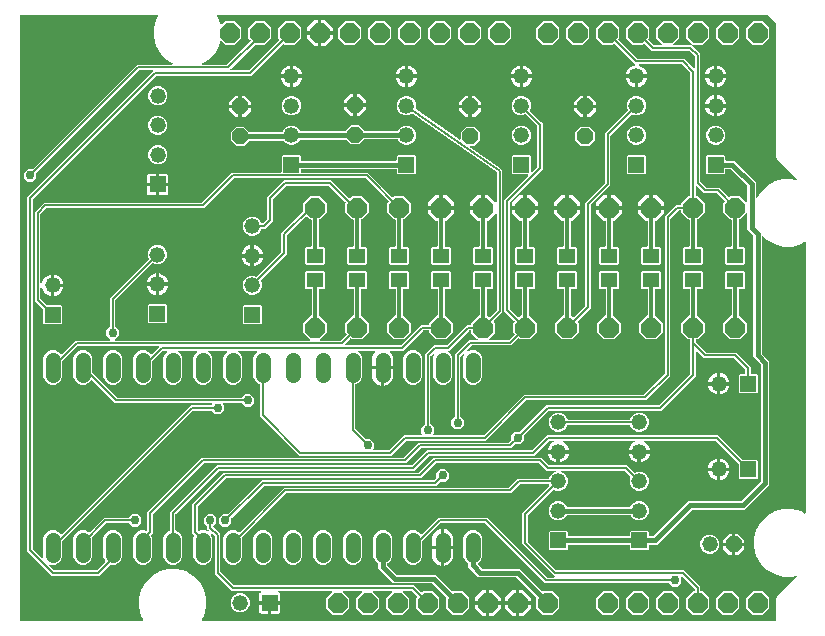
<source format=gbr>
G04 EAGLE Gerber RS-274X export*
G75*
%MOMM*%
%FSLAX34Y34*%
%LPD*%
%INTop Copper*%
%IPPOS*%
%AMOC8*
5,1,8,0,0,1.08239X$1,22.5*%
G01*
%ADD10P,1.814519X8X22.500000*%
%ADD11P,1.429621X8X112.500000*%
%ADD12C,0.304800*%
%ADD13P,1.814519X8X112.500000*%
%ADD14R,1.400000X1.200000*%
%ADD15P,1.814519X8X292.500000*%
%ADD16C,1.308000*%
%ADD17R,1.320800X1.320800*%
%ADD18C,1.320800*%
%ADD19P,1.429621X8X22.500000*%
%ADD20C,0.406400*%
%ADD21C,0.152400*%
%ADD22C,0.756400*%

G36*
X330178Y99076D02*
X330178Y99076D01*
X330273Y99085D01*
X330298Y99096D01*
X330326Y99100D01*
X330411Y99145D01*
X330498Y99183D01*
X330519Y99202D01*
X330544Y99216D01*
X330609Y99285D01*
X330680Y99349D01*
X330694Y99373D01*
X330713Y99394D01*
X330753Y99480D01*
X330800Y99564D01*
X330805Y99591D01*
X330817Y99617D01*
X330827Y99712D01*
X330845Y99805D01*
X330841Y99833D01*
X330844Y99861D01*
X330823Y99955D01*
X330810Y100049D01*
X330796Y100081D01*
X330791Y100102D01*
X330775Y100130D01*
X330743Y100203D01*
X328972Y103270D01*
X327024Y110538D01*
X327024Y118062D01*
X328972Y125330D01*
X332734Y131846D01*
X338054Y137166D01*
X344570Y140928D01*
X351838Y142876D01*
X359362Y142876D01*
X366630Y140928D01*
X373146Y137166D01*
X378466Y131846D01*
X382228Y125330D01*
X384176Y118062D01*
X384176Y110538D01*
X382228Y103270D01*
X380457Y100203D01*
X380424Y100114D01*
X380383Y100027D01*
X380380Y99999D01*
X380370Y99973D01*
X380367Y99877D01*
X380356Y99783D01*
X380362Y99755D01*
X380361Y99727D01*
X380388Y99635D01*
X380409Y99542D01*
X380423Y99518D01*
X380431Y99491D01*
X380486Y99413D01*
X380535Y99331D01*
X380556Y99313D01*
X380572Y99290D01*
X380649Y99233D01*
X380722Y99171D01*
X380748Y99161D01*
X380771Y99144D01*
X380861Y99115D01*
X380950Y99079D01*
X380985Y99075D01*
X381005Y99069D01*
X381038Y99069D01*
X381117Y99061D01*
X865378Y99061D01*
X865398Y99064D01*
X865417Y99062D01*
X865519Y99084D01*
X865621Y99100D01*
X865638Y99110D01*
X865658Y99114D01*
X865747Y99167D01*
X865838Y99216D01*
X865852Y99230D01*
X865869Y99240D01*
X865936Y99319D01*
X866008Y99394D01*
X866016Y99412D01*
X866029Y99427D01*
X866068Y99523D01*
X866111Y99617D01*
X866113Y99637D01*
X866121Y99655D01*
X866139Y99822D01*
X866139Y116321D01*
X867686Y120056D01*
X870651Y123021D01*
X883644Y136013D01*
X883672Y136052D01*
X883707Y136085D01*
X883743Y136152D01*
X883788Y136213D01*
X883802Y136259D01*
X883825Y136301D01*
X883838Y136376D01*
X883860Y136448D01*
X883859Y136496D01*
X883867Y136543D01*
X883856Y136618D01*
X883854Y136694D01*
X883837Y136739D01*
X883830Y136787D01*
X883795Y136854D01*
X883769Y136925D01*
X883739Y136963D01*
X883717Y137005D01*
X883663Y137058D01*
X883615Y137117D01*
X883575Y137143D01*
X883541Y137177D01*
X883472Y137209D01*
X883408Y137250D01*
X883362Y137262D01*
X883319Y137283D01*
X883243Y137292D01*
X883170Y137310D01*
X883122Y137307D01*
X883075Y137312D01*
X882947Y137293D01*
X882925Y137291D01*
X882919Y137289D01*
X882909Y137287D01*
X880062Y136524D01*
X872538Y136524D01*
X865270Y138472D01*
X858754Y142234D01*
X853434Y147554D01*
X849672Y154070D01*
X847724Y161338D01*
X847724Y168862D01*
X849672Y176130D01*
X853434Y182646D01*
X858754Y187966D01*
X865270Y191728D01*
X872538Y193676D01*
X880062Y193676D01*
X887330Y191728D01*
X890397Y189957D01*
X890486Y189924D01*
X890573Y189883D01*
X890601Y189880D01*
X890627Y189870D01*
X890723Y189867D01*
X890817Y189856D01*
X890845Y189862D01*
X890873Y189861D01*
X890965Y189888D01*
X891058Y189909D01*
X891082Y189923D01*
X891109Y189931D01*
X891187Y189986D01*
X891269Y190035D01*
X891287Y190056D01*
X891310Y190072D01*
X891367Y190149D01*
X891429Y190222D01*
X891439Y190248D01*
X891456Y190271D01*
X891485Y190361D01*
X891521Y190450D01*
X891525Y190485D01*
X891531Y190505D01*
X891531Y190538D01*
X891539Y190617D01*
X891539Y418983D01*
X891524Y419078D01*
X891515Y419173D01*
X891504Y419198D01*
X891500Y419226D01*
X891455Y419311D01*
X891417Y419398D01*
X891398Y419419D01*
X891384Y419444D01*
X891315Y419509D01*
X891251Y419580D01*
X891227Y419594D01*
X891206Y419613D01*
X891120Y419653D01*
X891036Y419700D01*
X891009Y419705D01*
X890983Y419717D01*
X890888Y419727D01*
X890795Y419745D01*
X890767Y419741D01*
X890739Y419744D01*
X890645Y419723D01*
X890551Y419710D01*
X890519Y419696D01*
X890498Y419691D01*
X890470Y419675D01*
X890397Y419643D01*
X887330Y417872D01*
X880062Y415924D01*
X872538Y415924D01*
X865270Y417872D01*
X858754Y421634D01*
X855756Y424632D01*
X855698Y424673D01*
X855646Y424723D01*
X855599Y424745D01*
X855557Y424775D01*
X855488Y424796D01*
X855423Y424826D01*
X855371Y424832D01*
X855321Y424847D01*
X855250Y424846D01*
X855179Y424854D01*
X855128Y424842D01*
X855076Y424841D01*
X855008Y424816D01*
X854938Y424801D01*
X854893Y424775D01*
X854845Y424757D01*
X854789Y424712D01*
X854727Y424675D01*
X854693Y424636D01*
X854653Y424603D01*
X854614Y424543D01*
X854567Y424488D01*
X854548Y424440D01*
X854520Y424396D01*
X854502Y424327D01*
X854475Y424260D01*
X854467Y424189D01*
X854459Y424158D01*
X854461Y424134D01*
X854457Y424093D01*
X854457Y325639D01*
X854471Y325548D01*
X854479Y325458D01*
X854491Y325428D01*
X854496Y325396D01*
X854539Y325315D01*
X854575Y325231D01*
X854601Y325199D01*
X854612Y325178D01*
X854635Y325156D01*
X854680Y325100D01*
X860807Y318973D01*
X860807Y214427D01*
X839673Y193293D01*
X795539Y193293D01*
X795448Y193279D01*
X795358Y193271D01*
X795328Y193259D01*
X795296Y193254D01*
X795215Y193211D01*
X795131Y193175D01*
X795099Y193149D01*
X795078Y193138D01*
X795056Y193115D01*
X795000Y193070D01*
X765543Y163613D01*
X759460Y163613D01*
X759440Y163610D01*
X759421Y163612D01*
X759319Y163590D01*
X759217Y163574D01*
X759200Y163564D01*
X759180Y163560D01*
X759091Y163507D01*
X759000Y163458D01*
X758986Y163444D01*
X758969Y163434D01*
X758902Y163355D01*
X758830Y163280D01*
X758822Y163262D01*
X758809Y163247D01*
X758770Y163151D01*
X758727Y163057D01*
X758725Y163037D01*
X758717Y163019D01*
X758699Y162852D01*
X758699Y159934D01*
X757806Y159041D01*
X743334Y159041D01*
X742441Y159934D01*
X742441Y162852D01*
X742438Y162872D01*
X742440Y162891D01*
X742418Y162993D01*
X742402Y163095D01*
X742392Y163112D01*
X742388Y163132D01*
X742335Y163221D01*
X742286Y163312D01*
X742272Y163326D01*
X742262Y163343D01*
X742183Y163410D01*
X742108Y163482D01*
X742090Y163490D01*
X742075Y163503D01*
X741979Y163542D01*
X741885Y163585D01*
X741865Y163587D01*
X741847Y163595D01*
X741680Y163613D01*
X690880Y163613D01*
X690860Y163610D01*
X690841Y163612D01*
X690739Y163590D01*
X690637Y163574D01*
X690620Y163564D01*
X690600Y163560D01*
X690511Y163507D01*
X690420Y163458D01*
X690406Y163444D01*
X690389Y163434D01*
X690322Y163355D01*
X690250Y163280D01*
X690242Y163262D01*
X690229Y163247D01*
X690190Y163151D01*
X690147Y163057D01*
X690145Y163037D01*
X690137Y163019D01*
X690119Y162852D01*
X690119Y159934D01*
X689226Y159041D01*
X674754Y159041D01*
X673861Y159934D01*
X673861Y174406D01*
X674754Y175299D01*
X689226Y175299D01*
X690119Y174406D01*
X690119Y171488D01*
X690122Y171468D01*
X690120Y171449D01*
X690142Y171347D01*
X690158Y171245D01*
X690168Y171228D01*
X690172Y171208D01*
X690225Y171119D01*
X690274Y171028D01*
X690288Y171014D01*
X690298Y170997D01*
X690377Y170930D01*
X690452Y170858D01*
X690470Y170850D01*
X690485Y170837D01*
X690581Y170798D01*
X690675Y170755D01*
X690695Y170753D01*
X690713Y170745D01*
X690880Y170727D01*
X741680Y170727D01*
X741700Y170730D01*
X741719Y170728D01*
X741821Y170750D01*
X741923Y170766D01*
X741940Y170776D01*
X741960Y170780D01*
X742049Y170833D01*
X742140Y170882D01*
X742154Y170896D01*
X742171Y170906D01*
X742238Y170985D01*
X742310Y171060D01*
X742318Y171078D01*
X742331Y171093D01*
X742370Y171189D01*
X742413Y171283D01*
X742415Y171303D01*
X742423Y171321D01*
X742441Y171488D01*
X742441Y174406D01*
X743334Y175299D01*
X757806Y175299D01*
X758699Y174406D01*
X758699Y171488D01*
X758702Y171468D01*
X758700Y171449D01*
X758722Y171347D01*
X758738Y171245D01*
X758748Y171228D01*
X758752Y171208D01*
X758805Y171119D01*
X758854Y171028D01*
X758868Y171014D01*
X758878Y170997D01*
X758957Y170930D01*
X759032Y170858D01*
X759050Y170850D01*
X759065Y170837D01*
X759161Y170798D01*
X759255Y170755D01*
X759275Y170753D01*
X759293Y170745D01*
X759460Y170727D01*
X762281Y170727D01*
X762372Y170741D01*
X762462Y170749D01*
X762492Y170761D01*
X762524Y170766D01*
X762605Y170809D01*
X762689Y170845D01*
X762721Y170871D01*
X762742Y170882D01*
X762764Y170905D01*
X762820Y170950D01*
X792277Y200407D01*
X836411Y200407D01*
X836502Y200421D01*
X836592Y200429D01*
X836622Y200441D01*
X836654Y200446D01*
X836735Y200489D01*
X836819Y200525D01*
X836851Y200551D01*
X836872Y200562D01*
X836894Y200585D01*
X836950Y200630D01*
X853470Y217150D01*
X853523Y217224D01*
X853583Y217294D01*
X853595Y217324D01*
X853614Y217350D01*
X853640Y217437D01*
X853675Y217522D01*
X853679Y217563D01*
X853686Y217585D01*
X853685Y217617D01*
X853693Y217689D01*
X853693Y315711D01*
X853679Y315802D01*
X853671Y315892D01*
X853659Y315922D01*
X853654Y315954D01*
X853611Y316035D01*
X853575Y316119D01*
X853549Y316151D01*
X853538Y316172D01*
X853515Y316194D01*
X853470Y316250D01*
X847343Y322377D01*
X847343Y424827D01*
X847329Y424917D01*
X847321Y425008D01*
X847309Y425037D01*
X847304Y425069D01*
X847261Y425150D01*
X847225Y425234D01*
X847199Y425266D01*
X847188Y425287D01*
X847165Y425309D01*
X847120Y425365D01*
X842136Y430349D01*
X842136Y443257D01*
X842125Y443327D01*
X842123Y443399D01*
X842105Y443448D01*
X842097Y443499D01*
X842063Y443563D01*
X842038Y443630D01*
X842006Y443671D01*
X841981Y443717D01*
X841929Y443766D01*
X841885Y443822D01*
X841841Y443850D01*
X841803Y443886D01*
X841738Y443916D01*
X841678Y443955D01*
X841627Y443968D01*
X841580Y443990D01*
X841509Y443998D01*
X841439Y444015D01*
X841387Y444011D01*
X841336Y444017D01*
X841265Y444001D01*
X841194Y443996D01*
X841146Y443976D01*
X841095Y443964D01*
X841034Y443928D01*
X840968Y443900D01*
X840912Y443855D01*
X840884Y443838D01*
X840869Y443821D01*
X840837Y443795D01*
X835953Y438911D01*
X835660Y438911D01*
X835640Y438908D01*
X835620Y438910D01*
X835519Y438888D01*
X835417Y438872D01*
X835399Y438862D01*
X835380Y438858D01*
X835291Y438805D01*
X835200Y438756D01*
X835186Y438742D01*
X835169Y438732D01*
X835101Y438653D01*
X835030Y438578D01*
X835022Y438560D01*
X835009Y438545D01*
X834970Y438449D01*
X834927Y438355D01*
X834924Y438335D01*
X834917Y438317D01*
X834898Y438150D01*
X834898Y416558D01*
X834902Y416538D01*
X834899Y416519D01*
X834921Y416417D01*
X834938Y416315D01*
X834947Y416298D01*
X834952Y416278D01*
X835005Y416189D01*
X835053Y416098D01*
X835068Y416084D01*
X835078Y416067D01*
X835157Y416000D01*
X835232Y415928D01*
X835250Y415920D01*
X835265Y415907D01*
X835361Y415868D01*
X835455Y415825D01*
X835474Y415823D01*
X835493Y415815D01*
X835660Y415797D01*
X839481Y415797D01*
X840374Y414904D01*
X840374Y401640D01*
X839481Y400747D01*
X824218Y400747D01*
X823325Y401640D01*
X823325Y414904D01*
X824218Y415797D01*
X828040Y415797D01*
X828059Y415800D01*
X828079Y415798D01*
X828180Y415820D01*
X828282Y415836D01*
X828300Y415846D01*
X828320Y415850D01*
X828409Y415903D01*
X828500Y415952D01*
X828514Y415966D01*
X828531Y415976D01*
X828598Y416055D01*
X828669Y416130D01*
X828678Y416148D01*
X828691Y416163D01*
X828729Y416259D01*
X828773Y416353D01*
X828775Y416373D01*
X828783Y416391D01*
X828801Y416558D01*
X828801Y438150D01*
X828798Y438170D01*
X828800Y438189D01*
X828778Y438291D01*
X828761Y438393D01*
X828752Y438410D01*
X828748Y438430D01*
X828694Y438519D01*
X828646Y438610D01*
X828632Y438624D01*
X828622Y438641D01*
X828543Y438708D01*
X828468Y438780D01*
X828450Y438788D01*
X828435Y438801D01*
X828338Y438840D01*
X828245Y438883D01*
X828225Y438885D01*
X828206Y438893D01*
X828040Y438911D01*
X827746Y438911D01*
X821943Y444714D01*
X821943Y452922D01*
X822689Y453668D01*
X822701Y453684D01*
X822717Y453697D01*
X822773Y453784D01*
X822833Y453868D01*
X822839Y453887D01*
X822850Y453903D01*
X822875Y454004D01*
X822905Y454103D01*
X822905Y454123D01*
X822910Y454142D01*
X822902Y454245D01*
X822899Y454349D01*
X822892Y454367D01*
X822890Y454387D01*
X822850Y454482D01*
X822814Y454580D01*
X822802Y454595D01*
X822794Y454613D01*
X822689Y454744D01*
X816394Y461040D01*
X816320Y461093D01*
X816250Y461153D01*
X816220Y461165D01*
X816194Y461184D01*
X816107Y461211D01*
X816022Y461245D01*
X815981Y461249D01*
X815959Y461256D01*
X815927Y461255D01*
X815855Y461263D01*
X805503Y461263D01*
X803940Y462826D01*
X799876Y466890D01*
X799818Y466932D01*
X799766Y466981D01*
X799719Y467003D01*
X799676Y467034D01*
X799608Y467055D01*
X799543Y467085D01*
X799491Y467091D01*
X799441Y467106D01*
X799369Y467104D01*
X799298Y467112D01*
X799247Y467101D01*
X799195Y467100D01*
X799128Y467075D01*
X799058Y467060D01*
X799013Y467033D01*
X798964Y467015D01*
X798908Y466970D01*
X798847Y466934D01*
X798813Y466894D01*
X798772Y466861D01*
X798734Y466801D01*
X798687Y466747D01*
X798667Y466698D01*
X798639Y466655D01*
X798622Y466585D01*
X798595Y466519D01*
X798587Y466447D01*
X798579Y466416D01*
X798581Y466393D01*
X798576Y466352D01*
X798576Y459486D01*
X798580Y459466D01*
X798578Y459447D01*
X798600Y459345D01*
X798616Y459243D01*
X798626Y459226D01*
X798630Y459206D01*
X798683Y459117D01*
X798731Y459026D01*
X798746Y459012D01*
X798756Y458995D01*
X798835Y458928D01*
X798910Y458856D01*
X798928Y458848D01*
X798943Y458835D01*
X799039Y458796D01*
X799133Y458753D01*
X799152Y458751D01*
X799171Y458743D01*
X799338Y458725D01*
X800393Y458725D01*
X806196Y452922D01*
X806196Y444714D01*
X800393Y438911D01*
X800100Y438911D01*
X800080Y438908D01*
X800060Y438910D01*
X799959Y438888D01*
X799857Y438872D01*
X799839Y438862D01*
X799820Y438858D01*
X799731Y438805D01*
X799640Y438756D01*
X799626Y438742D01*
X799609Y438732D01*
X799541Y438653D01*
X799470Y438578D01*
X799462Y438560D01*
X799449Y438545D01*
X799410Y438449D01*
X799367Y438355D01*
X799364Y438335D01*
X799357Y438317D01*
X799338Y438150D01*
X799338Y416558D01*
X799342Y416538D01*
X799340Y416519D01*
X799362Y416417D01*
X799378Y416315D01*
X799388Y416298D01*
X799392Y416278D01*
X799445Y416189D01*
X799493Y416098D01*
X799508Y416084D01*
X799518Y416067D01*
X799597Y416000D01*
X799672Y415928D01*
X799690Y415920D01*
X799705Y415907D01*
X799801Y415868D01*
X799895Y415825D01*
X799914Y415823D01*
X799933Y415815D01*
X800100Y415797D01*
X803921Y415797D01*
X804814Y414904D01*
X804814Y401640D01*
X803921Y400747D01*
X788658Y400747D01*
X787765Y401640D01*
X787765Y414904D01*
X788658Y415797D01*
X792480Y415797D01*
X792499Y415800D01*
X792519Y415798D01*
X792620Y415820D01*
X792723Y415836D01*
X792740Y415846D01*
X792760Y415850D01*
X792849Y415903D01*
X792940Y415952D01*
X792954Y415966D01*
X792971Y415976D01*
X793038Y416055D01*
X793109Y416130D01*
X793118Y416148D01*
X793131Y416163D01*
X793169Y416259D01*
X793213Y416353D01*
X793215Y416373D01*
X793223Y416391D01*
X793241Y416558D01*
X793241Y438150D01*
X793238Y438170D01*
X793240Y438189D01*
X793218Y438291D01*
X793201Y438393D01*
X793192Y438410D01*
X793188Y438430D01*
X793135Y438519D01*
X793086Y438610D01*
X793072Y438624D01*
X793062Y438641D01*
X792983Y438708D01*
X792908Y438780D01*
X792890Y438788D01*
X792875Y438801D01*
X792778Y438840D01*
X792685Y438883D01*
X792665Y438885D01*
X792646Y438893D01*
X792480Y438911D01*
X792186Y438911D01*
X786383Y444714D01*
X786383Y445770D01*
X786380Y445790D01*
X786382Y445809D01*
X786360Y445911D01*
X786343Y446013D01*
X786334Y446030D01*
X786330Y446050D01*
X786277Y446139D01*
X786228Y446230D01*
X786214Y446244D01*
X786204Y446261D01*
X786125Y446328D01*
X786050Y446400D01*
X786032Y446408D01*
X786017Y446421D01*
X785920Y446460D01*
X785827Y446503D01*
X785807Y446505D01*
X785788Y446513D01*
X785622Y446531D01*
X784217Y446531D01*
X784127Y446517D01*
X784036Y446509D01*
X784006Y446497D01*
X783975Y446492D01*
X783894Y446449D01*
X783810Y446413D01*
X783778Y446387D01*
X783757Y446376D01*
X783735Y446353D01*
X783679Y446308D01*
X777210Y439839D01*
X777162Y439772D01*
X777157Y439768D01*
X777156Y439764D01*
X777097Y439696D01*
X777085Y439665D01*
X777066Y439639D01*
X777039Y439552D01*
X777005Y439467D01*
X777001Y439427D01*
X776994Y439404D01*
X776995Y439372D01*
X776987Y439301D01*
X776987Y306393D01*
X756597Y286003D01*
X655313Y286003D01*
X655222Y285989D01*
X655132Y285981D01*
X655102Y285969D01*
X655070Y285964D01*
X654989Y285921D01*
X654905Y285885D01*
X654873Y285859D01*
X654852Y285848D01*
X654830Y285825D01*
X654774Y285780D01*
X620707Y251713D01*
X553713Y251713D01*
X553622Y251699D01*
X553532Y251691D01*
X553502Y251679D01*
X553470Y251674D01*
X553389Y251631D01*
X553305Y251595D01*
X553273Y251569D01*
X553252Y251558D01*
X553230Y251535D01*
X553174Y251490D01*
X540697Y239013D01*
X462603Y239013D01*
X429513Y272103D01*
X429513Y298859D01*
X429494Y298974D01*
X429477Y299090D01*
X429475Y299096D01*
X429474Y299102D01*
X429419Y299205D01*
X429366Y299310D01*
X429361Y299314D01*
X429358Y299319D01*
X429274Y299399D01*
X429190Y299482D01*
X429184Y299485D01*
X429180Y299489D01*
X429163Y299497D01*
X429043Y299563D01*
X427232Y300313D01*
X424963Y302582D01*
X423735Y305546D01*
X423735Y321834D01*
X424963Y324798D01*
X426779Y326614D01*
X426820Y326672D01*
X426870Y326724D01*
X426892Y326771D01*
X426922Y326813D01*
X426943Y326882D01*
X426973Y326947D01*
X426979Y326999D01*
X426994Y327049D01*
X426993Y327120D01*
X427000Y327191D01*
X426989Y327242D01*
X426988Y327294D01*
X426963Y327362D01*
X426948Y327432D01*
X426921Y327477D01*
X426904Y327525D01*
X426859Y327581D01*
X426822Y327643D01*
X426782Y327677D01*
X426750Y327717D01*
X426690Y327756D01*
X426635Y327803D01*
X426587Y327822D01*
X426543Y327850D01*
X426474Y327868D01*
X426407Y327895D01*
X426336Y327903D01*
X426304Y327911D01*
X426281Y327909D01*
X426240Y327913D01*
X411960Y327913D01*
X411889Y327902D01*
X411817Y327900D01*
X411768Y327882D01*
X411717Y327874D01*
X411654Y327840D01*
X411586Y327815D01*
X411546Y327783D01*
X411500Y327758D01*
X411450Y327706D01*
X411394Y327662D01*
X411366Y327618D01*
X411330Y327580D01*
X411300Y327515D01*
X411261Y327455D01*
X411249Y327404D01*
X411227Y327357D01*
X411219Y327286D01*
X411201Y327216D01*
X411205Y327164D01*
X411200Y327113D01*
X411215Y327042D01*
X411220Y326971D01*
X411241Y326923D01*
X411252Y326872D01*
X411289Y326811D01*
X411317Y326745D01*
X411361Y326689D01*
X411378Y326661D01*
X411396Y326646D01*
X411421Y326614D01*
X413237Y324798D01*
X414465Y321834D01*
X414465Y305546D01*
X413237Y302582D01*
X410968Y300313D01*
X408004Y299085D01*
X404796Y299085D01*
X401832Y300313D01*
X399563Y302582D01*
X398335Y305546D01*
X398335Y321834D01*
X399563Y324798D01*
X401379Y326614D01*
X401420Y326672D01*
X401470Y326724D01*
X401492Y326771D01*
X401522Y326813D01*
X401543Y326882D01*
X401573Y326947D01*
X401579Y326999D01*
X401594Y327049D01*
X401593Y327120D01*
X401600Y327191D01*
X401589Y327242D01*
X401588Y327294D01*
X401563Y327362D01*
X401548Y327432D01*
X401521Y327477D01*
X401504Y327525D01*
X401459Y327581D01*
X401422Y327643D01*
X401382Y327677D01*
X401350Y327717D01*
X401290Y327756D01*
X401235Y327803D01*
X401187Y327822D01*
X401143Y327850D01*
X401074Y327868D01*
X401007Y327895D01*
X400936Y327903D01*
X400904Y327911D01*
X400881Y327909D01*
X400840Y327913D01*
X386560Y327913D01*
X386489Y327902D01*
X386417Y327900D01*
X386368Y327882D01*
X386317Y327874D01*
X386254Y327840D01*
X386186Y327815D01*
X386146Y327783D01*
X386100Y327758D01*
X386050Y327706D01*
X385994Y327662D01*
X385966Y327618D01*
X385930Y327580D01*
X385900Y327515D01*
X385861Y327455D01*
X385849Y327404D01*
X385827Y327357D01*
X385819Y327286D01*
X385801Y327216D01*
X385805Y327164D01*
X385800Y327113D01*
X385815Y327042D01*
X385820Y326971D01*
X385841Y326923D01*
X385852Y326872D01*
X385889Y326811D01*
X385917Y326745D01*
X385961Y326689D01*
X385978Y326661D01*
X385996Y326646D01*
X386021Y326614D01*
X387837Y324798D01*
X389065Y321834D01*
X389065Y305546D01*
X387837Y302582D01*
X385568Y300313D01*
X382604Y299085D01*
X379396Y299085D01*
X376432Y300313D01*
X374163Y302582D01*
X372935Y305546D01*
X372935Y321834D01*
X374163Y324798D01*
X375979Y326614D01*
X376020Y326672D01*
X376070Y326724D01*
X376092Y326771D01*
X376122Y326813D01*
X376143Y326882D01*
X376173Y326947D01*
X376179Y326999D01*
X376194Y327049D01*
X376193Y327120D01*
X376200Y327191D01*
X376189Y327242D01*
X376188Y327294D01*
X376163Y327362D01*
X376148Y327432D01*
X376121Y327477D01*
X376104Y327525D01*
X376059Y327581D01*
X376022Y327643D01*
X375982Y327677D01*
X375950Y327717D01*
X375890Y327756D01*
X375835Y327803D01*
X375787Y327822D01*
X375743Y327850D01*
X375674Y327868D01*
X375607Y327895D01*
X375536Y327903D01*
X375504Y327911D01*
X375481Y327909D01*
X375440Y327913D01*
X361160Y327913D01*
X361089Y327902D01*
X361017Y327900D01*
X360968Y327882D01*
X360917Y327874D01*
X360854Y327840D01*
X360786Y327815D01*
X360746Y327783D01*
X360700Y327758D01*
X360650Y327706D01*
X360594Y327662D01*
X360566Y327618D01*
X360530Y327580D01*
X360500Y327515D01*
X360461Y327455D01*
X360449Y327404D01*
X360427Y327357D01*
X360419Y327286D01*
X360401Y327216D01*
X360405Y327164D01*
X360400Y327113D01*
X360415Y327042D01*
X360420Y326971D01*
X360441Y326923D01*
X360452Y326872D01*
X360489Y326811D01*
X360517Y326745D01*
X360561Y326689D01*
X360578Y326661D01*
X360596Y326646D01*
X360621Y326614D01*
X362437Y324798D01*
X363665Y321834D01*
X363665Y305546D01*
X362437Y302582D01*
X360168Y300313D01*
X357204Y299085D01*
X353996Y299085D01*
X351032Y300313D01*
X348763Y302582D01*
X347535Y305546D01*
X347535Y321834D01*
X348763Y324798D01*
X350579Y326614D01*
X350620Y326672D01*
X350670Y326724D01*
X350692Y326771D01*
X350722Y326813D01*
X350743Y326882D01*
X350773Y326947D01*
X350779Y326999D01*
X350794Y327049D01*
X350793Y327120D01*
X350800Y327191D01*
X350789Y327242D01*
X350788Y327294D01*
X350763Y327362D01*
X350748Y327432D01*
X350721Y327477D01*
X350704Y327525D01*
X350659Y327581D01*
X350622Y327643D01*
X350582Y327677D01*
X350550Y327717D01*
X350490Y327756D01*
X350435Y327803D01*
X350387Y327822D01*
X350343Y327850D01*
X350274Y327868D01*
X350207Y327895D01*
X350136Y327903D01*
X350104Y327911D01*
X350081Y327909D01*
X350040Y327913D01*
X347973Y327913D01*
X347882Y327899D01*
X347792Y327891D01*
X347762Y327879D01*
X347730Y327874D01*
X347649Y327831D01*
X347565Y327795D01*
X347533Y327769D01*
X347512Y327758D01*
X347490Y327735D01*
X347434Y327690D01*
X338488Y318744D01*
X338435Y318670D01*
X338375Y318600D01*
X338363Y318570D01*
X338344Y318544D01*
X338317Y318457D01*
X338283Y318372D01*
X338279Y318331D01*
X338272Y318309D01*
X338273Y318277D01*
X338265Y318205D01*
X338265Y305546D01*
X337037Y302582D01*
X334768Y300313D01*
X331804Y299085D01*
X328596Y299085D01*
X325632Y300313D01*
X323363Y302582D01*
X322135Y305546D01*
X322135Y321834D01*
X323363Y324798D01*
X325632Y327067D01*
X328596Y328295D01*
X331804Y328295D01*
X334768Y327067D01*
X337017Y324818D01*
X337034Y324806D01*
X337046Y324791D01*
X337133Y324735D01*
X337217Y324674D01*
X337236Y324668D01*
X337253Y324658D01*
X337353Y324632D01*
X337452Y324602D01*
X337472Y324602D01*
X337491Y324598D01*
X337594Y324606D01*
X337698Y324608D01*
X337717Y324615D01*
X337737Y324617D01*
X337831Y324657D01*
X337929Y324693D01*
X337945Y324705D01*
X337963Y324713D01*
X338094Y324818D01*
X343700Y330424D01*
X343742Y330482D01*
X343791Y330534D01*
X343813Y330581D01*
X343843Y330623D01*
X343864Y330692D01*
X343895Y330757D01*
X343900Y330809D01*
X343916Y330859D01*
X343914Y330930D01*
X343922Y331001D01*
X343911Y331052D01*
X343909Y331104D01*
X343885Y331172D01*
X343870Y331242D01*
X343843Y331287D01*
X343825Y331335D01*
X343780Y331391D01*
X343743Y331453D01*
X343704Y331487D01*
X343671Y331527D01*
X343611Y331566D01*
X343556Y331613D01*
X343508Y331632D01*
X343464Y331660D01*
X343395Y331678D01*
X343328Y331705D01*
X343257Y331713D01*
X343226Y331721D01*
X343202Y331719D01*
X343162Y331723D01*
X275583Y331723D01*
X275492Y331709D01*
X275402Y331701D01*
X275372Y331689D01*
X275340Y331684D01*
X275259Y331641D01*
X275175Y331605D01*
X275143Y331579D01*
X275122Y331568D01*
X275100Y331545D01*
X275044Y331500D01*
X262288Y318744D01*
X262235Y318670D01*
X262175Y318600D01*
X262163Y318570D01*
X262144Y318544D01*
X262117Y318457D01*
X262083Y318372D01*
X262079Y318331D01*
X262072Y318309D01*
X262073Y318277D01*
X262065Y318206D01*
X262065Y305546D01*
X260837Y302582D01*
X258568Y300313D01*
X255604Y299085D01*
X252396Y299085D01*
X249432Y300313D01*
X247163Y302582D01*
X245935Y305546D01*
X245935Y321834D01*
X247163Y324798D01*
X249432Y327067D01*
X252396Y328295D01*
X255604Y328295D01*
X258568Y327067D01*
X260817Y324818D01*
X260834Y324806D01*
X260846Y324791D01*
X260933Y324735D01*
X261017Y324674D01*
X261036Y324668D01*
X261053Y324658D01*
X261153Y324632D01*
X261252Y324602D01*
X261272Y324602D01*
X261291Y324598D01*
X261394Y324606D01*
X261498Y324608D01*
X261517Y324615D01*
X261537Y324617D01*
X261631Y324657D01*
X261729Y324693D01*
X261745Y324705D01*
X261763Y324713D01*
X261894Y324818D01*
X271810Y334734D01*
X273373Y336297D01*
X302061Y336297D01*
X302131Y336308D01*
X302203Y336310D01*
X302252Y336328D01*
X302303Y336336D01*
X302367Y336370D01*
X302434Y336395D01*
X302475Y336427D01*
X302521Y336452D01*
X302570Y336504D01*
X302626Y336548D01*
X302654Y336592D01*
X302690Y336630D01*
X302720Y336695D01*
X302759Y336755D01*
X302772Y336806D01*
X302794Y336853D01*
X302802Y336924D01*
X302819Y336994D01*
X302815Y337046D01*
X302821Y337097D01*
X302806Y337168D01*
X302800Y337239D01*
X302780Y337287D01*
X302769Y337338D01*
X302732Y337399D01*
X302704Y337465D01*
X302659Y337521D01*
X302642Y337549D01*
X302625Y337564D01*
X302599Y337596D01*
X299493Y340702D01*
X299493Y345098D01*
X302290Y347895D01*
X302343Y347969D01*
X302403Y348039D01*
X302415Y348069D01*
X302434Y348095D01*
X302461Y348182D01*
X302495Y348267D01*
X302499Y348308D01*
X302506Y348330D01*
X302505Y348362D01*
X302513Y348433D01*
X302513Y372237D01*
X335122Y404846D01*
X335189Y404940D01*
X335260Y405034D01*
X335262Y405040D01*
X335265Y405045D01*
X335299Y405156D01*
X335336Y405268D01*
X335336Y405274D01*
X335338Y405280D01*
X335335Y405397D01*
X335333Y405514D01*
X335331Y405521D01*
X335331Y405526D01*
X335325Y405544D01*
X335287Y405675D01*
X334521Y407523D01*
X334521Y410757D01*
X335759Y413745D01*
X338045Y416031D01*
X341033Y417269D01*
X344267Y417269D01*
X347255Y416031D01*
X349541Y413745D01*
X350779Y410757D01*
X350779Y407523D01*
X349541Y404535D01*
X347255Y402249D01*
X344267Y401011D01*
X341033Y401011D01*
X339185Y401777D01*
X339072Y401803D01*
X338958Y401832D01*
X338952Y401831D01*
X338946Y401833D01*
X338829Y401822D01*
X338713Y401813D01*
X338707Y401810D01*
X338701Y401810D01*
X338593Y401762D01*
X338487Y401716D01*
X338481Y401712D01*
X338476Y401710D01*
X338462Y401697D01*
X338356Y401612D01*
X307310Y370566D01*
X307262Y370499D01*
X307257Y370494D01*
X307255Y370490D01*
X307197Y370422D01*
X307185Y370392D01*
X307166Y370366D01*
X307139Y370279D01*
X307105Y370194D01*
X307101Y370153D01*
X307094Y370131D01*
X307095Y370099D01*
X307087Y370027D01*
X307087Y348433D01*
X307101Y348343D01*
X307109Y348252D01*
X307121Y348223D01*
X307126Y348191D01*
X307169Y348110D01*
X307205Y348026D01*
X307231Y347994D01*
X307242Y347973D01*
X307265Y347951D01*
X307310Y347895D01*
X310107Y345098D01*
X310107Y340702D01*
X307001Y337596D01*
X306959Y337538D01*
X306910Y337486D01*
X306888Y337439D01*
X306858Y337397D01*
X306836Y337328D01*
X306806Y337263D01*
X306801Y337211D01*
X306785Y337161D01*
X306787Y337090D01*
X306779Y337019D01*
X306790Y336968D01*
X306792Y336916D01*
X306816Y336848D01*
X306831Y336778D01*
X306858Y336733D01*
X306876Y336685D01*
X306921Y336629D01*
X306958Y336567D01*
X306997Y336533D01*
X307030Y336493D01*
X307090Y336454D01*
X307145Y336407D01*
X307193Y336388D01*
X307237Y336360D01*
X307306Y336342D01*
X307373Y336315D01*
X307444Y336307D01*
X307475Y336299D01*
X307498Y336301D01*
X307539Y336297D01*
X471323Y336297D01*
X471394Y336308D01*
X471466Y336310D01*
X471515Y336328D01*
X471566Y336336D01*
X471629Y336370D01*
X471697Y336395D01*
X471737Y336427D01*
X471783Y336452D01*
X471833Y336504D01*
X471889Y336548D01*
X471917Y336592D01*
X471953Y336630D01*
X471983Y336695D01*
X472022Y336755D01*
X472034Y336806D01*
X472056Y336853D01*
X472064Y336924D01*
X472082Y336994D01*
X472078Y337046D01*
X472083Y337097D01*
X472068Y337168D01*
X472063Y337239D01*
X472042Y337287D01*
X472031Y337338D01*
X471994Y337399D01*
X471966Y337465D01*
X471922Y337521D01*
X471905Y337549D01*
X471887Y337564D01*
X471862Y337596D01*
X466343Y343114D01*
X466343Y351322D01*
X472146Y357125D01*
X472440Y357125D01*
X472460Y357128D01*
X472479Y357126D01*
X472581Y357148D01*
X472683Y357164D01*
X472700Y357174D01*
X472720Y357178D01*
X472809Y357231D01*
X472900Y357280D01*
X472914Y357294D01*
X472931Y357304D01*
X472998Y357383D01*
X473070Y357458D01*
X473078Y357476D01*
X473091Y357491D01*
X473130Y357587D01*
X473173Y357681D01*
X473175Y357701D01*
X473183Y357719D01*
X473201Y357886D01*
X473201Y379478D01*
X473198Y379498D01*
X473200Y379517D01*
X473178Y379619D01*
X473162Y379721D01*
X473152Y379738D01*
X473148Y379758D01*
X473095Y379847D01*
X473046Y379938D01*
X473032Y379952D01*
X473022Y379969D01*
X472943Y380036D01*
X472868Y380108D01*
X472850Y380116D01*
X472835Y380129D01*
X472739Y380168D01*
X472645Y380211D01*
X472625Y380213D01*
X472607Y380221D01*
X472440Y380239D01*
X468618Y380239D01*
X467725Y381132D01*
X467725Y394396D01*
X468618Y395289D01*
X483882Y395289D01*
X484775Y394396D01*
X484775Y381132D01*
X483882Y380239D01*
X480060Y380239D01*
X480040Y380236D01*
X480021Y380238D01*
X479919Y380216D01*
X479817Y380200D01*
X479800Y380190D01*
X479780Y380186D01*
X479691Y380133D01*
X479600Y380084D01*
X479586Y380070D01*
X479569Y380060D01*
X479502Y379981D01*
X479430Y379906D01*
X479422Y379888D01*
X479409Y379873D01*
X479370Y379777D01*
X479327Y379683D01*
X479325Y379663D01*
X479317Y379645D01*
X479299Y379478D01*
X479299Y357886D01*
X479302Y357866D01*
X479300Y357847D01*
X479322Y357745D01*
X479338Y357643D01*
X479348Y357626D01*
X479352Y357606D01*
X479405Y357517D01*
X479454Y357426D01*
X479468Y357412D01*
X479478Y357395D01*
X479557Y357328D01*
X479632Y357256D01*
X479650Y357248D01*
X479665Y357235D01*
X479761Y357196D01*
X479855Y357153D01*
X479875Y357151D01*
X479893Y357143D01*
X480060Y357125D01*
X480354Y357125D01*
X486157Y351322D01*
X486157Y343114D01*
X480638Y337596D01*
X480597Y337538D01*
X480547Y337486D01*
X480525Y337439D01*
X480495Y337397D01*
X480474Y337328D01*
X480444Y337263D01*
X480438Y337211D01*
X480423Y337161D01*
X480424Y337090D01*
X480417Y337019D01*
X480428Y336968D01*
X480429Y336916D01*
X480454Y336848D01*
X480469Y336778D01*
X480496Y336733D01*
X480513Y336685D01*
X480558Y336629D01*
X480595Y336567D01*
X480635Y336533D01*
X480667Y336493D01*
X480727Y336454D01*
X480782Y336407D01*
X480830Y336388D01*
X480874Y336360D01*
X480943Y336342D01*
X481010Y336315D01*
X481081Y336307D01*
X481113Y336299D01*
X481136Y336301D01*
X481177Y336297D01*
X497340Y336297D01*
X497430Y336311D01*
X497521Y336319D01*
X497550Y336331D01*
X497582Y336336D01*
X497663Y336379D01*
X497747Y336415D01*
X497779Y336441D01*
X497800Y336452D01*
X497822Y336475D01*
X497878Y336520D01*
X502650Y341292D01*
X502661Y341308D01*
X502677Y341320D01*
X502733Y341407D01*
X502793Y341491D01*
X502799Y341510D01*
X502810Y341527D01*
X502835Y341628D01*
X502866Y341726D01*
X502865Y341746D01*
X502870Y341766D01*
X502862Y341869D01*
X502859Y341972D01*
X502852Y341991D01*
X502851Y342011D01*
X502810Y342106D01*
X502775Y342203D01*
X502762Y342219D01*
X502754Y342237D01*
X502650Y342368D01*
X501903Y343114D01*
X501903Y351322D01*
X507707Y357125D01*
X508000Y357125D01*
X508020Y357128D01*
X508040Y357126D01*
X508141Y357148D01*
X508243Y357164D01*
X508260Y357174D01*
X508280Y357178D01*
X508369Y357231D01*
X508460Y357280D01*
X508474Y357294D01*
X508491Y357304D01*
X508558Y357383D01*
X508630Y357458D01*
X508638Y357476D01*
X508651Y357491D01*
X508690Y357587D01*
X508733Y357681D01*
X508735Y357701D01*
X508743Y357719D01*
X508761Y357886D01*
X508761Y379478D01*
X508758Y379498D01*
X508760Y379517D01*
X508738Y379619D01*
X508722Y379721D01*
X508712Y379738D01*
X508708Y379758D01*
X508655Y379847D01*
X508606Y379938D01*
X508592Y379952D01*
X508582Y379969D01*
X508503Y380036D01*
X508428Y380108D01*
X508410Y380116D01*
X508395Y380129D01*
X508299Y380168D01*
X508205Y380211D01*
X508185Y380213D01*
X508167Y380221D01*
X508000Y380239D01*
X504178Y380239D01*
X503285Y381132D01*
X503285Y394396D01*
X504178Y395289D01*
X519442Y395289D01*
X520335Y394396D01*
X520335Y381132D01*
X519442Y380239D01*
X515620Y380239D01*
X515600Y380236D01*
X515581Y380238D01*
X515479Y380216D01*
X515377Y380200D01*
X515360Y380190D01*
X515340Y380186D01*
X515251Y380133D01*
X515160Y380084D01*
X515146Y380070D01*
X515129Y380060D01*
X515062Y379981D01*
X514991Y379906D01*
X514982Y379888D01*
X514969Y379873D01*
X514930Y379777D01*
X514887Y379683D01*
X514885Y379663D01*
X514877Y379645D01*
X514859Y379478D01*
X514859Y357886D01*
X514862Y357866D01*
X514860Y357847D01*
X514882Y357745D01*
X514899Y357643D01*
X514908Y357626D01*
X514912Y357606D01*
X514965Y357517D01*
X515014Y357426D01*
X515028Y357412D01*
X515038Y357395D01*
X515117Y357328D01*
X515192Y357256D01*
X515210Y357248D01*
X515225Y357235D01*
X515321Y357196D01*
X515415Y357153D01*
X515435Y357151D01*
X515453Y357143D01*
X515620Y357125D01*
X515914Y357125D01*
X521717Y351322D01*
X521717Y343114D01*
X515914Y337311D01*
X507707Y337311D01*
X506960Y338058D01*
X506944Y338069D01*
X506932Y338085D01*
X506844Y338141D01*
X506760Y338201D01*
X506741Y338207D01*
X506725Y338218D01*
X506624Y338243D01*
X506525Y338274D01*
X506505Y338273D01*
X506486Y338278D01*
X506383Y338270D01*
X506279Y338267D01*
X506261Y338260D01*
X506241Y338259D01*
X506146Y338218D01*
X506048Y338183D01*
X506033Y338170D01*
X506015Y338162D01*
X505884Y338058D01*
X501612Y333786D01*
X501570Y333728D01*
X501521Y333676D01*
X501499Y333629D01*
X501469Y333587D01*
X501448Y333518D01*
X501417Y333453D01*
X501412Y333401D01*
X501396Y333351D01*
X501398Y333280D01*
X501390Y333209D01*
X501401Y333158D01*
X501403Y333106D01*
X501427Y333038D01*
X501443Y332968D01*
X501469Y332924D01*
X501487Y332875D01*
X501532Y332819D01*
X501569Y332757D01*
X501608Y332723D01*
X501641Y332683D01*
X501701Y332644D01*
X501756Y332597D01*
X501804Y332578D01*
X501848Y332550D01*
X501917Y332532D01*
X501984Y332505D01*
X502055Y332497D01*
X502086Y332489D01*
X502110Y332491D01*
X502150Y332487D01*
X548647Y332487D01*
X548738Y332501D01*
X548828Y332509D01*
X548858Y332521D01*
X548890Y332526D01*
X548971Y332569D01*
X549055Y332605D01*
X549087Y332631D01*
X549108Y332642D01*
X549130Y332665D01*
X549186Y332710D01*
X565981Y349505D01*
X572262Y349505D01*
X572282Y349508D01*
X572301Y349506D01*
X572403Y349528D01*
X572505Y349544D01*
X572522Y349554D01*
X572542Y349558D01*
X572631Y349611D01*
X572722Y349660D01*
X572736Y349674D01*
X572753Y349684D01*
X572820Y349763D01*
X572891Y349838D01*
X572900Y349856D01*
X572913Y349871D01*
X572952Y349967D01*
X572995Y350061D01*
X572997Y350081D01*
X573005Y350099D01*
X573023Y350266D01*
X573023Y351322D01*
X578826Y357125D01*
X579120Y357125D01*
X579140Y357128D01*
X579159Y357126D01*
X579261Y357148D01*
X579363Y357164D01*
X579380Y357174D01*
X579400Y357178D01*
X579489Y357231D01*
X579580Y357280D01*
X579594Y357294D01*
X579611Y357304D01*
X579678Y357383D01*
X579749Y357458D01*
X579758Y357476D01*
X579771Y357491D01*
X579810Y357587D01*
X579853Y357681D01*
X579855Y357701D01*
X579863Y357719D01*
X579881Y357886D01*
X579881Y379478D01*
X579878Y379498D01*
X579880Y379517D01*
X579858Y379619D01*
X579841Y379721D01*
X579832Y379738D01*
X579828Y379758D01*
X579775Y379847D01*
X579726Y379938D01*
X579712Y379952D01*
X579702Y379969D01*
X579623Y380036D01*
X579548Y380108D01*
X579530Y380116D01*
X579515Y380129D01*
X579419Y380168D01*
X579325Y380211D01*
X579305Y380213D01*
X579287Y380221D01*
X579120Y380239D01*
X575298Y380239D01*
X574405Y381132D01*
X574405Y394396D01*
X575298Y395289D01*
X590562Y395289D01*
X591455Y394396D01*
X591455Y381132D01*
X590562Y380239D01*
X586740Y380239D01*
X586720Y380236D01*
X586700Y380238D01*
X586599Y380216D01*
X586497Y380200D01*
X586480Y380190D01*
X586460Y380186D01*
X586371Y380133D01*
X586280Y380084D01*
X586266Y380070D01*
X586249Y380060D01*
X586182Y379981D01*
X586110Y379906D01*
X586102Y379888D01*
X586089Y379873D01*
X586050Y379777D01*
X586007Y379683D01*
X586005Y379663D01*
X585997Y379645D01*
X585979Y379478D01*
X585979Y357886D01*
X585982Y357866D01*
X585980Y357847D01*
X586002Y357745D01*
X586018Y357643D01*
X586028Y357626D01*
X586032Y357606D01*
X586085Y357517D01*
X586133Y357426D01*
X586148Y357412D01*
X586158Y357395D01*
X586237Y357328D01*
X586312Y357256D01*
X586330Y357248D01*
X586345Y357235D01*
X586441Y357196D01*
X586535Y357153D01*
X586555Y357151D01*
X586573Y357143D01*
X586740Y357125D01*
X587033Y357125D01*
X592837Y351322D01*
X592837Y343114D01*
X587033Y337311D01*
X578826Y337311D01*
X573023Y343114D01*
X573023Y344170D01*
X573020Y344190D01*
X573022Y344209D01*
X573000Y344311D01*
X572983Y344413D01*
X572974Y344430D01*
X572970Y344450D01*
X572917Y344539D01*
X572868Y344630D01*
X572854Y344644D01*
X572844Y344661D01*
X572765Y344728D01*
X572690Y344800D01*
X572672Y344808D01*
X572657Y344821D01*
X572561Y344860D01*
X572467Y344903D01*
X572447Y344905D01*
X572429Y344913D01*
X572262Y344931D01*
X568191Y344931D01*
X568100Y344917D01*
X568010Y344909D01*
X567980Y344897D01*
X567948Y344892D01*
X567867Y344849D01*
X567783Y344813D01*
X567751Y344787D01*
X567730Y344776D01*
X567708Y344753D01*
X567652Y344708D01*
X550857Y327913D01*
X540397Y327913D01*
X540326Y327902D01*
X540254Y327900D01*
X540205Y327882D01*
X540154Y327874D01*
X540091Y327840D01*
X540023Y327815D01*
X539982Y327783D01*
X539936Y327758D01*
X539887Y327707D01*
X539831Y327662D01*
X539803Y327618D01*
X539767Y327580D01*
X539737Y327515D01*
X539698Y327455D01*
X539685Y327404D01*
X539663Y327357D01*
X539656Y327286D01*
X539638Y327216D01*
X539642Y327164D01*
X539636Y327113D01*
X539652Y327042D01*
X539657Y326971D01*
X539678Y326923D01*
X539689Y326872D01*
X539725Y326811D01*
X539754Y326745D01*
X539798Y326689D01*
X539815Y326661D01*
X539833Y326646D01*
X539858Y326614D01*
X540453Y326019D01*
X541447Y324531D01*
X542132Y322879D01*
X542481Y321124D01*
X542481Y315213D01*
X534162Y315213D01*
X534142Y315210D01*
X534123Y315212D01*
X534021Y315190D01*
X533919Y315173D01*
X533902Y315164D01*
X533882Y315160D01*
X533793Y315107D01*
X533702Y315058D01*
X533688Y315044D01*
X533671Y315034D01*
X533604Y314955D01*
X533533Y314880D01*
X533524Y314862D01*
X533511Y314847D01*
X533473Y314751D01*
X533429Y314657D01*
X533427Y314637D01*
X533419Y314619D01*
X533401Y314452D01*
X533401Y313689D01*
X533399Y313689D01*
X533399Y314452D01*
X533396Y314472D01*
X533398Y314491D01*
X533376Y314593D01*
X533359Y314695D01*
X533350Y314712D01*
X533346Y314732D01*
X533293Y314821D01*
X533244Y314912D01*
X533230Y314926D01*
X533220Y314943D01*
X533141Y315010D01*
X533066Y315081D01*
X533048Y315090D01*
X533033Y315103D01*
X532937Y315142D01*
X532843Y315185D01*
X532823Y315187D01*
X532805Y315195D01*
X532638Y315213D01*
X524319Y315213D01*
X524319Y321124D01*
X524668Y322879D01*
X525353Y324531D01*
X526347Y326019D01*
X526942Y326614D01*
X526984Y326672D01*
X527033Y326724D01*
X527055Y326771D01*
X527085Y326813D01*
X527106Y326882D01*
X527137Y326947D01*
X527142Y326999D01*
X527158Y327049D01*
X527156Y327120D01*
X527164Y327191D01*
X527153Y327242D01*
X527151Y327294D01*
X527127Y327362D01*
X527111Y327432D01*
X527085Y327477D01*
X527067Y327525D01*
X527022Y327581D01*
X526985Y327643D01*
X526946Y327677D01*
X526913Y327717D01*
X526853Y327756D01*
X526798Y327803D01*
X526750Y327822D01*
X526706Y327850D01*
X526637Y327868D01*
X526570Y327895D01*
X526499Y327903D01*
X526468Y327911D01*
X526444Y327909D01*
X526403Y327913D01*
X513560Y327913D01*
X513489Y327902D01*
X513417Y327900D01*
X513368Y327882D01*
X513317Y327874D01*
X513254Y327840D01*
X513186Y327815D01*
X513146Y327783D01*
X513100Y327758D01*
X513050Y327706D01*
X512994Y327662D01*
X512966Y327618D01*
X512930Y327580D01*
X512900Y327515D01*
X512861Y327455D01*
X512849Y327404D01*
X512827Y327357D01*
X512819Y327286D01*
X512801Y327216D01*
X512805Y327164D01*
X512800Y327113D01*
X512815Y327042D01*
X512820Y326971D01*
X512841Y326923D01*
X512852Y326872D01*
X512889Y326811D01*
X512917Y326745D01*
X512961Y326689D01*
X512978Y326661D01*
X512996Y326646D01*
X513021Y326614D01*
X514837Y324798D01*
X516065Y321834D01*
X516065Y305546D01*
X514837Y302582D01*
X512568Y300313D01*
X510757Y299563D01*
X510657Y299501D01*
X510557Y299441D01*
X510553Y299436D01*
X510548Y299433D01*
X510473Y299343D01*
X510397Y299254D01*
X510395Y299248D01*
X510391Y299244D01*
X510349Y299135D01*
X510305Y299026D01*
X510304Y299019D01*
X510303Y299014D01*
X510302Y298996D01*
X510287Y298859D01*
X510287Y261613D01*
X510301Y261522D01*
X510309Y261432D01*
X510321Y261402D01*
X510326Y261370D01*
X510369Y261289D01*
X510405Y261205D01*
X510431Y261173D01*
X510442Y261152D01*
X510465Y261130D01*
X510510Y261074D01*
X518404Y253180D01*
X518478Y253127D01*
X518548Y253067D01*
X518578Y253055D01*
X518604Y253036D01*
X518691Y253009D01*
X518776Y252975D01*
X518817Y252971D01*
X518839Y252964D01*
X518871Y252965D01*
X518943Y252957D01*
X522898Y252957D01*
X526007Y249848D01*
X526007Y245452D01*
X525441Y244886D01*
X525399Y244828D01*
X525350Y244776D01*
X525328Y244729D01*
X525298Y244687D01*
X525276Y244618D01*
X525246Y244553D01*
X525241Y244501D01*
X525225Y244451D01*
X525227Y244380D01*
X525219Y244309D01*
X525230Y244258D01*
X525232Y244206D01*
X525256Y244138D01*
X525271Y244068D01*
X525298Y244023D01*
X525316Y243975D01*
X525361Y243919D01*
X525398Y243857D01*
X525437Y243823D01*
X525470Y243783D01*
X525530Y243744D01*
X525585Y243697D01*
X525633Y243678D01*
X525677Y243650D01*
X525746Y243632D01*
X525813Y243605D01*
X525884Y243597D01*
X525915Y243589D01*
X525938Y243591D01*
X525979Y243587D01*
X538487Y243587D01*
X538578Y243601D01*
X538668Y243609D01*
X538698Y243621D01*
X538730Y243626D01*
X538811Y243669D01*
X538895Y243705D01*
X538927Y243731D01*
X538948Y243742D01*
X538970Y243765D01*
X539026Y243810D01*
X551503Y256287D01*
X566221Y256287D01*
X566291Y256298D01*
X566363Y256300D01*
X566412Y256318D01*
X566463Y256326D01*
X566527Y256360D01*
X566594Y256385D01*
X566635Y256417D01*
X566681Y256442D01*
X566730Y256494D01*
X566786Y256538D01*
X566814Y256582D01*
X566850Y256620D01*
X566880Y256685D01*
X566919Y256745D01*
X566932Y256796D01*
X566954Y256843D01*
X566962Y256914D01*
X566979Y256984D01*
X566975Y257036D01*
X566981Y257087D01*
X566966Y257158D01*
X566960Y257229D01*
X566940Y257277D01*
X566929Y257328D01*
X566892Y257389D01*
X566864Y257455D01*
X566819Y257511D01*
X566802Y257539D01*
X566785Y257554D01*
X566759Y257586D01*
X566193Y258152D01*
X566193Y262548D01*
X568990Y265345D01*
X569043Y265419D01*
X569103Y265489D01*
X569115Y265519D01*
X569134Y265545D01*
X569161Y265632D01*
X569195Y265717D01*
X569199Y265758D01*
X569206Y265780D01*
X569205Y265812D01*
X569213Y265883D01*
X569213Y324797D01*
X576903Y332487D01*
X587509Y332487D01*
X587599Y332501D01*
X587690Y332509D01*
X587720Y332521D01*
X587752Y332526D01*
X587833Y332569D01*
X587917Y332605D01*
X587949Y332631D01*
X587970Y332642D01*
X587992Y332665D01*
X588048Y332710D01*
X604843Y349505D01*
X607822Y349505D01*
X607842Y349508D01*
X607861Y349506D01*
X607963Y349528D01*
X608065Y349544D01*
X608082Y349554D01*
X608102Y349558D01*
X608191Y349611D01*
X608282Y349660D01*
X608296Y349674D01*
X608313Y349684D01*
X608380Y349763D01*
X608451Y349838D01*
X608460Y349856D01*
X608473Y349871D01*
X608512Y349967D01*
X608555Y350061D01*
X608557Y350081D01*
X608565Y350099D01*
X608583Y350266D01*
X608583Y351322D01*
X614386Y357125D01*
X614680Y357125D01*
X614700Y357128D01*
X614719Y357126D01*
X614821Y357148D01*
X614923Y357164D01*
X614940Y357174D01*
X614960Y357178D01*
X615049Y357231D01*
X615140Y357280D01*
X615154Y357294D01*
X615171Y357304D01*
X615238Y357383D01*
X615309Y357458D01*
X615318Y357476D01*
X615331Y357491D01*
X615370Y357587D01*
X615413Y357681D01*
X615415Y357701D01*
X615423Y357719D01*
X615441Y357886D01*
X615441Y379478D01*
X615438Y379498D01*
X615440Y379517D01*
X615418Y379619D01*
X615401Y379721D01*
X615392Y379738D01*
X615388Y379758D01*
X615335Y379847D01*
X615286Y379938D01*
X615272Y379952D01*
X615262Y379969D01*
X615183Y380036D01*
X615108Y380108D01*
X615090Y380116D01*
X615075Y380129D01*
X614979Y380168D01*
X614885Y380211D01*
X614865Y380213D01*
X614847Y380221D01*
X614680Y380239D01*
X610858Y380239D01*
X609965Y381132D01*
X609965Y394396D01*
X610858Y395289D01*
X626121Y395289D01*
X627015Y394396D01*
X627015Y381132D01*
X626121Y380239D01*
X622300Y380239D01*
X622280Y380236D01*
X622260Y380238D01*
X622159Y380216D01*
X622057Y380200D01*
X622040Y380190D01*
X622020Y380186D01*
X621931Y380133D01*
X621840Y380084D01*
X621826Y380070D01*
X621809Y380060D01*
X621742Y379981D01*
X621670Y379906D01*
X621662Y379888D01*
X621649Y379873D01*
X621610Y379777D01*
X621567Y379683D01*
X621565Y379663D01*
X621557Y379645D01*
X621539Y379478D01*
X621539Y357886D01*
X621542Y357866D01*
X621540Y357847D01*
X621562Y357745D01*
X621578Y357643D01*
X621588Y357626D01*
X621592Y357606D01*
X621645Y357517D01*
X621693Y357426D01*
X621708Y357412D01*
X621718Y357395D01*
X621797Y357328D01*
X621872Y357256D01*
X621890Y357248D01*
X621905Y357235D01*
X622001Y357196D01*
X622095Y357153D01*
X622115Y357151D01*
X622133Y357143D01*
X622300Y357125D01*
X622593Y357125D01*
X623340Y356378D01*
X623356Y356367D01*
X623368Y356351D01*
X623456Y356295D01*
X623539Y356235D01*
X623558Y356229D01*
X623575Y356218D01*
X623676Y356193D01*
X623775Y356162D01*
X623795Y356163D01*
X623814Y356158D01*
X623917Y356166D01*
X624020Y356169D01*
X624039Y356176D01*
X624059Y356177D01*
X624154Y356218D01*
X624251Y356253D01*
X624267Y356266D01*
X624285Y356274D01*
X624416Y356378D01*
X629950Y361912D01*
X630000Y361981D01*
X630042Y362025D01*
X630047Y362037D01*
X630063Y362056D01*
X630075Y362086D01*
X630094Y362112D01*
X630117Y362188D01*
X630145Y362248D01*
X630147Y362264D01*
X630155Y362284D01*
X630159Y362325D01*
X630166Y362347D01*
X630165Y362379D01*
X630173Y362451D01*
X630173Y443216D01*
X630162Y443287D01*
X630160Y443359D01*
X630142Y443408D01*
X630134Y443459D01*
X630100Y443523D01*
X630075Y443590D01*
X630043Y443631D01*
X630018Y443677D01*
X629966Y443726D01*
X629922Y443782D01*
X629878Y443810D01*
X629840Y443846D01*
X629775Y443876D01*
X629715Y443915D01*
X629664Y443928D01*
X629617Y443950D01*
X629546Y443958D01*
X629476Y443975D01*
X629424Y443971D01*
X629373Y443977D01*
X629302Y443961D01*
X629231Y443956D01*
X629183Y443936D01*
X629132Y443924D01*
X629071Y443888D01*
X629005Y443860D01*
X628949Y443815D01*
X628921Y443798D01*
X628906Y443780D01*
X628874Y443755D01*
X623014Y437895D01*
X622300Y437895D01*
X622280Y437892D01*
X622260Y437894D01*
X622159Y437872D01*
X622057Y437856D01*
X622040Y437846D01*
X622020Y437842D01*
X621931Y437789D01*
X621840Y437740D01*
X621826Y437726D01*
X621809Y437716D01*
X621742Y437637D01*
X621670Y437562D01*
X621662Y437544D01*
X621649Y437529D01*
X621610Y437433D01*
X621567Y437339D01*
X621565Y437319D01*
X621557Y437301D01*
X621539Y437134D01*
X621539Y416558D01*
X621542Y416538D01*
X621540Y416519D01*
X621562Y416417D01*
X621578Y416315D01*
X621588Y416298D01*
X621592Y416278D01*
X621645Y416189D01*
X621693Y416098D01*
X621708Y416084D01*
X621718Y416067D01*
X621797Y416000D01*
X621872Y415928D01*
X621890Y415920D01*
X621905Y415907D01*
X622001Y415868D01*
X622095Y415825D01*
X622115Y415823D01*
X622133Y415815D01*
X622300Y415797D01*
X626121Y415797D01*
X627015Y414904D01*
X627015Y401640D01*
X626121Y400747D01*
X610858Y400747D01*
X609965Y401640D01*
X609965Y414904D01*
X610858Y415797D01*
X614680Y415797D01*
X614700Y415800D01*
X614719Y415798D01*
X614821Y415820D01*
X614923Y415836D01*
X614940Y415846D01*
X614960Y415850D01*
X615049Y415903D01*
X615140Y415952D01*
X615154Y415966D01*
X615171Y415976D01*
X615238Y416055D01*
X615309Y416130D01*
X615318Y416148D01*
X615331Y416163D01*
X615370Y416259D01*
X615413Y416353D01*
X615415Y416373D01*
X615423Y416391D01*
X615441Y416558D01*
X615441Y437134D01*
X615438Y437154D01*
X615440Y437173D01*
X615418Y437275D01*
X615401Y437377D01*
X615392Y437394D01*
X615388Y437414D01*
X615335Y437503D01*
X615286Y437594D01*
X615272Y437608D01*
X615262Y437625D01*
X615183Y437692D01*
X615108Y437764D01*
X615090Y437772D01*
X615075Y437785D01*
X614979Y437824D01*
X614885Y437867D01*
X614865Y437869D01*
X614847Y437877D01*
X614680Y437895D01*
X613966Y437895D01*
X607567Y444294D01*
X607567Y447295D01*
X614680Y447295D01*
X614700Y447298D01*
X614719Y447296D01*
X614821Y447318D01*
X614923Y447335D01*
X614940Y447344D01*
X614960Y447348D01*
X615049Y447401D01*
X615140Y447450D01*
X615154Y447464D01*
X615171Y447474D01*
X615238Y447553D01*
X615309Y447628D01*
X615318Y447646D01*
X615331Y447661D01*
X615370Y447757D01*
X615413Y447851D01*
X615415Y447871D01*
X615423Y447889D01*
X615441Y448056D01*
X615441Y449580D01*
X615438Y449600D01*
X615440Y449619D01*
X615418Y449721D01*
X615401Y449823D01*
X615392Y449840D01*
X615388Y449860D01*
X615335Y449949D01*
X615286Y450040D01*
X615272Y450054D01*
X615262Y450071D01*
X615183Y450138D01*
X615108Y450209D01*
X615090Y450218D01*
X615075Y450231D01*
X614979Y450270D01*
X614885Y450313D01*
X614865Y450315D01*
X614847Y450323D01*
X614680Y450341D01*
X607567Y450341D01*
X607567Y453342D01*
X613966Y459741D01*
X616967Y459741D01*
X616967Y452828D01*
X616970Y452808D01*
X616968Y452789D01*
X616990Y452687D01*
X617006Y452585D01*
X617016Y452568D01*
X617020Y452548D01*
X617073Y452459D01*
X617121Y452368D01*
X617136Y452354D01*
X617146Y452337D01*
X617225Y452270D01*
X617300Y452198D01*
X617318Y452190D01*
X617333Y452177D01*
X617429Y452138D01*
X617523Y452095D01*
X617543Y452093D01*
X617561Y452085D01*
X617728Y452067D01*
X619252Y452067D01*
X619272Y452070D01*
X619291Y452068D01*
X619393Y452090D01*
X619495Y452106D01*
X619512Y452116D01*
X619532Y452120D01*
X619621Y452173D01*
X619712Y452222D01*
X619726Y452236D01*
X619743Y452246D01*
X619810Y452325D01*
X619881Y452400D01*
X619890Y452418D01*
X619903Y452433D01*
X619941Y452529D01*
X619985Y452623D01*
X619987Y452643D01*
X619995Y452661D01*
X620013Y452828D01*
X620013Y459741D01*
X623014Y459741D01*
X628874Y453881D01*
X628932Y453839D01*
X628984Y453790D01*
X629031Y453768D01*
X629073Y453738D01*
X629142Y453717D01*
X629207Y453686D01*
X629259Y453681D01*
X629309Y453665D01*
X629380Y453667D01*
X629451Y453659D01*
X629502Y453670D01*
X629554Y453672D01*
X629622Y453696D01*
X629692Y453712D01*
X629737Y453738D01*
X629785Y453756D01*
X629841Y453801D01*
X629903Y453838D01*
X629937Y453877D01*
X629977Y453910D01*
X630016Y453970D01*
X630063Y454025D01*
X630082Y454073D01*
X630110Y454117D01*
X630128Y454186D01*
X630155Y454253D01*
X630163Y454324D01*
X630171Y454355D01*
X630169Y454379D01*
X630173Y454420D01*
X630173Y478098D01*
X630168Y478132D01*
X630170Y478166D01*
X630148Y478253D01*
X630134Y478341D01*
X630118Y478371D01*
X630109Y478404D01*
X630060Y478479D01*
X630018Y478559D01*
X629994Y478582D01*
X629975Y478610D01*
X629850Y478721D01*
X559151Y528387D01*
X559081Y528421D01*
X559016Y528463D01*
X558971Y528474D01*
X558929Y528494D01*
X558852Y528504D01*
X558777Y528523D01*
X558731Y528519D01*
X558685Y528525D01*
X558609Y528510D01*
X558532Y528504D01*
X558490Y528486D01*
X558444Y528477D01*
X558377Y528438D01*
X558306Y528407D01*
X558258Y528369D01*
X558231Y528354D01*
X558213Y528333D01*
X558175Y528303D01*
X558121Y528249D01*
X555133Y527011D01*
X551899Y527011D01*
X548912Y528249D01*
X546625Y530535D01*
X545388Y533523D01*
X545388Y536757D01*
X546625Y539745D01*
X548912Y542031D01*
X551899Y543269D01*
X555133Y543269D01*
X558121Y542031D01*
X560408Y539745D01*
X561645Y536757D01*
X561645Y533523D01*
X561462Y533080D01*
X561448Y533022D01*
X561425Y532967D01*
X561420Y532903D01*
X561406Y532841D01*
X561411Y532782D01*
X561407Y532722D01*
X561423Y532660D01*
X561429Y532596D01*
X561453Y532541D01*
X561468Y532484D01*
X561503Y532430D01*
X561529Y532371D01*
X561569Y532327D01*
X561602Y532277D01*
X561673Y532214D01*
X561695Y532190D01*
X561709Y532183D01*
X561727Y532166D01*
X598111Y506607D01*
X598116Y506604D01*
X598120Y506600D01*
X598227Y506551D01*
X598332Y506500D01*
X598338Y506499D01*
X598344Y506497D01*
X598459Y506484D01*
X598576Y506469D01*
X598582Y506470D01*
X598588Y506470D01*
X598702Y506494D01*
X598818Y506518D01*
X598823Y506521D01*
X598828Y506522D01*
X598929Y506582D01*
X599031Y506641D01*
X599034Y506645D01*
X599039Y506648D01*
X599115Y506737D01*
X599193Y506825D01*
X599196Y506830D01*
X599199Y506835D01*
X599243Y506944D01*
X599289Y507052D01*
X599289Y507058D01*
X599291Y507063D01*
X599310Y507230D01*
X599310Y512637D01*
X604071Y517399D01*
X610806Y517399D01*
X615567Y512637D01*
X615567Y505903D01*
X610806Y501141D01*
X608299Y501141D01*
X608285Y501139D01*
X608271Y501141D01*
X608164Y501119D01*
X608056Y501102D01*
X608044Y501095D01*
X608030Y501092D01*
X607935Y501037D01*
X607839Y500986D01*
X607829Y500976D01*
X607817Y500969D01*
X607745Y500887D01*
X607670Y500808D01*
X607664Y500795D01*
X607654Y500785D01*
X607612Y500684D01*
X607566Y500585D01*
X607564Y500571D01*
X607559Y500558D01*
X607551Y500449D01*
X607539Y500341D01*
X607542Y500327D01*
X607541Y500313D01*
X607568Y500207D01*
X607591Y500100D01*
X607598Y500088D01*
X607602Y500074D01*
X607661Y499983D01*
X607717Y499889D01*
X607728Y499880D01*
X607736Y499868D01*
X607862Y499757D01*
X632986Y482107D01*
X633009Y482096D01*
X633028Y482080D01*
X633029Y482079D01*
X633119Y482043D01*
X633207Y482000D01*
X633233Y481997D01*
X633257Y481987D01*
X633405Y481971D01*
X633890Y481486D01*
X633916Y481467D01*
X633991Y481401D01*
X634553Y481006D01*
X634555Y481001D01*
X634557Y480975D01*
X634595Y480885D01*
X634628Y480793D01*
X634643Y480772D01*
X634654Y480749D01*
X634747Y480632D01*
X634747Y479946D01*
X634752Y479915D01*
X634758Y479815D01*
X634876Y479138D01*
X634874Y479133D01*
X634857Y479113D01*
X634821Y479022D01*
X634778Y478935D01*
X634775Y478909D01*
X634765Y478885D01*
X634747Y478719D01*
X634747Y360241D01*
X627650Y353144D01*
X627639Y353128D01*
X627623Y353116D01*
X627567Y353029D01*
X627507Y352945D01*
X627501Y352926D01*
X627490Y352909D01*
X627465Y352808D01*
X627434Y352710D01*
X627435Y352690D01*
X627430Y352670D01*
X627438Y352567D01*
X627441Y352464D01*
X627448Y352445D01*
X627449Y352425D01*
X627490Y352330D01*
X627525Y352233D01*
X627538Y352217D01*
X627545Y352199D01*
X627650Y352068D01*
X628397Y351322D01*
X628397Y343114D01*
X623386Y338104D01*
X623345Y338046D01*
X623295Y337994D01*
X623273Y337947D01*
X623243Y337905D01*
X623222Y337836D01*
X623192Y337771D01*
X623186Y337719D01*
X623170Y337669D01*
X623172Y337598D01*
X623164Y337527D01*
X623176Y337476D01*
X623177Y337424D01*
X623201Y337356D01*
X623217Y337286D01*
X623243Y337241D01*
X623261Y337193D01*
X623306Y337137D01*
X623343Y337075D01*
X623382Y337041D01*
X623415Y337001D01*
X623475Y336962D01*
X623530Y336915D01*
X623578Y336896D01*
X623622Y336868D01*
X623691Y336850D01*
X623758Y336823D01*
X623829Y336815D01*
X623860Y336807D01*
X623884Y336809D01*
X623925Y336805D01*
X640087Y336805D01*
X640177Y336819D01*
X640268Y336827D01*
X640298Y336839D01*
X640330Y336844D01*
X640411Y336887D01*
X640495Y336923D01*
X640527Y336949D01*
X640547Y336960D01*
X640570Y336983D01*
X640626Y337028D01*
X644890Y341292D01*
X644901Y341308D01*
X644917Y341320D01*
X644973Y341407D01*
X645033Y341491D01*
X645039Y341510D01*
X645050Y341527D01*
X645075Y341628D01*
X645105Y341726D01*
X645105Y341746D01*
X645110Y341766D01*
X645102Y341869D01*
X645099Y341972D01*
X645092Y341991D01*
X645091Y342011D01*
X645050Y342106D01*
X645015Y342203D01*
X645002Y342219D01*
X644994Y342237D01*
X644890Y342368D01*
X644143Y343114D01*
X644143Y351322D01*
X644890Y352068D01*
X644901Y352084D01*
X644917Y352097D01*
X644973Y352184D01*
X645033Y352268D01*
X645039Y352287D01*
X645050Y352303D01*
X645075Y352404D01*
X645105Y352503D01*
X645105Y352523D01*
X645110Y352542D01*
X645102Y352645D01*
X645099Y352749D01*
X645092Y352767D01*
X645091Y352787D01*
X645050Y352882D01*
X645015Y352980D01*
X645002Y352995D01*
X644994Y353013D01*
X644890Y353144D01*
X638086Y359948D01*
X636523Y361511D01*
X636523Y455607D01*
X638086Y457170D01*
X656628Y475712D01*
X656670Y475770D01*
X656719Y475822D01*
X656741Y475869D01*
X656771Y475911D01*
X656792Y475980D01*
X656823Y476045D01*
X656828Y476097D01*
X656844Y476147D01*
X656842Y476218D01*
X656850Y476289D01*
X656839Y476340D01*
X656837Y476392D01*
X656813Y476460D01*
X656798Y476530D01*
X656771Y476575D01*
X656753Y476623D01*
X656708Y476679D01*
X656671Y476741D01*
X656632Y476775D01*
X656599Y476815D01*
X656539Y476854D01*
X656484Y476901D01*
X656436Y476920D01*
X656392Y476948D01*
X656323Y476966D01*
X656256Y476993D01*
X656185Y477001D01*
X656154Y477009D01*
X656130Y477007D01*
X656090Y477011D01*
X643625Y477011D01*
X642732Y477904D01*
X642732Y492376D01*
X643625Y493269D01*
X658096Y493269D01*
X658989Y492376D01*
X658989Y479911D01*
X659001Y479840D01*
X659003Y479769D01*
X659021Y479720D01*
X659029Y479668D01*
X659063Y479605D01*
X659087Y479538D01*
X659120Y479497D01*
X659144Y479451D01*
X659196Y479402D01*
X659241Y479346D01*
X659285Y479317D01*
X659323Y479282D01*
X659388Y479251D01*
X659448Y479213D01*
X659498Y479200D01*
X659546Y479178D01*
X659617Y479170D01*
X659686Y479153D01*
X659738Y479157D01*
X659790Y479151D01*
X659860Y479166D01*
X659932Y479172D01*
X659979Y479192D01*
X660030Y479203D01*
X660092Y479240D01*
X660158Y479268D01*
X660214Y479313D01*
X660242Y479329D01*
X660257Y479347D01*
X660289Y479373D01*
X664240Y483324D01*
X664293Y483398D01*
X664353Y483468D01*
X664365Y483498D01*
X664384Y483524D01*
X664411Y483611D01*
X664445Y483696D01*
X664449Y483737D01*
X664456Y483759D01*
X664455Y483791D01*
X664463Y483863D01*
X664463Y517988D01*
X664449Y518078D01*
X664441Y518169D01*
X664429Y518199D01*
X664424Y518231D01*
X664381Y518312D01*
X664345Y518395D01*
X664319Y518428D01*
X664308Y518448D01*
X664285Y518470D01*
X664240Y518526D01*
X655155Y527612D01*
X655061Y527680D01*
X654966Y527750D01*
X654960Y527752D01*
X654955Y527755D01*
X654844Y527789D01*
X654733Y527826D01*
X654726Y527826D01*
X654720Y527828D01*
X654603Y527825D01*
X654487Y527823D01*
X654479Y527821D01*
X654474Y527821D01*
X654457Y527815D01*
X654325Y527777D01*
X652478Y527011D01*
X649244Y527011D01*
X646256Y528249D01*
X643969Y530535D01*
X642732Y533523D01*
X642732Y536757D01*
X643969Y539745D01*
X646256Y542031D01*
X649244Y543269D01*
X652478Y543269D01*
X655465Y542031D01*
X657752Y539745D01*
X658989Y536757D01*
X658989Y533523D01*
X658224Y531675D01*
X658197Y531561D01*
X658169Y531448D01*
X658169Y531442D01*
X658168Y531436D01*
X658179Y531319D01*
X658188Y531203D01*
X658190Y531197D01*
X658191Y531191D01*
X658239Y531083D01*
X658284Y530977D01*
X658289Y530971D01*
X658291Y530966D01*
X658304Y530952D01*
X658389Y530846D01*
X667474Y521760D01*
X669037Y520198D01*
X669037Y481653D01*
X641320Y453936D01*
X641267Y453862D01*
X641207Y453792D01*
X641195Y453762D01*
X641176Y453736D01*
X641149Y453649D01*
X641115Y453564D01*
X641111Y453523D01*
X641104Y453501D01*
X641105Y453469D01*
X641097Y453397D01*
X641097Y363720D01*
X641111Y363630D01*
X641119Y363539D01*
X641131Y363510D01*
X641136Y363478D01*
X641179Y363397D01*
X641215Y363313D01*
X641241Y363281D01*
X641252Y363260D01*
X641275Y363238D01*
X641320Y363182D01*
X648123Y356378D01*
X648140Y356367D01*
X648152Y356351D01*
X648239Y356295D01*
X648323Y356235D01*
X648342Y356229D01*
X648359Y356218D01*
X648459Y356193D01*
X648558Y356162D01*
X648578Y356163D01*
X648597Y356158D01*
X648700Y356166D01*
X648804Y356169D01*
X648823Y356176D01*
X648843Y356177D01*
X648938Y356218D01*
X649035Y356253D01*
X649051Y356266D01*
X649069Y356274D01*
X649200Y356378D01*
X649946Y357125D01*
X650240Y357125D01*
X650260Y357128D01*
X650279Y357126D01*
X650381Y357148D01*
X650483Y357164D01*
X650500Y357174D01*
X650520Y357178D01*
X650609Y357231D01*
X650700Y357280D01*
X650714Y357294D01*
X650731Y357304D01*
X650798Y357383D01*
X650869Y357458D01*
X650878Y357476D01*
X650891Y357491D01*
X650930Y357587D01*
X650973Y357681D01*
X650975Y357701D01*
X650983Y357719D01*
X651001Y357886D01*
X651001Y379478D01*
X650998Y379498D01*
X651000Y379517D01*
X650978Y379619D01*
X650961Y379721D01*
X650952Y379738D01*
X650948Y379758D01*
X650895Y379847D01*
X650846Y379938D01*
X650832Y379952D01*
X650822Y379969D01*
X650743Y380036D01*
X650668Y380108D01*
X650650Y380116D01*
X650635Y380129D01*
X650539Y380168D01*
X650445Y380211D01*
X650425Y380213D01*
X650407Y380221D01*
X650240Y380239D01*
X646418Y380239D01*
X645525Y381132D01*
X645525Y394396D01*
X646418Y395289D01*
X661681Y395289D01*
X662575Y394396D01*
X662575Y381132D01*
X661681Y380239D01*
X657860Y380239D01*
X657840Y380236D01*
X657820Y380238D01*
X657719Y380216D01*
X657617Y380200D01*
X657600Y380190D01*
X657580Y380186D01*
X657491Y380133D01*
X657400Y380084D01*
X657386Y380070D01*
X657369Y380060D01*
X657302Y379981D01*
X657230Y379906D01*
X657222Y379888D01*
X657209Y379873D01*
X657170Y379777D01*
X657127Y379683D01*
X657125Y379663D01*
X657117Y379645D01*
X657099Y379478D01*
X657099Y357886D01*
X657102Y357866D01*
X657100Y357847D01*
X657122Y357745D01*
X657138Y357643D01*
X657148Y357626D01*
X657152Y357606D01*
X657205Y357517D01*
X657253Y357426D01*
X657268Y357412D01*
X657278Y357395D01*
X657357Y357328D01*
X657432Y357256D01*
X657450Y357248D01*
X657465Y357235D01*
X657561Y357196D01*
X657655Y357153D01*
X657675Y357151D01*
X657693Y357143D01*
X657860Y357125D01*
X658153Y357125D01*
X663957Y351322D01*
X663957Y343114D01*
X658153Y337311D01*
X649946Y337311D01*
X649200Y338058D01*
X649184Y338069D01*
X649171Y338085D01*
X649084Y338141D01*
X649000Y338201D01*
X648981Y338207D01*
X648964Y338218D01*
X648864Y338243D01*
X648765Y338274D01*
X648745Y338273D01*
X648726Y338278D01*
X648623Y338270D01*
X648519Y338267D01*
X648500Y338260D01*
X648481Y338259D01*
X648386Y338218D01*
X648288Y338183D01*
X648273Y338170D01*
X648254Y338162D01*
X648123Y338058D01*
X642297Y332231D01*
X608957Y332231D01*
X608867Y332217D01*
X608776Y332209D01*
X608747Y332197D01*
X608715Y332192D01*
X608634Y332149D01*
X608550Y332113D01*
X608518Y332087D01*
X608497Y332076D01*
X608475Y332053D01*
X608419Y332008D01*
X605085Y328674D01*
X605028Y328595D01*
X604966Y328520D01*
X604957Y328496D01*
X604941Y328475D01*
X604913Y328381D01*
X604878Y328291D01*
X604877Y328264D01*
X604869Y328239D01*
X604872Y328142D01*
X604868Y328045D01*
X604875Y328020D01*
X604875Y327994D01*
X604909Y327902D01*
X604936Y327809D01*
X604951Y327787D01*
X604960Y327763D01*
X605021Y327686D01*
X605076Y327607D01*
X605097Y327591D01*
X605114Y327570D01*
X605196Y327518D01*
X605274Y327460D01*
X605299Y327452D01*
X605321Y327437D01*
X605415Y327414D01*
X605508Y327384D01*
X605534Y327384D01*
X605559Y327377D01*
X605656Y327385D01*
X605754Y327386D01*
X605785Y327395D01*
X605804Y327397D01*
X605835Y327409D01*
X605915Y327433D01*
X607996Y328295D01*
X611204Y328295D01*
X614168Y327067D01*
X616437Y324798D01*
X617665Y321834D01*
X617665Y305546D01*
X616437Y302582D01*
X614168Y300313D01*
X611204Y299085D01*
X607996Y299085D01*
X605032Y300313D01*
X602763Y302582D01*
X601535Y305546D01*
X601535Y321834D01*
X602397Y323915D01*
X602420Y324010D01*
X602448Y324103D01*
X602448Y324129D01*
X602454Y324155D01*
X602444Y324252D01*
X602442Y324349D01*
X602433Y324374D01*
X602430Y324400D01*
X602391Y324489D01*
X602357Y324580D01*
X602341Y324601D01*
X602330Y324624D01*
X602265Y324696D01*
X602204Y324772D01*
X602182Y324786D01*
X602164Y324806D01*
X602079Y324853D01*
X601997Y324905D01*
X601971Y324912D01*
X601949Y324924D01*
X601853Y324941D01*
X601758Y324965D01*
X601732Y324963D01*
X601706Y324968D01*
X601610Y324954D01*
X601513Y324946D01*
X601489Y324936D01*
X601463Y324932D01*
X601376Y324888D01*
X601287Y324850D01*
X601261Y324829D01*
X601244Y324821D01*
X601221Y324797D01*
X601156Y324745D01*
X599410Y322999D01*
X599357Y322925D01*
X599297Y322855D01*
X599285Y322825D01*
X599266Y322799D01*
X599239Y322712D01*
X599205Y322627D01*
X599201Y322586D01*
X599194Y322564D01*
X599195Y322532D01*
X599187Y322461D01*
X599187Y272233D01*
X599201Y272143D01*
X599209Y272052D01*
X599221Y272023D01*
X599226Y271991D01*
X599269Y271910D01*
X599305Y271826D01*
X599331Y271794D01*
X599342Y271773D01*
X599365Y271751D01*
X599410Y271695D01*
X602207Y268898D01*
X602207Y264502D01*
X599098Y261393D01*
X594702Y261393D01*
X591593Y264502D01*
X591593Y268898D01*
X594390Y271695D01*
X594443Y271769D01*
X594503Y271839D01*
X594515Y271869D01*
X594534Y271895D01*
X594561Y271982D01*
X594595Y272067D01*
X594599Y272108D01*
X594606Y272130D01*
X594605Y272162D01*
X594613Y272233D01*
X594613Y324670D01*
X606748Y336805D01*
X613055Y336805D01*
X613126Y336816D01*
X613198Y336818D01*
X613247Y336836D01*
X613298Y336844D01*
X613361Y336878D01*
X613429Y336903D01*
X613469Y336935D01*
X613515Y336960D01*
X613565Y337012D01*
X613621Y337056D01*
X613649Y337100D01*
X613685Y337138D01*
X613715Y337203D01*
X613754Y337263D01*
X613766Y337314D01*
X613788Y337361D01*
X613796Y337432D01*
X613814Y337502D01*
X613810Y337554D01*
X613815Y337605D01*
X613800Y337676D01*
X613795Y337747D01*
X613774Y337795D01*
X613763Y337846D01*
X613726Y337907D01*
X613698Y337973D01*
X613653Y338029D01*
X613637Y338057D01*
X613619Y338072D01*
X613593Y338104D01*
X608583Y343114D01*
X608583Y344170D01*
X608580Y344190D01*
X608582Y344209D01*
X608560Y344311D01*
X608543Y344413D01*
X608534Y344430D01*
X608530Y344450D01*
X608477Y344539D01*
X608428Y344630D01*
X608414Y344644D01*
X608404Y344661D01*
X608325Y344728D01*
X608250Y344800D01*
X608232Y344808D01*
X608217Y344821D01*
X608121Y344860D01*
X608027Y344903D01*
X608007Y344905D01*
X607989Y344913D01*
X607822Y344931D01*
X607052Y344931D01*
X606962Y344917D01*
X606871Y344909D01*
X606842Y344897D01*
X606810Y344892D01*
X606729Y344849D01*
X606645Y344813D01*
X606613Y344787D01*
X606592Y344776D01*
X606570Y344753D01*
X606514Y344708D01*
X589711Y327905D01*
X589689Y327902D01*
X589617Y327900D01*
X589568Y327882D01*
X589517Y327874D01*
X589454Y327840D01*
X589386Y327815D01*
X589346Y327783D01*
X589300Y327758D01*
X589250Y327706D01*
X589194Y327662D01*
X589166Y327618D01*
X589130Y327580D01*
X589100Y327515D01*
X589061Y327455D01*
X589049Y327404D01*
X589027Y327357D01*
X589019Y327286D01*
X589001Y327216D01*
X589005Y327164D01*
X589000Y327113D01*
X589015Y327042D01*
X589020Y326971D01*
X589041Y326923D01*
X589052Y326872D01*
X589089Y326811D01*
X589117Y326745D01*
X589161Y326689D01*
X589178Y326661D01*
X589196Y326646D01*
X589221Y326614D01*
X591037Y324798D01*
X592265Y321834D01*
X592265Y305546D01*
X591037Y302582D01*
X588768Y300313D01*
X585804Y299085D01*
X582596Y299085D01*
X579632Y300313D01*
X577363Y302582D01*
X576135Y305546D01*
X576135Y321834D01*
X577087Y324132D01*
X577096Y324170D01*
X577103Y324186D01*
X577107Y324216D01*
X577109Y324227D01*
X577138Y324320D01*
X577137Y324346D01*
X577143Y324371D01*
X577134Y324468D01*
X577132Y324566D01*
X577123Y324590D01*
X577120Y324616D01*
X577081Y324705D01*
X577047Y324797D01*
X577031Y324817D01*
X577020Y324841D01*
X576954Y324913D01*
X576893Y324989D01*
X576871Y325003D01*
X576854Y325022D01*
X576768Y325069D01*
X576687Y325122D01*
X576661Y325128D01*
X576638Y325141D01*
X576542Y325158D01*
X576448Y325182D01*
X576422Y325180D01*
X576396Y325184D01*
X576300Y325170D01*
X576203Y325163D01*
X576179Y325152D01*
X576153Y325149D01*
X576066Y325104D01*
X575976Y325066D01*
X575951Y325046D01*
X575934Y325037D01*
X575910Y325013D01*
X575845Y324962D01*
X574010Y323126D01*
X573957Y323052D01*
X573897Y322982D01*
X573885Y322952D01*
X573866Y322926D01*
X573839Y322839D01*
X573805Y322754D01*
X573801Y322713D01*
X573794Y322691D01*
X573795Y322659D01*
X573787Y322587D01*
X573787Y265883D01*
X573801Y265793D01*
X573809Y265702D01*
X573821Y265673D01*
X573826Y265641D01*
X573869Y265560D01*
X573905Y265476D01*
X573931Y265444D01*
X573942Y265423D01*
X573965Y265401D01*
X574010Y265345D01*
X576807Y262548D01*
X576807Y258152D01*
X576241Y257586D01*
X576199Y257528D01*
X576150Y257476D01*
X576128Y257429D01*
X576098Y257387D01*
X576076Y257318D01*
X576046Y257253D01*
X576041Y257201D01*
X576025Y257151D01*
X576027Y257080D01*
X576019Y257009D01*
X576030Y256958D01*
X576032Y256906D01*
X576056Y256838D01*
X576071Y256768D01*
X576098Y256723D01*
X576116Y256675D01*
X576161Y256619D01*
X576198Y256557D01*
X576237Y256523D01*
X576270Y256483D01*
X576330Y256444D01*
X576385Y256397D01*
X576433Y256378D01*
X576477Y256350D01*
X576546Y256332D01*
X576613Y256305D01*
X576684Y256297D01*
X576715Y256289D01*
X576738Y256291D01*
X576779Y256287D01*
X618497Y256287D01*
X618588Y256301D01*
X618678Y256309D01*
X618708Y256321D01*
X618740Y256326D01*
X618821Y256369D01*
X618905Y256405D01*
X618937Y256431D01*
X618958Y256442D01*
X618980Y256465D01*
X619036Y256510D01*
X653103Y290577D01*
X754387Y290577D01*
X754478Y290591D01*
X754568Y290599D01*
X754598Y290611D01*
X754630Y290616D01*
X754711Y290659D01*
X754795Y290695D01*
X754827Y290721D01*
X754848Y290732D01*
X754870Y290755D01*
X754926Y290800D01*
X772190Y308064D01*
X772243Y308138D01*
X772303Y308208D01*
X772315Y308238D01*
X772334Y308264D01*
X772361Y308351D01*
X772395Y308436D01*
X772399Y308477D01*
X772406Y308499D01*
X772405Y308531D01*
X772413Y308603D01*
X772413Y441510D01*
X782008Y451105D01*
X785622Y451105D01*
X785641Y451108D01*
X785661Y451106D01*
X785762Y451128D01*
X785865Y451144D01*
X785882Y451154D01*
X785902Y451158D01*
X785991Y451211D01*
X786082Y451260D01*
X786096Y451274D01*
X786113Y451284D01*
X786180Y451363D01*
X786251Y451438D01*
X786260Y451456D01*
X786273Y451471D01*
X786311Y451567D01*
X786355Y451661D01*
X786357Y451681D01*
X786365Y451699D01*
X786383Y451866D01*
X786383Y452922D01*
X792186Y458725D01*
X793242Y458725D01*
X793261Y458728D01*
X793281Y458726D01*
X793382Y458748D01*
X793485Y458764D01*
X793502Y458774D01*
X793522Y458778D01*
X793611Y458831D01*
X793702Y458880D01*
X793716Y458894D01*
X793733Y458904D01*
X793800Y458983D01*
X793871Y459058D01*
X793880Y459076D01*
X793893Y459091D01*
X793931Y459187D01*
X793975Y459281D01*
X793977Y459301D01*
X793985Y459319D01*
X794003Y459486D01*
X794003Y562618D01*
X793988Y562708D01*
X793981Y562799D01*
X793969Y562829D01*
X793963Y562860D01*
X793921Y562941D01*
X793885Y563025D01*
X793859Y563057D01*
X793848Y563078D01*
X793825Y563100D01*
X793780Y563156D01*
X786676Y570260D01*
X786602Y570313D01*
X786532Y570373D01*
X786502Y570385D01*
X786476Y570404D01*
X786389Y570431D01*
X786304Y570465D01*
X786263Y570469D01*
X786241Y570476D01*
X786209Y570475D01*
X786137Y570483D01*
X750809Y570483D01*
X750761Y570475D01*
X750712Y570477D01*
X750640Y570456D01*
X750566Y570444D01*
X750523Y570421D01*
X750476Y570407D01*
X750415Y570363D01*
X750349Y570328D01*
X750315Y570293D01*
X750275Y570265D01*
X750231Y570204D01*
X750180Y570150D01*
X750159Y570106D01*
X750130Y570066D01*
X750107Y569995D01*
X750076Y569927D01*
X750071Y569878D01*
X750056Y569832D01*
X750057Y569757D01*
X750049Y569683D01*
X750059Y569635D01*
X750060Y569586D01*
X750085Y569515D01*
X750101Y569442D01*
X750126Y569400D01*
X750143Y569354D01*
X750189Y569295D01*
X750227Y569231D01*
X750265Y569199D01*
X750295Y569161D01*
X750357Y569120D01*
X750414Y569071D01*
X750460Y569053D01*
X750501Y569026D01*
X750620Y568988D01*
X750642Y568979D01*
X750652Y568978D01*
X750661Y568975D01*
X750872Y568933D01*
X752537Y568244D01*
X754034Y567243D01*
X755308Y565970D01*
X756309Y564472D01*
X756998Y562807D01*
X757226Y561663D01*
X748967Y561663D01*
X748947Y561660D01*
X748928Y561662D01*
X748826Y561640D01*
X748724Y561623D01*
X748707Y561614D01*
X748687Y561610D01*
X748598Y561557D01*
X748507Y561508D01*
X748493Y561494D01*
X748476Y561484D01*
X748409Y561405D01*
X748338Y561330D01*
X748329Y561312D01*
X748316Y561297D01*
X748277Y561201D01*
X748234Y561107D01*
X748232Y561087D01*
X748224Y561069D01*
X748206Y560902D01*
X748206Y560139D01*
X748204Y560139D01*
X748204Y560902D01*
X748201Y560922D01*
X748203Y560941D01*
X748181Y561043D01*
X748164Y561145D01*
X748155Y561162D01*
X748151Y561182D01*
X748097Y561271D01*
X748049Y561362D01*
X748035Y561376D01*
X748025Y561393D01*
X747946Y561460D01*
X747871Y561531D01*
X747853Y561540D01*
X747838Y561553D01*
X747741Y561592D01*
X747648Y561635D01*
X747628Y561637D01*
X747609Y561645D01*
X747443Y561663D01*
X739184Y561663D01*
X739412Y562807D01*
X740101Y564472D01*
X741102Y565970D01*
X742375Y567243D01*
X743873Y568244D01*
X745537Y568933D01*
X746722Y569169D01*
X746835Y569211D01*
X746947Y569252D01*
X746950Y569254D01*
X746953Y569255D01*
X747046Y569331D01*
X747139Y569406D01*
X747141Y569409D01*
X747143Y569411D01*
X747207Y569511D01*
X747272Y569613D01*
X747273Y569616D01*
X747275Y569619D01*
X747303Y569735D01*
X747332Y569851D01*
X747332Y569855D01*
X747333Y569858D01*
X747323Y569977D01*
X747313Y570097D01*
X747312Y570100D01*
X747312Y570103D01*
X747264Y570213D01*
X747217Y570323D01*
X747215Y570326D01*
X747214Y570328D01*
X747206Y570336D01*
X747112Y570454D01*
X745520Y572046D01*
X729826Y587740D01*
X729810Y587751D01*
X729798Y587767D01*
X729711Y587823D01*
X729627Y587883D01*
X729608Y587889D01*
X729591Y587900D01*
X729490Y587925D01*
X729392Y587956D01*
X729372Y587955D01*
X729352Y587960D01*
X729249Y587952D01*
X729146Y587949D01*
X729127Y587942D01*
X729107Y587941D01*
X729012Y587900D01*
X728915Y587865D01*
X728899Y587852D01*
X728881Y587844D01*
X728750Y587740D01*
X728004Y586993D01*
X719796Y586993D01*
X713993Y592796D01*
X713993Y601004D01*
X719796Y606807D01*
X728004Y606807D01*
X733807Y601004D01*
X733807Y592796D01*
X733060Y592050D01*
X733049Y592034D01*
X733033Y592022D01*
X732977Y591934D01*
X732917Y591850D01*
X732911Y591831D01*
X732900Y591815D01*
X732875Y591714D01*
X732844Y591615D01*
X732845Y591595D01*
X732840Y591576D01*
X732848Y591473D01*
X732851Y591369D01*
X732858Y591351D01*
X732859Y591331D01*
X732900Y591236D01*
X732935Y591138D01*
X732948Y591123D01*
X732956Y591105D01*
X733060Y590974D01*
X748754Y575280D01*
X748828Y575227D01*
X748898Y575167D01*
X748928Y575155D01*
X748954Y575136D01*
X749041Y575109D01*
X749126Y575075D01*
X749167Y575071D01*
X749189Y575064D01*
X749221Y575065D01*
X749293Y575057D01*
X788347Y575057D01*
X789910Y573494D01*
X796514Y566890D01*
X796572Y566848D01*
X796624Y566799D01*
X796671Y566777D01*
X796713Y566747D01*
X796782Y566726D01*
X796847Y566695D01*
X796899Y566690D01*
X796949Y566674D01*
X797020Y566676D01*
X797091Y566668D01*
X797142Y566679D01*
X797194Y566681D01*
X797262Y566705D01*
X797332Y566720D01*
X797377Y566747D01*
X797425Y566765D01*
X797481Y566810D01*
X797543Y566847D01*
X797577Y566886D01*
X797617Y566919D01*
X797656Y566979D01*
X797703Y567034D01*
X797722Y567082D01*
X797750Y567126D01*
X797768Y567195D01*
X797795Y567262D01*
X797803Y567333D01*
X797811Y567364D01*
X797809Y567388D01*
X797813Y567428D01*
X797813Y576587D01*
X797799Y576678D01*
X797791Y576768D01*
X797779Y576798D01*
X797774Y576830D01*
X797731Y576911D01*
X797695Y576995D01*
X797669Y577027D01*
X797658Y577048D01*
X797635Y577070D01*
X797590Y577126D01*
X793026Y581690D01*
X792952Y581743D01*
X792882Y581803D01*
X792852Y581815D01*
X792826Y581834D01*
X792739Y581861D01*
X792654Y581895D01*
X792613Y581899D01*
X792591Y581906D01*
X792559Y581905D01*
X792487Y581913D01*
X761053Y581913D01*
X755226Y587740D01*
X755210Y587751D01*
X755198Y587767D01*
X755111Y587823D01*
X755027Y587883D01*
X755008Y587889D01*
X754991Y587900D01*
X754890Y587925D01*
X754792Y587956D01*
X754772Y587955D01*
X754752Y587960D01*
X754649Y587952D01*
X754546Y587949D01*
X754527Y587942D01*
X754507Y587941D01*
X754412Y587900D01*
X754315Y587865D01*
X754299Y587852D01*
X754281Y587844D01*
X754150Y587740D01*
X753404Y586993D01*
X745196Y586993D01*
X739393Y592796D01*
X739393Y601004D01*
X745196Y606807D01*
X753404Y606807D01*
X759207Y601004D01*
X759207Y592796D01*
X758460Y592050D01*
X758449Y592034D01*
X758433Y592022D01*
X758377Y591934D01*
X758317Y591850D01*
X758311Y591831D01*
X758300Y591815D01*
X758275Y591714D01*
X758244Y591615D01*
X758245Y591595D01*
X758240Y591576D01*
X758248Y591473D01*
X758251Y591369D01*
X758258Y591351D01*
X758259Y591331D01*
X758300Y591236D01*
X758335Y591138D01*
X758348Y591123D01*
X758356Y591105D01*
X758460Y590974D01*
X762724Y586710D01*
X762798Y586657D01*
X762868Y586597D01*
X762898Y586585D01*
X762924Y586566D01*
X763011Y586539D01*
X763096Y586505D01*
X763137Y586501D01*
X763159Y586494D01*
X763191Y586495D01*
X763263Y586487D01*
X769265Y586487D01*
X769336Y586498D01*
X769408Y586500D01*
X769457Y586518D01*
X769508Y586526D01*
X769571Y586560D01*
X769639Y586585D01*
X769679Y586617D01*
X769725Y586642D01*
X769775Y586694D01*
X769831Y586738D01*
X769859Y586782D01*
X769895Y586820D01*
X769925Y586885D01*
X769964Y586945D01*
X769976Y586996D01*
X769998Y587043D01*
X770006Y587114D01*
X770024Y587184D01*
X770020Y587236D01*
X770025Y587287D01*
X770010Y587358D01*
X770005Y587429D01*
X769984Y587477D01*
X769973Y587528D01*
X769936Y587589D01*
X769908Y587655D01*
X769864Y587711D01*
X769847Y587739D01*
X769829Y587754D01*
X769804Y587786D01*
X764793Y592796D01*
X764793Y601004D01*
X770596Y606807D01*
X778804Y606807D01*
X784607Y601004D01*
X784607Y592796D01*
X779596Y587786D01*
X779555Y587728D01*
X779505Y587676D01*
X779483Y587629D01*
X779453Y587587D01*
X779432Y587518D01*
X779402Y587453D01*
X779396Y587401D01*
X779381Y587351D01*
X779382Y587280D01*
X779375Y587209D01*
X779386Y587158D01*
X779387Y587106D01*
X779412Y587038D01*
X779427Y586968D01*
X779454Y586923D01*
X779471Y586875D01*
X779516Y586819D01*
X779553Y586757D01*
X779593Y586723D01*
X779625Y586683D01*
X779685Y586644D01*
X779740Y586597D01*
X779788Y586578D01*
X779832Y586550D01*
X779901Y586532D01*
X779968Y586505D01*
X780039Y586497D01*
X780071Y586489D01*
X780094Y586491D01*
X780135Y586487D01*
X794665Y586487D01*
X794736Y586498D01*
X794808Y586500D01*
X794857Y586518D01*
X794908Y586526D01*
X794971Y586560D01*
X795039Y586585D01*
X795079Y586617D01*
X795125Y586642D01*
X795175Y586694D01*
X795231Y586738D01*
X795259Y586782D01*
X795295Y586820D01*
X795325Y586885D01*
X795364Y586945D01*
X795376Y586996D01*
X795398Y587043D01*
X795406Y587114D01*
X795424Y587184D01*
X795420Y587236D01*
X795425Y587287D01*
X795410Y587358D01*
X795405Y587429D01*
X795384Y587477D01*
X795373Y587528D01*
X795336Y587589D01*
X795308Y587655D01*
X795264Y587711D01*
X795247Y587739D01*
X795229Y587754D01*
X795204Y587786D01*
X790193Y592796D01*
X790193Y601004D01*
X795996Y606807D01*
X804204Y606807D01*
X810007Y601004D01*
X810007Y592796D01*
X804204Y586993D01*
X796028Y586993D01*
X795958Y586982D01*
X795886Y586980D01*
X795837Y586962D01*
X795786Y586954D01*
X795722Y586920D01*
X795655Y586895D01*
X795614Y586863D01*
X795568Y586838D01*
X795519Y586786D01*
X795463Y586742D01*
X795435Y586698D01*
X795399Y586660D01*
X795369Y586595D01*
X795330Y586535D01*
X795317Y586484D01*
X795295Y586437D01*
X795287Y586366D01*
X795270Y586296D01*
X795274Y586244D01*
X795268Y586193D01*
X795283Y586122D01*
X795289Y586051D01*
X795309Y586003D01*
X795320Y585952D01*
X795357Y585891D01*
X795385Y585825D01*
X795430Y585769D01*
X795447Y585741D01*
X795464Y585726D01*
X795490Y585694D01*
X800824Y580360D01*
X802387Y578797D01*
X802387Y471162D01*
X802401Y471072D01*
X802409Y470981D01*
X802421Y470952D01*
X802426Y470920D01*
X802469Y470839D01*
X802505Y470755D01*
X802531Y470723D01*
X802542Y470702D01*
X802565Y470680D01*
X802610Y470624D01*
X807174Y466060D01*
X807248Y466007D01*
X807318Y465947D01*
X807348Y465935D01*
X807374Y465916D01*
X807461Y465889D01*
X807546Y465855D01*
X807587Y465851D01*
X807609Y465844D01*
X807641Y465845D01*
X807713Y465837D01*
X818065Y465837D01*
X819627Y464274D01*
X825923Y457978D01*
X825939Y457967D01*
X825952Y457951D01*
X826039Y457895D01*
X826123Y457835D01*
X826142Y457829D01*
X826159Y457818D01*
X826259Y457793D01*
X826358Y457762D01*
X826378Y457763D01*
X826397Y457758D01*
X826500Y457766D01*
X826604Y457769D01*
X826623Y457776D01*
X826643Y457777D01*
X826737Y457818D01*
X826835Y457853D01*
X826851Y457866D01*
X826869Y457874D01*
X827000Y457978D01*
X827746Y458725D01*
X835953Y458725D01*
X840837Y453841D01*
X840895Y453799D01*
X840947Y453750D01*
X840994Y453728D01*
X841036Y453698D01*
X841105Y453677D01*
X841170Y453646D01*
X841222Y453641D01*
X841272Y453625D01*
X841343Y453627D01*
X841414Y453619D01*
X841465Y453630D01*
X841517Y453632D01*
X841585Y453656D01*
X841655Y453672D01*
X841700Y453698D01*
X841748Y453716D01*
X841804Y453761D01*
X841866Y453798D01*
X841900Y453837D01*
X841940Y453870D01*
X841979Y453930D01*
X842026Y453985D01*
X842045Y454033D01*
X842073Y454077D01*
X842091Y454146D01*
X842118Y454213D01*
X842126Y454284D01*
X842134Y454315D01*
X842132Y454339D01*
X842136Y454379D01*
X842136Y466968D01*
X842122Y467059D01*
X842114Y467149D01*
X842102Y467179D01*
X842097Y467211D01*
X842054Y467292D01*
X842018Y467376D01*
X841992Y467408D01*
X841981Y467429D01*
X841958Y467451D01*
X841913Y467507D01*
X828060Y481360D01*
X827986Y481413D01*
X827916Y481473D01*
X827886Y481485D01*
X827860Y481504D01*
X827773Y481531D01*
X827688Y481565D01*
X827647Y481569D01*
X827625Y481576D01*
X827593Y481575D01*
X827521Y481583D01*
X824230Y481583D01*
X824210Y481580D01*
X824191Y481582D01*
X824089Y481560D01*
X823987Y481544D01*
X823970Y481534D01*
X823950Y481530D01*
X823861Y481477D01*
X823770Y481428D01*
X823756Y481414D01*
X823739Y481404D01*
X823672Y481325D01*
X823600Y481250D01*
X823592Y481232D01*
X823579Y481217D01*
X823540Y481121D01*
X823497Y481027D01*
X823495Y481007D01*
X823487Y480989D01*
X823469Y480822D01*
X823469Y477904D01*
X822576Y477011D01*
X808104Y477011D01*
X807211Y477904D01*
X807211Y492376D01*
X808104Y493269D01*
X822576Y493269D01*
X823469Y492376D01*
X823469Y489458D01*
X823472Y489438D01*
X823470Y489419D01*
X823492Y489317D01*
X823508Y489215D01*
X823518Y489198D01*
X823522Y489178D01*
X823575Y489089D01*
X823624Y488998D01*
X823638Y488984D01*
X823648Y488967D01*
X823727Y488900D01*
X823802Y488828D01*
X823820Y488820D01*
X823835Y488807D01*
X823931Y488768D01*
X824025Y488725D01*
X824045Y488723D01*
X824063Y488715D01*
X824230Y488697D01*
X830783Y488697D01*
X849250Y470230D01*
X849250Y457640D01*
X849257Y457593D01*
X849256Y457545D01*
X849277Y457472D01*
X849289Y457397D01*
X849312Y457355D01*
X849326Y457309D01*
X849369Y457247D01*
X849405Y457180D01*
X849439Y457147D01*
X849467Y457108D01*
X849528Y457063D01*
X849583Y457010D01*
X849626Y456990D01*
X849665Y456962D01*
X849737Y456939D01*
X849806Y456907D01*
X849854Y456902D01*
X849899Y456887D01*
X849975Y456888D01*
X850050Y456880D01*
X850097Y456890D01*
X850145Y456891D01*
X850217Y456916D01*
X850291Y456932D01*
X850332Y456957D01*
X850377Y456973D01*
X850437Y457019D01*
X850502Y457058D01*
X850533Y457095D01*
X850571Y457124D01*
X850647Y457228D01*
X850662Y457245D01*
X850664Y457251D01*
X850670Y457259D01*
X853434Y462046D01*
X858754Y467366D01*
X865270Y471128D01*
X872538Y473076D01*
X880062Y473076D01*
X882909Y472313D01*
X882956Y472308D01*
X883002Y472294D01*
X883078Y472296D01*
X883153Y472289D01*
X883200Y472299D01*
X883248Y472300D01*
X883319Y472327D01*
X883393Y472343D01*
X883434Y472368D01*
X883479Y472385D01*
X883538Y472432D01*
X883603Y472472D01*
X883634Y472509D01*
X883671Y472539D01*
X883712Y472602D01*
X883761Y472660D01*
X883778Y472705D01*
X883804Y472746D01*
X883823Y472819D01*
X883850Y472890D01*
X883853Y472938D01*
X883864Y472984D01*
X883858Y473060D01*
X883862Y473135D01*
X883849Y473181D01*
X883845Y473229D01*
X883815Y473299D01*
X883795Y473372D01*
X883768Y473412D01*
X883749Y473456D01*
X883668Y473556D01*
X883656Y473575D01*
X883650Y473579D01*
X883644Y473587D01*
X867686Y489544D01*
X866139Y493279D01*
X866139Y605076D01*
X866125Y605166D01*
X866117Y605257D01*
X866105Y605287D01*
X866100Y605319D01*
X866057Y605399D01*
X866021Y605483D01*
X865995Y605515D01*
X865984Y605536D01*
X865961Y605558D01*
X865916Y605614D01*
X859614Y611916D01*
X859540Y611969D01*
X859471Y612029D01*
X859441Y612041D01*
X859414Y612060D01*
X859328Y612087D01*
X859243Y612121D01*
X859202Y612125D01*
X859179Y612132D01*
X859147Y612131D01*
X859076Y612139D01*
X393817Y612139D01*
X393722Y612124D01*
X393627Y612115D01*
X393602Y612104D01*
X393574Y612100D01*
X393489Y612055D01*
X393402Y612017D01*
X393381Y611998D01*
X393356Y611984D01*
X393291Y611915D01*
X393220Y611851D01*
X393206Y611827D01*
X393187Y611806D01*
X393147Y611720D01*
X393100Y611636D01*
X393095Y611609D01*
X393083Y611583D01*
X393073Y611488D01*
X393055Y611395D01*
X393059Y611367D01*
X393056Y611339D01*
X393077Y611245D01*
X393090Y611151D01*
X393104Y611119D01*
X393109Y611098D01*
X393125Y611070D01*
X393157Y610997D01*
X394928Y607930D01*
X395845Y604510D01*
X395884Y604423D01*
X395917Y604333D01*
X395934Y604311D01*
X395946Y604286D01*
X396011Y604216D01*
X396070Y604141D01*
X396094Y604126D01*
X396113Y604105D01*
X396197Y604060D01*
X396277Y604008D01*
X396305Y604001D01*
X396329Y603988D01*
X396424Y603972D01*
X396516Y603948D01*
X396544Y603950D01*
X396572Y603946D01*
X396666Y603960D01*
X396761Y603967D01*
X396787Y603978D01*
X396815Y603983D01*
X396900Y604027D01*
X396987Y604064D01*
X397015Y604086D01*
X397034Y604095D01*
X397056Y604119D01*
X397118Y604169D01*
X399756Y606807D01*
X407964Y606807D01*
X413767Y601004D01*
X413767Y592796D01*
X407964Y586993D01*
X399756Y586993D01*
X397118Y589631D01*
X397041Y589687D01*
X396968Y589748D01*
X396941Y589759D01*
X396919Y589775D01*
X396828Y589803D01*
X396739Y589838D01*
X396710Y589839D01*
X396683Y589847D01*
X396588Y589845D01*
X396493Y589849D01*
X396466Y589842D01*
X396438Y589841D01*
X396348Y589808D01*
X396256Y589782D01*
X396233Y589766D01*
X396207Y589757D01*
X396132Y589697D01*
X396054Y589643D01*
X396037Y589620D01*
X396015Y589603D01*
X395963Y589523D01*
X395906Y589446D01*
X395893Y589413D01*
X395882Y589396D01*
X395874Y589364D01*
X395845Y589290D01*
X394928Y585870D01*
X391166Y579354D01*
X385846Y574034D01*
X381059Y571270D01*
X381022Y571240D01*
X380980Y571217D01*
X380928Y571162D01*
X380869Y571114D01*
X380844Y571074D01*
X380810Y571039D01*
X380779Y570970D01*
X380738Y570906D01*
X380727Y570859D01*
X380707Y570816D01*
X380699Y570741D01*
X380681Y570667D01*
X380685Y570619D01*
X380680Y570572D01*
X380696Y570497D01*
X380703Y570422D01*
X380722Y570378D01*
X380732Y570331D01*
X380771Y570266D01*
X380801Y570197D01*
X380834Y570161D01*
X380858Y570120D01*
X380916Y570071D01*
X380967Y570015D01*
X381009Y569991D01*
X381045Y569960D01*
X381115Y569932D01*
X381182Y569895D01*
X381229Y569886D01*
X381273Y569868D01*
X381402Y569854D01*
X381423Y569850D01*
X381430Y569851D01*
X381440Y569850D01*
X401200Y569850D01*
X401291Y569864D01*
X401381Y569872D01*
X401411Y569884D01*
X401443Y569889D01*
X401524Y569932D01*
X401608Y569968D01*
X401640Y569994D01*
X401661Y570005D01*
X401683Y570028D01*
X401739Y570073D01*
X421370Y589704D01*
X421381Y589720D01*
X421397Y589732D01*
X421453Y589820D01*
X421513Y589903D01*
X421519Y589922D01*
X421530Y589939D01*
X421555Y590040D01*
X421586Y590138D01*
X421585Y590158D01*
X421590Y590178D01*
X421582Y590281D01*
X421579Y590384D01*
X421572Y590403D01*
X421571Y590423D01*
X421530Y590518D01*
X421495Y590615D01*
X421482Y590631D01*
X421474Y590649D01*
X421370Y590780D01*
X419353Y592796D01*
X419353Y601004D01*
X425156Y606807D01*
X433364Y606807D01*
X439167Y601004D01*
X439167Y592796D01*
X433364Y586993D01*
X425443Y586993D01*
X425352Y586979D01*
X425262Y586971D01*
X425232Y586959D01*
X425200Y586954D01*
X425119Y586911D01*
X425035Y586875D01*
X425003Y586849D01*
X424982Y586838D01*
X424960Y586815D01*
X424904Y586770D01*
X404711Y566577D01*
X404669Y566519D01*
X404620Y566467D01*
X404598Y566420D01*
X404568Y566378D01*
X404547Y566309D01*
X404516Y566244D01*
X404511Y566192D01*
X404495Y566142D01*
X404497Y566071D01*
X404489Y566000D01*
X404500Y565949D01*
X404502Y565897D01*
X404526Y565829D01*
X404541Y565759D01*
X404568Y565714D01*
X404586Y565666D01*
X404631Y565610D01*
X404668Y565548D01*
X404707Y565514D01*
X404740Y565474D01*
X404800Y565435D01*
X404855Y565388D01*
X404903Y565369D01*
X404947Y565341D01*
X405016Y565323D01*
X405083Y565296D01*
X405154Y565288D01*
X405185Y565280D01*
X405209Y565282D01*
X405249Y565278D01*
X419996Y565278D01*
X420087Y565292D01*
X420177Y565300D01*
X420207Y565312D01*
X420239Y565317D01*
X420320Y565360D01*
X420404Y565396D01*
X420436Y565422D01*
X420457Y565433D01*
X420479Y565456D01*
X420535Y565501D01*
X445754Y590720D01*
X445765Y590736D01*
X445781Y590748D01*
X445837Y590836D01*
X445897Y590919D01*
X445903Y590938D01*
X445914Y590955D01*
X445939Y591056D01*
X445970Y591154D01*
X445969Y591174D01*
X445974Y591194D01*
X445966Y591297D01*
X445963Y591400D01*
X445956Y591419D01*
X445955Y591439D01*
X445914Y591534D01*
X445879Y591631D01*
X445866Y591647D01*
X445858Y591665D01*
X445754Y591796D01*
X444753Y592796D01*
X444753Y601004D01*
X450556Y606807D01*
X458764Y606807D01*
X464567Y601004D01*
X464567Y592796D01*
X458764Y586993D01*
X450556Y586993D01*
X450064Y587486D01*
X450048Y587497D01*
X450035Y587513D01*
X449948Y587569D01*
X449864Y587629D01*
X449845Y587635D01*
X449829Y587646D01*
X449728Y587671D01*
X449629Y587702D01*
X449609Y587701D01*
X449590Y587706D01*
X449487Y587698D01*
X449383Y587695D01*
X449365Y587688D01*
X449345Y587687D01*
X449250Y587646D01*
X449152Y587611D01*
X449137Y587598D01*
X449119Y587590D01*
X448988Y587486D01*
X422206Y560704D01*
X342004Y560704D01*
X341913Y560690D01*
X341823Y560682D01*
X341793Y560670D01*
X341761Y560665D01*
X341680Y560622D01*
X341596Y560586D01*
X341564Y560560D01*
X341543Y560549D01*
X341521Y560526D01*
X341465Y560481D01*
X237460Y456476D01*
X237407Y456402D01*
X237347Y456332D01*
X237335Y456302D01*
X237316Y456276D01*
X237289Y456189D01*
X237255Y456104D01*
X237251Y456063D01*
X237244Y456041D01*
X237245Y456009D01*
X237237Y455937D01*
X237237Y160013D01*
X237251Y159922D01*
X237259Y159832D01*
X237271Y159802D01*
X237276Y159770D01*
X237319Y159689D01*
X237355Y159605D01*
X237381Y159573D01*
X237392Y159552D01*
X237415Y159530D01*
X237460Y159474D01*
X244747Y152186D01*
X244826Y152130D01*
X244902Y152068D01*
X244926Y152058D01*
X244947Y152043D01*
X245040Y152014D01*
X245131Y151979D01*
X245157Y151978D01*
X245182Y151971D01*
X245279Y151973D01*
X245377Y151969D01*
X245402Y151976D01*
X245428Y151977D01*
X245520Y152010D01*
X245613Y152038D01*
X245635Y152052D01*
X245659Y152061D01*
X245735Y152122D01*
X245815Y152178D01*
X245831Y152199D01*
X245851Y152215D01*
X245904Y152297D01*
X245962Y152375D01*
X245970Y152400D01*
X245984Y152422D01*
X246008Y152516D01*
X246038Y152609D01*
X246038Y152635D01*
X246044Y152661D01*
X246037Y152757D01*
X246036Y152855D01*
X246027Y152886D01*
X246025Y152906D01*
X246012Y152936D01*
X245989Y153016D01*
X245935Y153146D01*
X245935Y169434D01*
X247163Y172398D01*
X249432Y174667D01*
X252396Y175895D01*
X255604Y175895D01*
X258568Y174667D01*
X260817Y172418D01*
X260834Y172406D01*
X260846Y172391D01*
X260933Y172335D01*
X261017Y172274D01*
X261036Y172268D01*
X261053Y172258D01*
X261153Y172232D01*
X261252Y172202D01*
X261272Y172202D01*
X261291Y172198D01*
X261394Y172206D01*
X261498Y172208D01*
X261517Y172215D01*
X261537Y172217D01*
X261631Y172257D01*
X261729Y172293D01*
X261745Y172305D01*
X261763Y172313D01*
X261894Y172418D01*
X371163Y281687D01*
X388167Y281687D01*
X388256Y281701D01*
X388347Y281709D01*
X388377Y281721D01*
X388409Y281726D01*
X388490Y281769D01*
X388574Y281805D01*
X388606Y281831D01*
X388627Y281842D01*
X388649Y281865D01*
X388705Y281910D01*
X388959Y282164D01*
X389001Y282222D01*
X389050Y282274D01*
X389072Y282321D01*
X389102Y282363D01*
X389124Y282432D01*
X389154Y282497D01*
X389159Y282549D01*
X389175Y282599D01*
X389173Y282670D01*
X389181Y282741D01*
X389170Y282792D01*
X389168Y282844D01*
X389144Y282912D01*
X389129Y282982D01*
X389102Y283027D01*
X389084Y283075D01*
X389039Y283131D01*
X389002Y283193D01*
X388963Y283227D01*
X388930Y283267D01*
X388870Y283306D01*
X388815Y283353D01*
X388767Y283372D01*
X388723Y283400D01*
X388654Y283418D01*
X388587Y283445D01*
X388516Y283453D01*
X388485Y283461D01*
X388462Y283459D01*
X388421Y283463D01*
X306393Y283463D01*
X287294Y302562D01*
X287278Y302574D01*
X287265Y302589D01*
X287178Y302645D01*
X287094Y302706D01*
X287075Y302712D01*
X287058Y302722D01*
X286958Y302748D01*
X286859Y302778D01*
X286839Y302778D01*
X286820Y302782D01*
X286717Y302774D01*
X286613Y302772D01*
X286594Y302765D01*
X286575Y302763D01*
X286480Y302723D01*
X286382Y302687D01*
X286367Y302675D01*
X286348Y302667D01*
X286217Y302562D01*
X283968Y300313D01*
X281004Y299085D01*
X277796Y299085D01*
X274832Y300313D01*
X272563Y302582D01*
X271335Y305546D01*
X271335Y321834D01*
X272563Y324798D01*
X274832Y327067D01*
X277796Y328295D01*
X281004Y328295D01*
X283968Y327067D01*
X286237Y324798D01*
X287465Y321834D01*
X287465Y309175D01*
X287479Y309084D01*
X287487Y308994D01*
X287499Y308964D01*
X287504Y308932D01*
X287525Y308892D01*
X287527Y308886D01*
X287544Y308857D01*
X287547Y308851D01*
X287583Y308767D01*
X287609Y308735D01*
X287620Y308714D01*
X287642Y308693D01*
X287653Y308675D01*
X287665Y308664D01*
X287688Y308636D01*
X308064Y288260D01*
X308138Y288207D01*
X308208Y288147D01*
X308238Y288135D01*
X308264Y288116D01*
X308351Y288089D01*
X308436Y288055D01*
X308477Y288051D01*
X308499Y288044D01*
X308531Y288045D01*
X308603Y288037D01*
X413567Y288037D01*
X413657Y288051D01*
X413748Y288059D01*
X413777Y288071D01*
X413809Y288076D01*
X413890Y288119D01*
X413974Y288155D01*
X414006Y288181D01*
X414027Y288192D01*
X414049Y288215D01*
X414105Y288260D01*
X416902Y291057D01*
X421298Y291057D01*
X424407Y287948D01*
X424407Y283552D01*
X421298Y280443D01*
X416902Y280443D01*
X414105Y283240D01*
X414031Y283293D01*
X413961Y283353D01*
X413931Y283365D01*
X413905Y283384D01*
X413818Y283411D01*
X413733Y283445D01*
X413692Y283449D01*
X413670Y283456D01*
X413638Y283455D01*
X413567Y283463D01*
X398979Y283463D01*
X398909Y283452D01*
X398837Y283450D01*
X398788Y283432D01*
X398737Y283424D01*
X398673Y283390D01*
X398606Y283365D01*
X398565Y283333D01*
X398519Y283308D01*
X398470Y283256D01*
X398414Y283212D01*
X398386Y283168D01*
X398350Y283130D01*
X398320Y283065D01*
X398281Y283005D01*
X398268Y282954D01*
X398246Y282907D01*
X398238Y282836D01*
X398221Y282766D01*
X398225Y282714D01*
X398219Y282663D01*
X398234Y282592D01*
X398240Y282521D01*
X398260Y282473D01*
X398271Y282422D01*
X398308Y282361D01*
X398336Y282295D01*
X398381Y282239D01*
X398398Y282211D01*
X398415Y282196D01*
X398441Y282164D01*
X399007Y281598D01*
X399007Y277202D01*
X395898Y274093D01*
X391502Y274093D01*
X388705Y276890D01*
X388631Y276943D01*
X388561Y277003D01*
X388531Y277015D01*
X388505Y277034D01*
X388418Y277061D01*
X388333Y277095D01*
X388292Y277099D01*
X388270Y277106D01*
X388238Y277105D01*
X388167Y277113D01*
X373373Y277113D01*
X373282Y277099D01*
X373192Y277091D01*
X373162Y277079D01*
X373130Y277074D01*
X373049Y277031D01*
X372965Y276995D01*
X372933Y276969D01*
X372912Y276958D01*
X372890Y276935D01*
X372834Y276890D01*
X262288Y166344D01*
X262235Y166270D01*
X262175Y166200D01*
X262163Y166170D01*
X262144Y166144D01*
X262117Y166057D01*
X262083Y165972D01*
X262079Y165931D01*
X262072Y165909D01*
X262073Y165877D01*
X262065Y165805D01*
X262065Y153146D01*
X260837Y150182D01*
X258568Y147913D01*
X255604Y146685D01*
X252396Y146685D01*
X252266Y146739D01*
X252171Y146761D01*
X252078Y146790D01*
X252052Y146789D01*
X252027Y146795D01*
X251930Y146786D01*
X251832Y146784D01*
X251808Y146775D01*
X251782Y146772D01*
X251693Y146733D01*
X251601Y146699D01*
X251581Y146683D01*
X251557Y146672D01*
X251485Y146606D01*
X251409Y146545D01*
X251395Y146523D01*
X251376Y146506D01*
X251329Y146420D01*
X251276Y146338D01*
X251270Y146313D01*
X251257Y146290D01*
X251240Y146194D01*
X251216Y146100D01*
X251218Y146074D01*
X251214Y146048D01*
X251228Y145952D01*
X251235Y145855D01*
X251246Y145831D01*
X251249Y145805D01*
X251294Y145718D01*
X251332Y145628D01*
X251352Y145603D01*
X251361Y145586D01*
X251384Y145562D01*
X251436Y145497D01*
X254724Y142210D01*
X254798Y142157D01*
X254868Y142097D01*
X254898Y142085D01*
X254924Y142066D01*
X255011Y142039D01*
X255096Y142005D01*
X255137Y142001D01*
X255159Y141994D01*
X255191Y141995D01*
X255263Y141987D01*
X290837Y141987D01*
X290928Y142001D01*
X291018Y142009D01*
X291048Y142021D01*
X291080Y142026D01*
X291161Y142069D01*
X291245Y142105D01*
X291277Y142131D01*
X291298Y142142D01*
X291320Y142165D01*
X291376Y142210D01*
X298117Y148951D01*
X298129Y148967D01*
X298144Y148980D01*
X298200Y149067D01*
X298261Y149151D01*
X298267Y149170D01*
X298277Y149187D01*
X298303Y149287D01*
X298333Y149386D01*
X298333Y149406D01*
X298337Y149425D01*
X298329Y149528D01*
X298327Y149632D01*
X298320Y149651D01*
X298318Y149670D01*
X298278Y149765D01*
X298242Y149863D01*
X298230Y149878D01*
X298222Y149897D01*
X298117Y150028D01*
X297963Y150182D01*
X296735Y153146D01*
X296735Y169434D01*
X297963Y172398D01*
X300232Y174667D01*
X303196Y175895D01*
X306404Y175895D01*
X309368Y174667D01*
X311637Y172398D01*
X312865Y169434D01*
X312865Y153146D01*
X311637Y150182D01*
X309368Y147913D01*
X306404Y146685D01*
X303196Y146685D01*
X303046Y146747D01*
X302932Y146774D01*
X302819Y146803D01*
X302813Y146802D01*
X302806Y146804D01*
X302690Y146793D01*
X302574Y146783D01*
X302568Y146781D01*
X302562Y146780D01*
X302454Y146733D01*
X302347Y146687D01*
X302341Y146683D01*
X302337Y146680D01*
X302323Y146668D01*
X302216Y146582D01*
X294610Y138976D01*
X293047Y137413D01*
X253053Y137413D01*
X232663Y157803D01*
X232663Y458147D01*
X338620Y564104D01*
X338662Y564162D01*
X338711Y564214D01*
X338733Y564261D01*
X338763Y564303D01*
X338784Y564372D01*
X338815Y564437D01*
X338820Y564489D01*
X338836Y564539D01*
X338834Y564610D01*
X338842Y564681D01*
X338831Y564732D01*
X338829Y564784D01*
X338805Y564852D01*
X338790Y564922D01*
X338763Y564966D01*
X338745Y565015D01*
X338700Y565071D01*
X338663Y565133D01*
X338624Y565167D01*
X338591Y565207D01*
X338531Y565246D01*
X338476Y565293D01*
X338428Y565312D01*
X338384Y565340D01*
X338315Y565358D01*
X338248Y565385D01*
X338177Y565393D01*
X338146Y565401D01*
X338122Y565399D01*
X338082Y565403D01*
X327653Y565403D01*
X327562Y565389D01*
X327472Y565381D01*
X327442Y565369D01*
X327410Y565364D01*
X327329Y565321D01*
X327245Y565285D01*
X327213Y565259D01*
X327192Y565248D01*
X327170Y565225D01*
X327114Y565180D01*
X240480Y478546D01*
X240427Y478472D01*
X240367Y478402D01*
X240355Y478372D01*
X240336Y478346D01*
X240309Y478259D01*
X240275Y478174D01*
X240271Y478133D01*
X240264Y478111D01*
X240265Y478079D01*
X240257Y478007D01*
X240257Y474052D01*
X237148Y470943D01*
X232752Y470943D01*
X229643Y474052D01*
X229643Y478448D01*
X232752Y481557D01*
X236707Y481557D01*
X236798Y481571D01*
X236888Y481579D01*
X236918Y481591D01*
X236950Y481596D01*
X237031Y481639D01*
X237115Y481675D01*
X237147Y481701D01*
X237168Y481712D01*
X237190Y481735D01*
X237246Y481780D01*
X325443Y569977D01*
X354940Y569977D01*
X354987Y569984D01*
X355035Y569983D01*
X355108Y570004D01*
X355183Y570016D01*
X355225Y570039D01*
X355271Y570053D01*
X355333Y570096D01*
X355400Y570132D01*
X355433Y570166D01*
X355472Y570194D01*
X355517Y570255D01*
X355570Y570310D01*
X355590Y570353D01*
X355618Y570392D01*
X355641Y570464D01*
X355673Y570533D01*
X355678Y570581D01*
X355693Y570626D01*
X355692Y570702D01*
X355700Y570777D01*
X355690Y570824D01*
X355689Y570872D01*
X355664Y570944D01*
X355648Y571018D01*
X355623Y571059D01*
X355607Y571104D01*
X355561Y571164D01*
X355522Y571229D01*
X355485Y571260D01*
X355456Y571298D01*
X355352Y571374D01*
X355335Y571389D01*
X355329Y571391D01*
X355321Y571397D01*
X350754Y574034D01*
X345434Y579354D01*
X341672Y585870D01*
X339724Y593138D01*
X339724Y600662D01*
X341672Y607930D01*
X343443Y610997D01*
X343476Y611086D01*
X343517Y611173D01*
X343520Y611201D01*
X343530Y611227D01*
X343533Y611323D01*
X343544Y611417D01*
X343538Y611445D01*
X343539Y611473D01*
X343512Y611565D01*
X343491Y611658D01*
X343477Y611682D01*
X343469Y611709D01*
X343414Y611787D01*
X343365Y611869D01*
X343344Y611887D01*
X343328Y611910D01*
X343251Y611967D01*
X343178Y612029D01*
X343152Y612039D01*
X343129Y612056D01*
X343039Y612085D01*
X342950Y612121D01*
X342915Y612125D01*
X342895Y612131D01*
X342862Y612131D01*
X342783Y612139D01*
X226822Y612139D01*
X226802Y612136D01*
X226783Y612138D01*
X226681Y612116D01*
X226579Y612100D01*
X226562Y612090D01*
X226542Y612086D01*
X226453Y612033D01*
X226362Y611984D01*
X226348Y611970D01*
X226331Y611960D01*
X226264Y611881D01*
X226192Y611806D01*
X226184Y611788D01*
X226171Y611773D01*
X226132Y611677D01*
X226089Y611583D01*
X226087Y611563D01*
X226079Y611545D01*
X226061Y611378D01*
X226061Y99822D01*
X226064Y99802D01*
X226062Y99783D01*
X226084Y99681D01*
X226100Y99579D01*
X226110Y99562D01*
X226114Y99542D01*
X226167Y99453D01*
X226216Y99362D01*
X226230Y99348D01*
X226240Y99331D01*
X226319Y99264D01*
X226394Y99192D01*
X226412Y99184D01*
X226427Y99171D01*
X226523Y99132D01*
X226617Y99089D01*
X226637Y99087D01*
X226655Y99079D01*
X226822Y99061D01*
X330083Y99061D01*
X330178Y99076D01*
G37*
%LPC*%
G36*
X491196Y104393D02*
X491196Y104393D01*
X485393Y110196D01*
X485393Y118404D01*
X490404Y123414D01*
X490445Y123472D01*
X490495Y123524D01*
X490517Y123571D01*
X490547Y123613D01*
X490568Y123682D01*
X490598Y123747D01*
X490604Y123799D01*
X490619Y123849D01*
X490618Y123920D01*
X490625Y123991D01*
X490614Y124042D01*
X490613Y124094D01*
X490588Y124162D01*
X490573Y124232D01*
X490546Y124277D01*
X490529Y124325D01*
X490484Y124381D01*
X490447Y124443D01*
X490407Y124477D01*
X490375Y124517D01*
X490315Y124556D01*
X490260Y124603D01*
X490212Y124622D01*
X490168Y124650D01*
X490099Y124668D01*
X490032Y124695D01*
X489961Y124703D01*
X489929Y124711D01*
X489906Y124709D01*
X489865Y124713D01*
X445679Y124713D01*
X445631Y124706D01*
X445583Y124707D01*
X445511Y124686D01*
X445436Y124674D01*
X445393Y124651D01*
X445347Y124637D01*
X445285Y124594D01*
X445218Y124558D01*
X445185Y124524D01*
X445146Y124496D01*
X445101Y124435D01*
X445049Y124380D01*
X445029Y124337D01*
X445000Y124298D01*
X444977Y124226D01*
X444945Y124157D01*
X444940Y124109D01*
X444926Y124064D01*
X444927Y123988D01*
X444918Y123913D01*
X444929Y123866D01*
X444929Y123818D01*
X444955Y123746D01*
X444971Y123672D01*
X444995Y123631D01*
X445011Y123586D01*
X445058Y123526D01*
X445097Y123461D01*
X445133Y123430D01*
X445163Y123392D01*
X445267Y123316D01*
X445284Y123301D01*
X445290Y123299D01*
X445298Y123293D01*
X445914Y122937D01*
X446387Y122464D01*
X446722Y121885D01*
X446895Y121238D01*
X446895Y115823D01*
X438512Y115823D01*
X438492Y115820D01*
X438473Y115822D01*
X438371Y115800D01*
X438269Y115783D01*
X438252Y115774D01*
X438232Y115770D01*
X438143Y115717D01*
X438052Y115668D01*
X438038Y115654D01*
X438021Y115644D01*
X437954Y115565D01*
X437883Y115490D01*
X437874Y115472D01*
X437861Y115457D01*
X437823Y115361D01*
X437779Y115267D01*
X437777Y115247D01*
X437769Y115229D01*
X437751Y115062D01*
X437751Y114299D01*
X437749Y114299D01*
X437749Y115062D01*
X437747Y115076D01*
X437748Y115086D01*
X437747Y115092D01*
X437748Y115101D01*
X437726Y115203D01*
X437709Y115305D01*
X437700Y115322D01*
X437696Y115342D01*
X437643Y115431D01*
X437594Y115522D01*
X437580Y115536D01*
X437570Y115553D01*
X437491Y115620D01*
X437416Y115691D01*
X437398Y115700D01*
X437383Y115713D01*
X437287Y115752D01*
X437193Y115795D01*
X437173Y115797D01*
X437155Y115805D01*
X436988Y115823D01*
X428605Y115823D01*
X428605Y121238D01*
X428778Y121885D01*
X429113Y122464D01*
X429586Y122937D01*
X430202Y123293D01*
X430239Y123323D01*
X430282Y123346D01*
X430334Y123401D01*
X430392Y123449D01*
X430418Y123489D01*
X430451Y123524D01*
X430483Y123593D01*
X430523Y123657D01*
X430534Y123703D01*
X430555Y123747D01*
X430563Y123822D01*
X430581Y123896D01*
X430576Y123944D01*
X430582Y123991D01*
X430566Y124066D01*
X430559Y124141D01*
X430540Y124185D01*
X430529Y124232D01*
X430490Y124297D01*
X430460Y124366D01*
X430428Y124402D01*
X430403Y124443D01*
X430346Y124492D01*
X430295Y124548D01*
X430253Y124572D01*
X430216Y124603D01*
X430146Y124631D01*
X430080Y124668D01*
X430033Y124677D01*
X429988Y124695D01*
X429860Y124709D01*
X429838Y124713D01*
X429831Y124712D01*
X429821Y124713D01*
X405453Y124713D01*
X391413Y138753D01*
X391413Y170187D01*
X391399Y170278D01*
X391391Y170368D01*
X391379Y170398D01*
X391374Y170430D01*
X391331Y170511D01*
X391295Y170595D01*
X391269Y170627D01*
X391258Y170648D01*
X391235Y170670D01*
X391190Y170726D01*
X389355Y172562D01*
X389275Y172618D01*
X389200Y172680D01*
X389176Y172690D01*
X389155Y172705D01*
X389062Y172734D01*
X388971Y172769D01*
X388945Y172770D01*
X388920Y172777D01*
X388822Y172775D01*
X388725Y172779D01*
X388700Y172772D01*
X388674Y172771D01*
X388582Y172738D01*
X388489Y172711D01*
X388467Y172696D01*
X388443Y172687D01*
X388367Y172626D01*
X388287Y172570D01*
X388271Y172549D01*
X388251Y172533D01*
X388198Y172451D01*
X388140Y172373D01*
X388132Y172348D01*
X388118Y172326D01*
X388094Y172232D01*
X388064Y172139D01*
X388064Y172113D01*
X388058Y172088D01*
X388065Y171991D01*
X388066Y171893D01*
X388075Y171862D01*
X388077Y171842D01*
X388090Y171812D01*
X388113Y171732D01*
X389065Y169434D01*
X389065Y153146D01*
X387837Y150182D01*
X385568Y147913D01*
X382604Y146685D01*
X379396Y146685D01*
X376432Y147913D01*
X374163Y150182D01*
X372935Y153146D01*
X372935Y169434D01*
X373630Y171111D01*
X373639Y171151D01*
X373650Y171174D01*
X373655Y171218D01*
X373657Y171225D01*
X373685Y171339D01*
X373685Y171345D01*
X373686Y171351D01*
X373675Y171468D01*
X373666Y171584D01*
X373664Y171590D01*
X373663Y171596D01*
X373615Y171703D01*
X373570Y171810D01*
X373565Y171816D01*
X373563Y171821D01*
X373551Y171834D01*
X373465Y171941D01*
X372363Y173043D01*
X372363Y197797D01*
X399103Y224537D01*
X563887Y224537D01*
X563978Y224551D01*
X564068Y224559D01*
X564098Y224571D01*
X564130Y224576D01*
X564211Y224619D01*
X564295Y224655D01*
X564327Y224681D01*
X564348Y224692D01*
X564370Y224715D01*
X564426Y224760D01*
X576903Y237237D01*
X667697Y237237D01*
X673824Y231110D01*
X673898Y231057D01*
X673968Y230997D01*
X673998Y230985D01*
X674024Y230966D01*
X674111Y230939D01*
X674196Y230905D01*
X674237Y230901D01*
X674259Y230894D01*
X674291Y230895D01*
X674363Y230887D01*
X740087Y230887D01*
X741650Y229324D01*
X746276Y224698D01*
X746370Y224630D01*
X746464Y224560D01*
X746470Y224558D01*
X746475Y224555D01*
X746586Y224521D01*
X746698Y224484D01*
X746704Y224484D01*
X746710Y224482D01*
X746827Y224485D01*
X746944Y224487D01*
X746951Y224489D01*
X746956Y224489D01*
X746974Y224495D01*
X747105Y224533D01*
X748953Y225299D01*
X752187Y225299D01*
X755175Y224061D01*
X757461Y221775D01*
X758699Y218787D01*
X758699Y215553D01*
X757461Y212565D01*
X755175Y210279D01*
X752187Y209041D01*
X748953Y209041D01*
X745965Y210279D01*
X743679Y212565D01*
X742441Y215553D01*
X742441Y218787D01*
X743207Y220635D01*
X743233Y220748D01*
X743262Y220862D01*
X743261Y220868D01*
X743263Y220874D01*
X743252Y220991D01*
X743243Y221107D01*
X743240Y221113D01*
X743240Y221119D01*
X743192Y221227D01*
X743146Y221333D01*
X743142Y221339D01*
X743140Y221344D01*
X743127Y221358D01*
X743042Y221464D01*
X738416Y226090D01*
X738342Y226143D01*
X738272Y226203D01*
X738242Y226215D01*
X738216Y226234D01*
X738129Y226261D01*
X738044Y226295D01*
X738003Y226299D01*
X737981Y226306D01*
X737949Y226305D01*
X737877Y226313D01*
X684985Y226313D01*
X684889Y226298D01*
X684792Y226288D01*
X684768Y226278D01*
X684742Y226274D01*
X684656Y226228D01*
X684567Y226188D01*
X684548Y226171D01*
X684525Y226158D01*
X684457Y226088D01*
X684386Y226022D01*
X684373Y225999D01*
X684355Y225980D01*
X684314Y225892D01*
X684267Y225806D01*
X684263Y225781D01*
X684252Y225757D01*
X684241Y225660D01*
X684223Y225564D01*
X684227Y225538D01*
X684224Y225513D01*
X684245Y225417D01*
X684259Y225321D01*
X684271Y225298D01*
X684277Y225272D01*
X684327Y225189D01*
X684371Y225102D01*
X684389Y225083D01*
X684403Y225061D01*
X684477Y224998D01*
X684546Y224930D01*
X684575Y224914D01*
X684590Y224901D01*
X684620Y224889D01*
X684693Y224849D01*
X686595Y224061D01*
X688881Y221775D01*
X690119Y218787D01*
X690119Y215553D01*
X688881Y212565D01*
X686595Y210279D01*
X683607Y209041D01*
X680373Y209041D01*
X678525Y209807D01*
X678412Y209833D01*
X678298Y209862D01*
X678292Y209861D01*
X678286Y209863D01*
X678169Y209852D01*
X678053Y209843D01*
X678047Y209840D01*
X678041Y209840D01*
X677933Y209792D01*
X677827Y209746D01*
X677821Y209742D01*
X677816Y209740D01*
X677802Y209727D01*
X677696Y209642D01*
X656560Y188506D01*
X656507Y188432D01*
X656447Y188362D01*
X656435Y188332D01*
X656416Y188306D01*
X656389Y188219D01*
X656355Y188134D01*
X656351Y188093D01*
X656344Y188071D01*
X656345Y188039D01*
X656337Y187967D01*
X656337Y166363D01*
X656351Y166272D01*
X656359Y166182D01*
X656371Y166152D01*
X656376Y166120D01*
X656419Y166039D01*
X656455Y165955D01*
X656481Y165923D01*
X656492Y165902D01*
X656515Y165880D01*
X656560Y165824D01*
X680456Y141928D01*
X680530Y141875D01*
X680600Y141815D01*
X680630Y141803D01*
X680656Y141784D01*
X680743Y141757D01*
X680828Y141723D01*
X680869Y141719D01*
X680891Y141712D01*
X680923Y141713D01*
X680995Y141705D01*
X788629Y141705D01*
X802387Y127947D01*
X802387Y124968D01*
X802390Y124948D01*
X802388Y124929D01*
X802410Y124827D01*
X802426Y124725D01*
X802436Y124708D01*
X802440Y124688D01*
X802493Y124599D01*
X802542Y124508D01*
X802556Y124494D01*
X802566Y124477D01*
X802645Y124410D01*
X802720Y124338D01*
X802738Y124330D01*
X802753Y124317D01*
X802849Y124278D01*
X802943Y124235D01*
X802963Y124233D01*
X802981Y124225D01*
X803148Y124207D01*
X804204Y124207D01*
X810007Y118404D01*
X810007Y110196D01*
X804204Y104393D01*
X795996Y104393D01*
X790193Y110196D01*
X790193Y118404D01*
X795996Y124207D01*
X797052Y124207D01*
X797072Y124210D01*
X797091Y124208D01*
X797193Y124230D01*
X797295Y124246D01*
X797312Y124256D01*
X797332Y124260D01*
X797421Y124313D01*
X797512Y124362D01*
X797526Y124376D01*
X797543Y124386D01*
X797610Y124465D01*
X797682Y124540D01*
X797690Y124558D01*
X797703Y124573D01*
X797742Y124669D01*
X797785Y124763D01*
X797787Y124783D01*
X797795Y124801D01*
X797813Y124968D01*
X797813Y125737D01*
X797812Y125744D01*
X797799Y125828D01*
X797791Y125918D01*
X797779Y125948D01*
X797774Y125980D01*
X797731Y126061D01*
X797695Y126145D01*
X797669Y126177D01*
X797658Y126198D01*
X797635Y126220D01*
X797590Y126276D01*
X787656Y136210D01*
X787598Y136252D01*
X787546Y136301D01*
X787499Y136323D01*
X787457Y136353D01*
X787388Y136374D01*
X787323Y136405D01*
X787271Y136410D01*
X787221Y136426D01*
X787150Y136424D01*
X787079Y136432D01*
X787028Y136421D01*
X786976Y136419D01*
X786908Y136395D01*
X786838Y136380D01*
X786793Y136353D01*
X786745Y136335D01*
X786689Y136290D01*
X786627Y136253D01*
X786593Y136214D01*
X786553Y136181D01*
X786514Y136121D01*
X786467Y136066D01*
X786448Y136018D01*
X786420Y135974D01*
X786402Y135905D01*
X786375Y135838D01*
X786367Y135767D01*
X786359Y135736D01*
X786361Y135712D01*
X786357Y135672D01*
X786357Y131152D01*
X783248Y128043D01*
X778852Y128043D01*
X776055Y130840D01*
X775981Y130893D01*
X775911Y130953D01*
X775881Y130965D01*
X775855Y130984D01*
X775768Y131011D01*
X775683Y131045D01*
X775642Y131049D01*
X775620Y131056D01*
X775588Y131055D01*
X775517Y131063D01*
X670961Y131063D01*
X620384Y181640D01*
X620310Y181693D01*
X620241Y181753D01*
X620211Y181765D01*
X620184Y181784D01*
X620098Y181811D01*
X620013Y181845D01*
X619972Y181849D01*
X619949Y181856D01*
X619917Y181855D01*
X619846Y181863D01*
X582923Y181863D01*
X582832Y181849D01*
X582742Y181841D01*
X582712Y181829D01*
X582680Y181824D01*
X582599Y181781D01*
X582515Y181745D01*
X582483Y181719D01*
X582462Y181708D01*
X582440Y181685D01*
X582384Y181640D01*
X567088Y166344D01*
X567035Y166270D01*
X566975Y166200D01*
X566963Y166170D01*
X566944Y166144D01*
X566917Y166057D01*
X566883Y165972D01*
X566879Y165931D01*
X566872Y165909D01*
X566873Y165877D01*
X566865Y165805D01*
X566865Y153146D01*
X565637Y150182D01*
X563368Y147913D01*
X560404Y146685D01*
X557196Y146685D01*
X554232Y147913D01*
X551963Y150182D01*
X550735Y153146D01*
X550735Y169434D01*
X551963Y172398D01*
X554232Y174667D01*
X557196Y175895D01*
X560404Y175895D01*
X563368Y174667D01*
X565617Y172418D01*
X565634Y172406D01*
X565646Y172391D01*
X565733Y172335D01*
X565817Y172274D01*
X565836Y172268D01*
X565853Y172258D01*
X565953Y172232D01*
X566052Y172202D01*
X566072Y172202D01*
X566091Y172198D01*
X566194Y172206D01*
X566298Y172208D01*
X566317Y172215D01*
X566337Y172217D01*
X566431Y172257D01*
X566529Y172293D01*
X566545Y172305D01*
X566563Y172313D01*
X566694Y172418D01*
X579150Y184874D01*
X580713Y186437D01*
X622056Y186437D01*
X672633Y135860D01*
X672707Y135807D01*
X672776Y135747D01*
X672806Y135735D01*
X672832Y135716D01*
X672919Y135689D01*
X673004Y135655D01*
X673045Y135651D01*
X673067Y135644D01*
X673100Y135645D01*
X673171Y135637D01*
X678442Y135637D01*
X678512Y135648D01*
X678584Y135650D01*
X678633Y135668D01*
X678684Y135676D01*
X678748Y135710D01*
X678815Y135735D01*
X678856Y135767D01*
X678902Y135792D01*
X678951Y135844D01*
X679007Y135888D01*
X679035Y135932D01*
X679071Y135970D01*
X679101Y136035D01*
X679140Y136095D01*
X679153Y136146D01*
X679175Y136193D01*
X679183Y136264D01*
X679200Y136334D01*
X679196Y136386D01*
X679202Y136437D01*
X679187Y136508D01*
X679181Y136579D01*
X679161Y136627D01*
X679150Y136678D01*
X679113Y136739D01*
X679085Y136805D01*
X679040Y136861D01*
X679023Y136889D01*
X679006Y136904D01*
X678980Y136936D01*
X651763Y164153D01*
X651763Y190177D01*
X653326Y191740D01*
X674462Y212876D01*
X674529Y212970D01*
X674600Y213064D01*
X674602Y213070D01*
X674605Y213075D01*
X674639Y213186D01*
X674676Y213298D01*
X674676Y213304D01*
X674678Y213310D01*
X674675Y213427D01*
X674673Y213544D01*
X674671Y213551D01*
X674671Y213556D01*
X674665Y213574D01*
X674627Y213705D01*
X674333Y214413D01*
X674271Y214513D01*
X674212Y214613D01*
X674207Y214617D01*
X674204Y214622D01*
X674113Y214697D01*
X674025Y214773D01*
X674019Y214775D01*
X674014Y214779D01*
X673906Y214821D01*
X673797Y214865D01*
X673789Y214866D01*
X673785Y214867D01*
X673766Y214868D01*
X673630Y214883D01*
X650233Y214883D01*
X650142Y214869D01*
X650052Y214861D01*
X650022Y214849D01*
X649990Y214844D01*
X649909Y214801D01*
X649825Y214765D01*
X649793Y214739D01*
X649772Y214728D01*
X649750Y214705D01*
X649694Y214660D01*
X642297Y207263D01*
X452113Y207263D01*
X452022Y207249D01*
X451932Y207241D01*
X451902Y207229D01*
X451870Y207224D01*
X451789Y207181D01*
X451705Y207145D01*
X451673Y207119D01*
X451652Y207108D01*
X451630Y207085D01*
X451574Y207040D01*
X414679Y170145D01*
X414611Y170050D01*
X414541Y169956D01*
X414539Y169950D01*
X414535Y169945D01*
X414501Y169834D01*
X414465Y169722D01*
X414465Y169716D01*
X414463Y169710D01*
X414466Y169597D01*
X414465Y169586D01*
X414465Y153146D01*
X413237Y150182D01*
X410968Y147913D01*
X408004Y146685D01*
X404796Y146685D01*
X401832Y147913D01*
X399563Y150182D01*
X398335Y153146D01*
X398335Y169434D01*
X399563Y172398D01*
X401832Y174667D01*
X404796Y175895D01*
X408004Y175895D01*
X410968Y174667D01*
X411312Y174323D01*
X411329Y174311D01*
X411341Y174296D01*
X411428Y174240D01*
X411512Y174179D01*
X411531Y174173D01*
X411548Y174163D01*
X411648Y174137D01*
X411747Y174107D01*
X411767Y174107D01*
X411786Y174103D01*
X411889Y174111D01*
X411993Y174113D01*
X412012Y174120D01*
X412032Y174122D01*
X412126Y174162D01*
X412224Y174198D01*
X412240Y174210D01*
X412258Y174218D01*
X412389Y174323D01*
X449903Y211837D01*
X640087Y211837D01*
X640178Y211851D01*
X640268Y211859D01*
X640298Y211871D01*
X640330Y211876D01*
X640411Y211919D01*
X640495Y211955D01*
X640527Y211981D01*
X640548Y211992D01*
X640570Y212015D01*
X640626Y212060D01*
X648023Y219457D01*
X673630Y219457D01*
X673745Y219476D01*
X673861Y219493D01*
X673867Y219495D01*
X673873Y219496D01*
X673975Y219551D01*
X674080Y219604D01*
X674085Y219609D01*
X674090Y219612D01*
X674170Y219696D01*
X674253Y219780D01*
X674256Y219786D01*
X674260Y219790D01*
X674267Y219807D01*
X674333Y219927D01*
X675099Y221775D01*
X677385Y224061D01*
X679287Y224849D01*
X679370Y224900D01*
X679455Y224946D01*
X679473Y224964D01*
X679496Y224978D01*
X679558Y225054D01*
X679625Y225124D01*
X679636Y225148D01*
X679653Y225168D01*
X679687Y225259D01*
X679728Y225347D01*
X679731Y225373D01*
X679741Y225397D01*
X679745Y225495D01*
X679756Y225591D01*
X679750Y225617D01*
X679751Y225643D01*
X679724Y225737D01*
X679703Y225832D01*
X679690Y225854D01*
X679683Y225879D01*
X679627Y225959D01*
X679577Y226043D01*
X679557Y226060D01*
X679542Y226081D01*
X679464Y226140D01*
X679390Y226203D01*
X679366Y226213D01*
X679345Y226228D01*
X679252Y226258D01*
X679162Y226295D01*
X679130Y226298D01*
X679111Y226304D01*
X679078Y226304D01*
X678995Y226313D01*
X672153Y226313D01*
X666026Y232440D01*
X665952Y232493D01*
X665882Y232553D01*
X665852Y232565D01*
X665826Y232584D01*
X665739Y232611D01*
X665654Y232645D01*
X665613Y232649D01*
X665591Y232656D01*
X665559Y232655D01*
X665487Y232663D01*
X579113Y232663D01*
X579022Y232649D01*
X578932Y232641D01*
X578902Y232629D01*
X578870Y232624D01*
X578789Y232581D01*
X578705Y232545D01*
X578673Y232519D01*
X578652Y232508D01*
X578630Y232485D01*
X578574Y232440D01*
X566097Y219963D01*
X401313Y219963D01*
X401222Y219949D01*
X401132Y219941D01*
X401102Y219929D01*
X401070Y219924D01*
X400989Y219881D01*
X400905Y219845D01*
X400873Y219819D01*
X400852Y219808D01*
X400830Y219785D01*
X400774Y219740D01*
X377160Y196126D01*
X377107Y196052D01*
X377047Y195982D01*
X377035Y195952D01*
X377016Y195926D01*
X376989Y195839D01*
X376955Y195754D01*
X376951Y195713D01*
X376944Y195691D01*
X376945Y195659D01*
X376937Y195587D01*
X376937Y176015D01*
X376944Y175970D01*
X376942Y175924D01*
X376964Y175849D01*
X376976Y175773D01*
X376998Y175732D01*
X377011Y175688D01*
X377055Y175624D01*
X377092Y175555D01*
X377125Y175524D01*
X377151Y175486D01*
X377213Y175440D01*
X377270Y175386D01*
X377312Y175367D01*
X377348Y175339D01*
X377422Y175315D01*
X377493Y175282D01*
X377539Y175277D01*
X377582Y175263D01*
X377660Y175264D01*
X377737Y175255D01*
X377782Y175265D01*
X377828Y175265D01*
X377960Y175303D01*
X377978Y175307D01*
X377982Y175310D01*
X377989Y175312D01*
X379396Y175895D01*
X382604Y175895D01*
X384902Y174943D01*
X384997Y174921D01*
X385090Y174892D01*
X385116Y174893D01*
X385141Y174887D01*
X385238Y174896D01*
X385336Y174898D01*
X385360Y174907D01*
X385386Y174910D01*
X385475Y174949D01*
X385567Y174983D01*
X385587Y174999D01*
X385611Y175010D01*
X385683Y175076D01*
X385759Y175137D01*
X385773Y175159D01*
X385792Y175176D01*
X385839Y175262D01*
X385892Y175344D01*
X385898Y175369D01*
X385911Y175392D01*
X385928Y175488D01*
X385952Y175582D01*
X385950Y175608D01*
X385954Y175634D01*
X385940Y175730D01*
X385933Y175827D01*
X385922Y175851D01*
X385919Y175877D01*
X385874Y175964D01*
X385836Y176054D01*
X385816Y176079D01*
X385807Y176096D01*
X385784Y176120D01*
X385732Y176185D01*
X385063Y176853D01*
X385063Y178617D01*
X385049Y178707D01*
X385041Y178798D01*
X385029Y178827D01*
X385024Y178859D01*
X384981Y178940D01*
X384945Y179024D01*
X384919Y179056D01*
X384908Y179077D01*
X384885Y179099D01*
X384840Y179155D01*
X382043Y181952D01*
X382043Y186348D01*
X385152Y189457D01*
X389548Y189457D01*
X392657Y186348D01*
X392657Y181952D01*
X390083Y179378D01*
X390071Y179362D01*
X390055Y179349D01*
X389999Y179262D01*
X389939Y179178D01*
X389933Y179159D01*
X389922Y179142D01*
X389897Y179042D01*
X389867Y178943D01*
X389867Y178923D01*
X389862Y178904D01*
X389870Y178801D01*
X389873Y178697D01*
X389880Y178678D01*
X389882Y178659D01*
X389922Y178564D01*
X389958Y178466D01*
X389970Y178450D01*
X389978Y178432D01*
X390083Y178301D01*
X394424Y173960D01*
X395987Y172397D01*
X395987Y140963D01*
X396001Y140872D01*
X396009Y140782D01*
X396021Y140752D01*
X396026Y140720D01*
X396069Y140639D01*
X396105Y140555D01*
X396131Y140523D01*
X396142Y140502D01*
X396165Y140480D01*
X396210Y140424D01*
X407124Y129510D01*
X407198Y129457D01*
X407268Y129397D01*
X407298Y129385D01*
X407324Y129366D01*
X407411Y129339D01*
X407496Y129305D01*
X407537Y129301D01*
X407559Y129294D01*
X407591Y129295D01*
X407663Y129287D01*
X559747Y129287D01*
X561310Y127724D01*
X565574Y123460D01*
X565590Y123449D01*
X565602Y123433D01*
X565689Y123377D01*
X565773Y123317D01*
X565792Y123311D01*
X565809Y123300D01*
X565910Y123275D01*
X566008Y123244D01*
X566028Y123245D01*
X566048Y123240D01*
X566151Y123248D01*
X566254Y123251D01*
X566273Y123258D01*
X566293Y123259D01*
X566388Y123300D01*
X566485Y123335D01*
X566501Y123348D01*
X566519Y123356D01*
X566650Y123460D01*
X567396Y124207D01*
X575604Y124207D01*
X581407Y118404D01*
X581407Y110196D01*
X575604Y104393D01*
X567396Y104393D01*
X561593Y110196D01*
X561593Y118404D01*
X562340Y119150D01*
X562351Y119166D01*
X562367Y119179D01*
X562423Y119266D01*
X562483Y119350D01*
X562489Y119369D01*
X562500Y119385D01*
X562525Y119486D01*
X562556Y119585D01*
X562555Y119605D01*
X562560Y119624D01*
X562552Y119727D01*
X562549Y119831D01*
X562542Y119849D01*
X562541Y119869D01*
X562500Y119964D01*
X562465Y120062D01*
X562452Y120077D01*
X562444Y120095D01*
X562340Y120226D01*
X558076Y124490D01*
X558002Y124543D01*
X557932Y124603D01*
X557902Y124615D01*
X557876Y124634D01*
X557789Y124661D01*
X557704Y124695D01*
X557663Y124699D01*
X557641Y124706D01*
X557609Y124705D01*
X557537Y124713D01*
X551535Y124713D01*
X551464Y124702D01*
X551392Y124700D01*
X551343Y124682D01*
X551292Y124674D01*
X551229Y124640D01*
X551161Y124615D01*
X551121Y124583D01*
X551075Y124558D01*
X551025Y124506D01*
X550969Y124462D01*
X550941Y124418D01*
X550905Y124380D01*
X550875Y124315D01*
X550836Y124255D01*
X550824Y124204D01*
X550802Y124157D01*
X550794Y124086D01*
X550776Y124016D01*
X550780Y123964D01*
X550775Y123913D01*
X550790Y123842D01*
X550795Y123771D01*
X550816Y123723D01*
X550827Y123672D01*
X550864Y123610D01*
X550892Y123545D01*
X550936Y123489D01*
X550953Y123461D01*
X550971Y123446D01*
X550996Y123414D01*
X556007Y118404D01*
X556007Y110196D01*
X550204Y104393D01*
X541996Y104393D01*
X536193Y110196D01*
X536193Y118404D01*
X541204Y123414D01*
X541245Y123472D01*
X541295Y123524D01*
X541317Y123571D01*
X541347Y123613D01*
X541368Y123682D01*
X541398Y123747D01*
X541404Y123799D01*
X541419Y123849D01*
X541418Y123920D01*
X541425Y123991D01*
X541414Y124042D01*
X541413Y124094D01*
X541388Y124162D01*
X541373Y124232D01*
X541346Y124277D01*
X541329Y124325D01*
X541284Y124381D01*
X541247Y124443D01*
X541207Y124477D01*
X541175Y124517D01*
X541115Y124556D01*
X541060Y124603D01*
X541012Y124622D01*
X540968Y124650D01*
X540899Y124668D01*
X540832Y124695D01*
X540761Y124703D01*
X540729Y124711D01*
X540706Y124709D01*
X540665Y124713D01*
X526135Y124713D01*
X526064Y124702D01*
X525992Y124700D01*
X525943Y124682D01*
X525892Y124674D01*
X525829Y124640D01*
X525761Y124615D01*
X525721Y124583D01*
X525675Y124558D01*
X525625Y124506D01*
X525569Y124462D01*
X525541Y124418D01*
X525505Y124380D01*
X525475Y124315D01*
X525436Y124255D01*
X525424Y124204D01*
X525402Y124157D01*
X525394Y124086D01*
X525376Y124016D01*
X525380Y123964D01*
X525375Y123913D01*
X525390Y123842D01*
X525395Y123771D01*
X525416Y123723D01*
X525427Y123672D01*
X525464Y123610D01*
X525492Y123545D01*
X525536Y123489D01*
X525553Y123461D01*
X525571Y123446D01*
X525596Y123414D01*
X530607Y118404D01*
X530607Y110196D01*
X524804Y104393D01*
X516596Y104393D01*
X510793Y110196D01*
X510793Y118404D01*
X515804Y123414D01*
X515845Y123472D01*
X515895Y123524D01*
X515917Y123571D01*
X515947Y123613D01*
X515968Y123682D01*
X515998Y123747D01*
X516004Y123799D01*
X516019Y123849D01*
X516018Y123920D01*
X516025Y123991D01*
X516014Y124042D01*
X516013Y124094D01*
X515988Y124162D01*
X515973Y124232D01*
X515946Y124277D01*
X515929Y124325D01*
X515884Y124381D01*
X515847Y124443D01*
X515807Y124477D01*
X515775Y124517D01*
X515715Y124556D01*
X515660Y124603D01*
X515612Y124622D01*
X515568Y124650D01*
X515499Y124668D01*
X515432Y124695D01*
X515361Y124703D01*
X515329Y124711D01*
X515306Y124709D01*
X515265Y124713D01*
X500735Y124713D01*
X500664Y124702D01*
X500592Y124700D01*
X500543Y124682D01*
X500492Y124674D01*
X500429Y124640D01*
X500361Y124615D01*
X500321Y124583D01*
X500275Y124558D01*
X500225Y124506D01*
X500169Y124462D01*
X500141Y124418D01*
X500105Y124380D01*
X500075Y124315D01*
X500036Y124255D01*
X500024Y124204D01*
X500002Y124157D01*
X499994Y124086D01*
X499976Y124016D01*
X499980Y123964D01*
X499975Y123913D01*
X499990Y123842D01*
X499995Y123771D01*
X500016Y123723D01*
X500027Y123672D01*
X500064Y123610D01*
X500092Y123545D01*
X500136Y123489D01*
X500153Y123461D01*
X500171Y123446D01*
X500196Y123414D01*
X505207Y118404D01*
X505207Y110196D01*
X499404Y104393D01*
X491196Y104393D01*
G37*
%LPD*%
%LPC*%
G36*
X328596Y146685D02*
X328596Y146685D01*
X325632Y147913D01*
X323363Y150182D01*
X322135Y153146D01*
X322135Y169434D01*
X323363Y172398D01*
X325632Y174667D01*
X328596Y175895D01*
X331804Y175895D01*
X333211Y175312D01*
X333255Y175302D01*
X333297Y175282D01*
X333374Y175274D01*
X333450Y175256D01*
X333496Y175260D01*
X333541Y175255D01*
X333618Y175272D01*
X333695Y175279D01*
X333737Y175298D01*
X333782Y175307D01*
X333849Y175347D01*
X333920Y175379D01*
X333954Y175410D01*
X333993Y175434D01*
X334044Y175493D01*
X334101Y175545D01*
X334123Y175586D01*
X334153Y175621D01*
X334182Y175693D01*
X334219Y175761D01*
X334228Y175806D01*
X334245Y175849D01*
X334260Y175984D01*
X334263Y176003D01*
X334262Y176008D01*
X334263Y176015D01*
X334263Y191447D01*
X380053Y237237D01*
X551187Y237237D01*
X551278Y237251D01*
X551368Y237259D01*
X551398Y237271D01*
X551430Y237276D01*
X551511Y237319D01*
X551595Y237355D01*
X551627Y237381D01*
X551648Y237392D01*
X551670Y237415D01*
X551726Y237460D01*
X562640Y248374D01*
X564203Y249937D01*
X640087Y249937D01*
X640178Y249951D01*
X640268Y249959D01*
X640298Y249971D01*
X640330Y249976D01*
X640411Y250019D01*
X640495Y250055D01*
X640527Y250081D01*
X640548Y250092D01*
X640570Y250115D01*
X640626Y250160D01*
X642170Y251704D01*
X642223Y251778D01*
X642283Y251848D01*
X642295Y251878D01*
X642314Y251904D01*
X642341Y251991D01*
X642375Y252076D01*
X642379Y252117D01*
X642386Y252139D01*
X642385Y252171D01*
X642393Y252243D01*
X642393Y256198D01*
X645502Y259307D01*
X649457Y259307D01*
X649548Y259321D01*
X649638Y259329D01*
X649668Y259341D01*
X649700Y259346D01*
X649781Y259389D01*
X649865Y259425D01*
X649897Y259451D01*
X649918Y259462D01*
X649940Y259485D01*
X649996Y259530D01*
X672153Y281687D01*
X767087Y281687D01*
X767178Y281701D01*
X767268Y281709D01*
X767298Y281721D01*
X767330Y281726D01*
X767411Y281769D01*
X767495Y281805D01*
X767527Y281831D01*
X767548Y281842D01*
X767570Y281865D01*
X767626Y281910D01*
X793780Y308064D01*
X793833Y308138D01*
X793893Y308207D01*
X793905Y308238D01*
X793924Y308264D01*
X793950Y308351D01*
X793985Y308436D01*
X793989Y308476D01*
X793996Y308499D01*
X793995Y308531D01*
X794003Y308602D01*
X794003Y336550D01*
X794000Y336570D01*
X794002Y336589D01*
X793980Y336691D01*
X793963Y336793D01*
X793954Y336810D01*
X793950Y336830D01*
X793897Y336919D01*
X793848Y337010D01*
X793834Y337024D01*
X793824Y337041D01*
X793745Y337108D01*
X793670Y337180D01*
X793652Y337188D01*
X793637Y337201D01*
X793540Y337240D01*
X793447Y337283D01*
X793427Y337285D01*
X793408Y337293D01*
X793242Y337311D01*
X792186Y337311D01*
X786383Y343114D01*
X786383Y351322D01*
X792186Y357125D01*
X792480Y357125D01*
X792499Y357128D01*
X792519Y357126D01*
X792620Y357148D01*
X792723Y357164D01*
X792740Y357174D01*
X792760Y357178D01*
X792849Y357231D01*
X792940Y357280D01*
X792954Y357294D01*
X792971Y357304D01*
X793038Y357383D01*
X793109Y357458D01*
X793118Y357476D01*
X793131Y357491D01*
X793169Y357587D01*
X793213Y357681D01*
X793215Y357701D01*
X793223Y357719D01*
X793241Y357886D01*
X793241Y379478D01*
X793238Y379498D01*
X793240Y379517D01*
X793218Y379619D01*
X793201Y379721D01*
X793192Y379738D01*
X793188Y379758D01*
X793135Y379847D01*
X793086Y379938D01*
X793072Y379952D01*
X793062Y379969D01*
X792983Y380036D01*
X792908Y380108D01*
X792890Y380116D01*
X792875Y380129D01*
X792778Y380168D01*
X792685Y380211D01*
X792665Y380213D01*
X792646Y380221D01*
X792480Y380239D01*
X788658Y380239D01*
X787765Y381132D01*
X787765Y394396D01*
X788658Y395289D01*
X803921Y395289D01*
X804814Y394396D01*
X804814Y381132D01*
X803921Y380239D01*
X800100Y380239D01*
X800080Y380236D01*
X800060Y380238D01*
X799959Y380216D01*
X799857Y380200D01*
X799839Y380190D01*
X799820Y380186D01*
X799731Y380133D01*
X799640Y380084D01*
X799626Y380070D01*
X799609Y380060D01*
X799541Y379981D01*
X799470Y379906D01*
X799462Y379888D01*
X799449Y379873D01*
X799410Y379777D01*
X799367Y379683D01*
X799364Y379663D01*
X799357Y379645D01*
X799338Y379478D01*
X799338Y357886D01*
X799342Y357866D01*
X799340Y357847D01*
X799362Y357745D01*
X799378Y357643D01*
X799388Y357626D01*
X799392Y357606D01*
X799445Y357517D01*
X799493Y357426D01*
X799508Y357412D01*
X799518Y357395D01*
X799597Y357328D01*
X799672Y357256D01*
X799690Y357248D01*
X799705Y357235D01*
X799801Y357196D01*
X799895Y357153D01*
X799914Y357151D01*
X799933Y357143D01*
X800100Y357125D01*
X800393Y357125D01*
X806196Y351322D01*
X806196Y343114D01*
X800393Y337311D01*
X799338Y337311D01*
X799318Y337308D01*
X799298Y337310D01*
X799197Y337288D01*
X799095Y337272D01*
X799077Y337262D01*
X799058Y337258D01*
X798969Y337205D01*
X798878Y337156D01*
X798864Y337142D01*
X798847Y337132D01*
X798779Y337053D01*
X798708Y336978D01*
X798700Y336960D01*
X798687Y336945D01*
X798648Y336849D01*
X798605Y336755D01*
X798602Y336735D01*
X798595Y336717D01*
X798576Y336550D01*
X798576Y335273D01*
X798591Y335183D01*
X798598Y335092D01*
X798611Y335062D01*
X798616Y335030D01*
X798659Y334949D01*
X798695Y334865D01*
X798720Y334833D01*
X798731Y334813D01*
X798755Y334790D01*
X798799Y334734D01*
X807174Y326360D01*
X807248Y326307D01*
X807318Y326247D01*
X807348Y326235D01*
X807374Y326216D01*
X807461Y326189D01*
X807546Y326155D01*
X807587Y326151D01*
X807609Y326144D01*
X807641Y326145D01*
X807713Y326137D01*
X832797Y326137D01*
X845167Y313767D01*
X845167Y308610D01*
X845170Y308590D01*
X845168Y308571D01*
X845190Y308469D01*
X845206Y308367D01*
X845216Y308350D01*
X845220Y308330D01*
X845273Y308241D01*
X845322Y308150D01*
X845336Y308136D01*
X845346Y308119D01*
X845425Y308052D01*
X845500Y307980D01*
X845518Y307972D01*
X845533Y307959D01*
X845629Y307920D01*
X845723Y307877D01*
X845743Y307875D01*
X845761Y307867D01*
X845928Y307849D01*
X850116Y307849D01*
X851009Y306956D01*
X851009Y292484D01*
X850116Y291591D01*
X835644Y291591D01*
X834751Y292484D01*
X834751Y306956D01*
X835644Y307849D01*
X839832Y307849D01*
X839852Y307852D01*
X839871Y307850D01*
X839973Y307872D01*
X840075Y307888D01*
X840092Y307898D01*
X840112Y307902D01*
X840201Y307955D01*
X840292Y308004D01*
X840306Y308018D01*
X840323Y308028D01*
X840390Y308107D01*
X840462Y308182D01*
X840470Y308200D01*
X840483Y308215D01*
X840522Y308311D01*
X840565Y308405D01*
X840567Y308425D01*
X840575Y308443D01*
X840593Y308610D01*
X840593Y311557D01*
X840579Y311648D01*
X840571Y311738D01*
X840559Y311768D01*
X840554Y311800D01*
X840511Y311881D01*
X840475Y311965D01*
X840449Y311997D01*
X840438Y312018D01*
X840415Y312040D01*
X840370Y312096D01*
X831126Y321340D01*
X831052Y321393D01*
X830982Y321453D01*
X830952Y321465D01*
X830926Y321484D01*
X830839Y321511D01*
X830754Y321545D01*
X830713Y321549D01*
X830691Y321556D01*
X830659Y321555D01*
X830587Y321563D01*
X805503Y321563D01*
X799876Y327190D01*
X799818Y327232D01*
X799766Y327281D01*
X799719Y327303D01*
X799676Y327334D01*
X799608Y327355D01*
X799543Y327385D01*
X799491Y327391D01*
X799441Y327406D01*
X799369Y327404D01*
X799298Y327412D01*
X799247Y327401D01*
X799195Y327400D01*
X799128Y327375D01*
X799058Y327360D01*
X799013Y327333D01*
X798964Y327315D01*
X798908Y327270D01*
X798847Y327234D01*
X798813Y327194D01*
X798772Y327161D01*
X798734Y327101D01*
X798687Y327047D01*
X798667Y326998D01*
X798639Y326955D01*
X798622Y326885D01*
X798595Y326819D01*
X798587Y326747D01*
X798579Y326716D01*
X798581Y326693D01*
X798576Y326652D01*
X798576Y306393D01*
X797014Y304830D01*
X769297Y277113D01*
X674363Y277113D01*
X674272Y277099D01*
X674182Y277091D01*
X674152Y277079D01*
X674120Y277074D01*
X674039Y277031D01*
X673955Y276995D01*
X673923Y276969D01*
X673902Y276958D01*
X673880Y276935D01*
X673824Y276890D01*
X653230Y256296D01*
X653177Y256222D01*
X653117Y256152D01*
X653105Y256122D01*
X653086Y256096D01*
X653059Y256009D01*
X653025Y255924D01*
X653021Y255883D01*
X653014Y255861D01*
X653015Y255829D01*
X653007Y255757D01*
X653007Y251802D01*
X649898Y248693D01*
X645943Y248693D01*
X645852Y248679D01*
X645762Y248671D01*
X645732Y248659D01*
X645700Y248654D01*
X645619Y248611D01*
X645535Y248575D01*
X645503Y248549D01*
X645482Y248538D01*
X645460Y248515D01*
X645404Y248470D01*
X642297Y245363D01*
X566412Y245363D01*
X566322Y245349D01*
X566231Y245341D01*
X566202Y245329D01*
X566170Y245324D01*
X566089Y245281D01*
X566005Y245245D01*
X565973Y245219D01*
X565952Y245208D01*
X565930Y245185D01*
X565874Y245140D01*
X554960Y234226D01*
X553397Y232663D01*
X382263Y232663D01*
X382172Y232649D01*
X382082Y232641D01*
X382052Y232629D01*
X382020Y232624D01*
X381939Y232581D01*
X381855Y232545D01*
X381823Y232519D01*
X381802Y232508D01*
X381780Y232485D01*
X381724Y232440D01*
X339060Y189776D01*
X339007Y189702D01*
X338947Y189632D01*
X338935Y189602D01*
X338916Y189576D01*
X338889Y189489D01*
X338855Y189404D01*
X338851Y189363D01*
X338844Y189341D01*
X338845Y189309D01*
X338837Y189237D01*
X338837Y173043D01*
X337735Y171941D01*
X337667Y171846D01*
X337597Y171752D01*
X337595Y171746D01*
X337591Y171741D01*
X337557Y171630D01*
X337521Y171518D01*
X337521Y171512D01*
X337519Y171506D01*
X337522Y171389D01*
X337523Y171273D01*
X337525Y171265D01*
X337525Y171260D01*
X337532Y171243D01*
X337570Y171111D01*
X338265Y169434D01*
X338265Y153146D01*
X337037Y150182D01*
X334768Y147913D01*
X331804Y146685D01*
X328596Y146685D01*
G37*
%LPD*%
%LPC*%
G36*
X246764Y350011D02*
X246764Y350011D01*
X245871Y350904D01*
X245871Y362720D01*
X245857Y362810D01*
X245849Y362901D01*
X245837Y362930D01*
X245832Y362962D01*
X245789Y363043D01*
X245753Y363127D01*
X245727Y363159D01*
X245716Y363180D01*
X245693Y363202D01*
X245648Y363258D01*
X239013Y369893D01*
X239013Y445447D01*
X246703Y453137D01*
X379737Y453137D01*
X379828Y453151D01*
X379918Y453159D01*
X379948Y453171D01*
X379980Y453176D01*
X380061Y453219D01*
X380145Y453255D01*
X380177Y453281D01*
X380198Y453292D01*
X380220Y453315D01*
X380276Y453360D01*
X405453Y478537D01*
X447282Y478537D01*
X447302Y478540D01*
X447322Y478538D01*
X447423Y478560D01*
X447525Y478576D01*
X447542Y478586D01*
X447562Y478590D01*
X447651Y478643D01*
X447742Y478692D01*
X447756Y478706D01*
X447773Y478716D01*
X447840Y478795D01*
X447912Y478870D01*
X447920Y478888D01*
X447933Y478903D01*
X447972Y478999D01*
X448015Y479093D01*
X448017Y479113D01*
X448025Y479131D01*
X448043Y479298D01*
X448043Y492376D01*
X448937Y493269D01*
X463408Y493269D01*
X464301Y492376D01*
X464301Y489458D01*
X464304Y489438D01*
X464302Y489419D01*
X464324Y489317D01*
X464341Y489215D01*
X464350Y489198D01*
X464354Y489178D01*
X464407Y489089D01*
X464456Y488998D01*
X464470Y488984D01*
X464480Y488967D01*
X464559Y488900D01*
X464634Y488828D01*
X464652Y488820D01*
X464667Y488807D01*
X464763Y488768D01*
X464857Y488725D01*
X464877Y488723D01*
X464895Y488715D01*
X465062Y488697D01*
X544626Y488697D01*
X544646Y488700D01*
X544666Y488698D01*
X544767Y488720D01*
X544869Y488736D01*
X544887Y488746D01*
X544906Y488750D01*
X544995Y488803D01*
X545087Y488852D01*
X545100Y488866D01*
X545117Y488876D01*
X545185Y488955D01*
X545256Y489030D01*
X545264Y489048D01*
X545277Y489063D01*
X545316Y489159D01*
X545360Y489253D01*
X545362Y489273D01*
X545369Y489291D01*
X545388Y489458D01*
X545388Y492376D01*
X546281Y493269D01*
X560752Y493269D01*
X561645Y492376D01*
X561645Y477904D01*
X560752Y477011D01*
X546281Y477011D01*
X545388Y477904D01*
X545388Y480822D01*
X545384Y480842D01*
X545387Y480861D01*
X545365Y480963D01*
X545348Y481065D01*
X545339Y481082D01*
X545334Y481102D01*
X545281Y481191D01*
X545233Y481282D01*
X545218Y481296D01*
X545208Y481313D01*
X545129Y481380D01*
X545054Y481452D01*
X545036Y481460D01*
X545021Y481473D01*
X544925Y481512D01*
X544831Y481555D01*
X544812Y481557D01*
X544793Y481565D01*
X544626Y481583D01*
X465062Y481583D01*
X465042Y481580D01*
X465023Y481582D01*
X464921Y481560D01*
X464819Y481544D01*
X464802Y481534D01*
X464782Y481530D01*
X464693Y481477D01*
X464602Y481428D01*
X464588Y481414D01*
X464571Y481404D01*
X464504Y481325D01*
X464433Y481250D01*
X464424Y481232D01*
X464411Y481217D01*
X464372Y481121D01*
X464329Y481027D01*
X464327Y481007D01*
X464319Y480989D01*
X464301Y480822D01*
X464301Y479298D01*
X464304Y479278D01*
X464302Y479259D01*
X464324Y479157D01*
X464341Y479055D01*
X464350Y479038D01*
X464354Y479018D01*
X464407Y478929D01*
X464456Y478838D01*
X464470Y478824D01*
X464480Y478807D01*
X464559Y478740D01*
X464634Y478668D01*
X464652Y478660D01*
X464667Y478647D01*
X464763Y478608D01*
X464857Y478565D01*
X464877Y478563D01*
X464895Y478555D01*
X465062Y478537D01*
X520885Y478537D01*
X541444Y457978D01*
X541460Y457967D01*
X541472Y457951D01*
X541559Y457895D01*
X541643Y457835D01*
X541662Y457829D01*
X541679Y457818D01*
X541780Y457793D01*
X541878Y457762D01*
X541898Y457763D01*
X541918Y457758D01*
X542021Y457766D01*
X542124Y457769D01*
X542143Y457776D01*
X542163Y457777D01*
X542258Y457818D01*
X542355Y457853D01*
X542371Y457866D01*
X542389Y457874D01*
X542520Y457978D01*
X543266Y458725D01*
X551473Y458725D01*
X557277Y452922D01*
X557277Y444714D01*
X551473Y438911D01*
X551180Y438911D01*
X551160Y438908D01*
X551140Y438910D01*
X551039Y438888D01*
X550937Y438872D01*
X550920Y438862D01*
X550900Y438858D01*
X550811Y438805D01*
X550720Y438756D01*
X550706Y438742D01*
X550689Y438732D01*
X550622Y438653D01*
X550550Y438578D01*
X550542Y438560D01*
X550529Y438545D01*
X550490Y438449D01*
X550447Y438355D01*
X550445Y438335D01*
X550437Y438317D01*
X550419Y438150D01*
X550419Y416558D01*
X550422Y416538D01*
X550420Y416519D01*
X550442Y416417D01*
X550458Y416315D01*
X550468Y416298D01*
X550472Y416278D01*
X550525Y416189D01*
X550574Y416098D01*
X550588Y416084D01*
X550598Y416067D01*
X550677Y416000D01*
X550752Y415928D01*
X550770Y415920D01*
X550785Y415907D01*
X550881Y415868D01*
X550975Y415825D01*
X550995Y415823D01*
X551013Y415815D01*
X551180Y415797D01*
X555002Y415797D01*
X555895Y414904D01*
X555895Y401640D01*
X555002Y400747D01*
X539738Y400747D01*
X538845Y401640D01*
X538845Y414904D01*
X539738Y415797D01*
X543560Y415797D01*
X543580Y415800D01*
X543599Y415798D01*
X543701Y415820D01*
X543803Y415836D01*
X543820Y415846D01*
X543840Y415850D01*
X543929Y415903D01*
X544020Y415952D01*
X544034Y415966D01*
X544051Y415976D01*
X544118Y416055D01*
X544189Y416130D01*
X544198Y416148D01*
X544211Y416163D01*
X544250Y416259D01*
X544293Y416353D01*
X544295Y416373D01*
X544303Y416391D01*
X544321Y416558D01*
X544321Y438150D01*
X544318Y438170D01*
X544320Y438189D01*
X544298Y438291D01*
X544281Y438393D01*
X544272Y438410D01*
X544268Y438430D01*
X544215Y438519D01*
X544166Y438610D01*
X544152Y438624D01*
X544142Y438641D01*
X544063Y438708D01*
X543988Y438780D01*
X543970Y438788D01*
X543955Y438801D01*
X543859Y438840D01*
X543765Y438883D01*
X543745Y438885D01*
X543727Y438893D01*
X543560Y438911D01*
X543266Y438911D01*
X537463Y444714D01*
X537463Y452922D01*
X538210Y453668D01*
X538221Y453684D01*
X538237Y453696D01*
X538293Y453784D01*
X538353Y453868D01*
X538359Y453887D01*
X538370Y453903D01*
X538395Y454004D01*
X538426Y454103D01*
X538425Y454123D01*
X538430Y454142D01*
X538422Y454245D01*
X538419Y454349D01*
X538412Y454367D01*
X538411Y454387D01*
X538370Y454482D01*
X538335Y454580D01*
X538322Y454595D01*
X538314Y454613D01*
X538210Y454744D01*
X519214Y473740D01*
X519140Y473793D01*
X519070Y473853D01*
X519040Y473865D01*
X519014Y473884D01*
X518927Y473911D01*
X518842Y473945D01*
X518801Y473949D01*
X518779Y473956D01*
X518747Y473955D01*
X518675Y473963D01*
X407663Y473963D01*
X407572Y473949D01*
X407482Y473941D01*
X407452Y473929D01*
X407420Y473924D01*
X407339Y473881D01*
X407255Y473845D01*
X407223Y473819D01*
X407202Y473808D01*
X407180Y473785D01*
X407124Y473740D01*
X381947Y448563D01*
X248913Y448563D01*
X248822Y448549D01*
X248732Y448541D01*
X248702Y448529D01*
X248670Y448524D01*
X248589Y448481D01*
X248505Y448445D01*
X248473Y448419D01*
X248452Y448408D01*
X248430Y448385D01*
X248374Y448340D01*
X243810Y443776D01*
X243757Y443702D01*
X243697Y443632D01*
X243685Y443602D01*
X243666Y443576D01*
X243639Y443489D01*
X243605Y443404D01*
X243601Y443363D01*
X243594Y443341D01*
X243595Y443309D01*
X243587Y443237D01*
X243587Y385392D01*
X243595Y385344D01*
X243593Y385295D01*
X243614Y385223D01*
X243626Y385150D01*
X243649Y385106D01*
X243663Y385059D01*
X243707Y384998D01*
X243742Y384932D01*
X243777Y384898D01*
X243805Y384858D01*
X243866Y384814D01*
X243920Y384763D01*
X243964Y384742D01*
X244004Y384713D01*
X244075Y384691D01*
X244143Y384659D01*
X244192Y384654D01*
X244238Y384639D01*
X244313Y384640D01*
X244387Y384632D01*
X244435Y384642D01*
X244484Y384643D01*
X244555Y384668D01*
X244628Y384684D01*
X244670Y384709D01*
X244716Y384726D01*
X244775Y384772D01*
X244839Y384811D01*
X244871Y384848D01*
X244909Y384878D01*
X244950Y384941D01*
X244999Y384997D01*
X245017Y385043D01*
X245044Y385084D01*
X245082Y385203D01*
X245091Y385226D01*
X245092Y385235D01*
X245095Y385244D01*
X245207Y385807D01*
X245896Y387472D01*
X246897Y388970D01*
X248170Y390243D01*
X249668Y391244D01*
X251333Y391933D01*
X252477Y392161D01*
X252477Y383902D01*
X252480Y383882D01*
X252478Y383863D01*
X252500Y383761D01*
X252517Y383659D01*
X252526Y383642D01*
X252530Y383622D01*
X252583Y383533D01*
X252632Y383442D01*
X252646Y383428D01*
X252656Y383411D01*
X252735Y383344D01*
X252810Y383273D01*
X252828Y383264D01*
X252843Y383251D01*
X252939Y383213D01*
X253033Y383169D01*
X253053Y383167D01*
X253071Y383159D01*
X253238Y383141D01*
X254001Y383141D01*
X254001Y383139D01*
X253238Y383139D01*
X253218Y383136D01*
X253199Y383138D01*
X253097Y383116D01*
X252995Y383099D01*
X252978Y383090D01*
X252958Y383086D01*
X252869Y383033D01*
X252778Y382984D01*
X252764Y382970D01*
X252747Y382960D01*
X252680Y382881D01*
X252609Y382806D01*
X252600Y382788D01*
X252587Y382773D01*
X252548Y382677D01*
X252505Y382583D01*
X252503Y382563D01*
X252495Y382545D01*
X252477Y382378D01*
X252477Y374119D01*
X251333Y374347D01*
X249668Y375036D01*
X248170Y376037D01*
X246897Y377310D01*
X245896Y378808D01*
X245207Y380473D01*
X245095Y381036D01*
X245077Y381082D01*
X245069Y381130D01*
X245035Y381196D01*
X245008Y381267D01*
X244977Y381305D01*
X244954Y381348D01*
X244900Y381399D01*
X244853Y381457D01*
X244812Y381484D01*
X244776Y381517D01*
X244708Y381549D01*
X244645Y381589D01*
X244597Y381600D01*
X244553Y381621D01*
X244479Y381629D01*
X244406Y381647D01*
X244357Y381643D01*
X244309Y381648D01*
X244236Y381632D01*
X244161Y381626D01*
X244116Y381606D01*
X244068Y381596D01*
X244004Y381557D01*
X243935Y381527D01*
X243899Y381495D01*
X243857Y381469D01*
X243808Y381413D01*
X243753Y381363D01*
X243729Y381320D01*
X243697Y381283D01*
X243669Y381213D01*
X243633Y381148D01*
X243624Y381100D01*
X243605Y381054D01*
X243591Y380930D01*
X243587Y380906D01*
X243588Y380897D01*
X243587Y380888D01*
X243587Y372103D01*
X243601Y372012D01*
X243609Y371922D01*
X243621Y371892D01*
X243626Y371860D01*
X243669Y371779D01*
X243705Y371695D01*
X243731Y371663D01*
X243742Y371642D01*
X243765Y371620D01*
X243810Y371564D01*
X248882Y366492D01*
X248956Y366439D01*
X249026Y366379D01*
X249056Y366367D01*
X249082Y366348D01*
X249169Y366321D01*
X249254Y366287D01*
X249295Y366283D01*
X249317Y366276D01*
X249349Y366277D01*
X249420Y366269D01*
X261236Y366269D01*
X262129Y365376D01*
X262129Y350904D01*
X261236Y350011D01*
X246764Y350011D01*
G37*
%LPD*%
%LPC*%
G36*
X353996Y146685D02*
X353996Y146685D01*
X351032Y147913D01*
X348763Y150182D01*
X347535Y153146D01*
X347535Y169434D01*
X348763Y172398D01*
X351032Y174667D01*
X352843Y175417D01*
X352943Y175479D01*
X353043Y175539D01*
X353047Y175544D01*
X353052Y175547D01*
X353127Y175637D01*
X353203Y175726D01*
X353205Y175732D01*
X353209Y175736D01*
X353251Y175845D01*
X353295Y175954D01*
X353296Y175961D01*
X353297Y175966D01*
X353298Y175984D01*
X353313Y176121D01*
X353313Y191447D01*
X354876Y193010D01*
X391190Y229324D01*
X392753Y230887D01*
X557537Y230887D01*
X557628Y230901D01*
X557718Y230909D01*
X557748Y230921D01*
X557780Y230926D01*
X557861Y230969D01*
X557945Y231005D01*
X557977Y231031D01*
X557998Y231042D01*
X558020Y231065D01*
X558076Y231110D01*
X570553Y243587D01*
X659137Y243587D01*
X659228Y243601D01*
X659318Y243609D01*
X659348Y243621D01*
X659380Y243626D01*
X659461Y243669D01*
X659545Y243705D01*
X659577Y243731D01*
X659598Y243742D01*
X659620Y243765D01*
X659676Y243810D01*
X672153Y256287D01*
X817157Y256287D01*
X837762Y235682D01*
X837836Y235629D01*
X837906Y235569D01*
X837936Y235557D01*
X837962Y235538D01*
X838049Y235511D01*
X838134Y235477D01*
X838175Y235473D01*
X838197Y235466D01*
X838229Y235467D01*
X838301Y235459D01*
X850116Y235459D01*
X851009Y234566D01*
X851009Y220094D01*
X850116Y219201D01*
X835644Y219201D01*
X834751Y220094D01*
X834751Y231909D01*
X834737Y232000D01*
X834729Y232090D01*
X834717Y232120D01*
X834712Y232152D01*
X834669Y232233D01*
X834633Y232317D01*
X834607Y232349D01*
X834596Y232370D01*
X834573Y232392D01*
X834528Y232448D01*
X815486Y251490D01*
X815412Y251543D01*
X815342Y251603D01*
X815312Y251615D01*
X815286Y251634D01*
X815199Y251661D01*
X815114Y251695D01*
X815073Y251699D01*
X815051Y251706D01*
X815019Y251705D01*
X814947Y251713D01*
X755254Y251713D01*
X755221Y251708D01*
X755217Y251708D01*
X755196Y251704D01*
X755157Y251697D01*
X755058Y251688D01*
X755036Y251678D01*
X755011Y251674D01*
X754924Y251627D01*
X754834Y251587D01*
X754816Y251570D01*
X754794Y251558D01*
X754726Y251487D01*
X754654Y251420D01*
X754642Y251398D01*
X754624Y251380D01*
X754583Y251291D01*
X754536Y251204D01*
X754531Y251180D01*
X754521Y251157D01*
X754510Y251059D01*
X754493Y250962D01*
X754496Y250937D01*
X754494Y250913D01*
X754515Y250816D01*
X754529Y250719D01*
X754541Y250697D01*
X754546Y250672D01*
X754572Y250629D01*
X754572Y250627D01*
X754578Y250619D01*
X754597Y250587D01*
X754641Y250500D01*
X754659Y250482D01*
X754672Y250461D01*
X754704Y250434D01*
X754711Y250424D01*
X754775Y250370D01*
X754818Y250328D01*
X754837Y250318D01*
X754839Y250316D01*
X754852Y250307D01*
X754859Y250301D01*
X754864Y250299D01*
X756400Y249273D01*
X757673Y248000D01*
X758674Y246502D01*
X759363Y244837D01*
X759591Y243693D01*
X751332Y243693D01*
X751312Y243690D01*
X751293Y243692D01*
X751191Y243670D01*
X751089Y243653D01*
X751072Y243644D01*
X751052Y243640D01*
X750963Y243587D01*
X750872Y243538D01*
X750858Y243524D01*
X750841Y243514D01*
X750774Y243435D01*
X750703Y243360D01*
X750694Y243342D01*
X750681Y243327D01*
X750643Y243231D01*
X750599Y243137D01*
X750597Y243117D01*
X750589Y243099D01*
X750571Y242932D01*
X750571Y242169D01*
X750569Y242169D01*
X750569Y242932D01*
X750566Y242952D01*
X750568Y242971D01*
X750546Y243073D01*
X750529Y243175D01*
X750520Y243192D01*
X750516Y243212D01*
X750463Y243301D01*
X750414Y243392D01*
X750400Y243406D01*
X750390Y243423D01*
X750311Y243490D01*
X750236Y243561D01*
X750218Y243570D01*
X750203Y243583D01*
X750107Y243622D01*
X750013Y243665D01*
X749993Y243667D01*
X749975Y243675D01*
X749808Y243693D01*
X741549Y243693D01*
X741777Y244837D01*
X742466Y246502D01*
X743467Y248000D01*
X744740Y249273D01*
X746301Y250316D01*
X746315Y250329D01*
X746346Y250346D01*
X746364Y250364D01*
X746385Y250377D01*
X746448Y250453D01*
X746452Y250457D01*
X746480Y250484D01*
X746485Y250491D01*
X746516Y250524D01*
X746526Y250547D01*
X746543Y250567D01*
X746578Y250658D01*
X746619Y250747D01*
X746622Y250772D01*
X746631Y250796D01*
X746635Y250894D01*
X746646Y250991D01*
X746641Y251016D01*
X746642Y251042D01*
X746615Y251136D01*
X746594Y251232D01*
X746581Y251254D01*
X746574Y251278D01*
X746518Y251359D01*
X746468Y251443D01*
X746449Y251459D01*
X746434Y251480D01*
X746355Y251539D01*
X746281Y251603D01*
X746257Y251612D01*
X746237Y251628D01*
X746144Y251658D01*
X746053Y251695D01*
X746021Y251698D01*
X746003Y251704D01*
X745970Y251704D01*
X745886Y251713D01*
X686674Y251713D01*
X686641Y251708D01*
X686637Y251708D01*
X686616Y251704D01*
X686577Y251697D01*
X686479Y251688D01*
X686456Y251678D01*
X686431Y251674D01*
X686345Y251628D01*
X686255Y251588D01*
X686236Y251570D01*
X686214Y251558D01*
X686146Y251487D01*
X686074Y251421D01*
X686062Y251399D01*
X686044Y251380D01*
X686003Y251291D01*
X685956Y251205D01*
X685952Y251180D01*
X685941Y251157D01*
X685930Y251059D01*
X685913Y250963D01*
X685917Y250938D01*
X685914Y250913D01*
X685935Y250817D01*
X685949Y250720D01*
X685961Y250697D01*
X685966Y250672D01*
X685992Y250629D01*
X685992Y250627D01*
X685998Y250618D01*
X686016Y250588D01*
X686061Y250501D01*
X686079Y250483D01*
X686092Y250461D01*
X686124Y250434D01*
X686131Y250424D01*
X686194Y250370D01*
X686237Y250329D01*
X686256Y250318D01*
X686259Y250316D01*
X686272Y250307D01*
X686279Y250301D01*
X686284Y250299D01*
X687820Y249273D01*
X689093Y248000D01*
X690094Y246502D01*
X690783Y244837D01*
X691011Y243693D01*
X682752Y243693D01*
X682732Y243690D01*
X682713Y243692D01*
X682611Y243670D01*
X682509Y243653D01*
X682492Y243644D01*
X682472Y243640D01*
X682383Y243587D01*
X682292Y243538D01*
X682278Y243524D01*
X682261Y243514D01*
X682194Y243435D01*
X682123Y243360D01*
X682114Y243342D01*
X682101Y243327D01*
X682063Y243231D01*
X682019Y243137D01*
X682017Y243117D01*
X682009Y243099D01*
X681991Y242932D01*
X681991Y242169D01*
X681989Y242169D01*
X681989Y242932D01*
X681986Y242952D01*
X681988Y242971D01*
X681966Y243073D01*
X681949Y243175D01*
X681940Y243192D01*
X681936Y243212D01*
X681883Y243301D01*
X681834Y243392D01*
X681820Y243406D01*
X681810Y243423D01*
X681731Y243490D01*
X681656Y243561D01*
X681638Y243570D01*
X681623Y243583D01*
X681527Y243622D01*
X681433Y243665D01*
X681413Y243667D01*
X681395Y243675D01*
X681228Y243693D01*
X672969Y243693D01*
X673197Y244837D01*
X673886Y246502D01*
X674887Y248000D01*
X676160Y249273D01*
X677721Y250316D01*
X677735Y250329D01*
X677766Y250346D01*
X677784Y250364D01*
X677805Y250377D01*
X677868Y250453D01*
X677872Y250457D01*
X677900Y250484D01*
X677905Y250491D01*
X677936Y250524D01*
X677946Y250547D01*
X677963Y250567D01*
X677998Y250658D01*
X678039Y250747D01*
X678042Y250772D01*
X678051Y250796D01*
X678055Y250894D01*
X678066Y250991D01*
X678061Y251016D01*
X678062Y251042D01*
X678035Y251136D01*
X678014Y251232D01*
X678001Y251254D01*
X677994Y251278D01*
X677938Y251359D01*
X677888Y251443D01*
X677869Y251459D01*
X677854Y251480D01*
X677775Y251539D01*
X677701Y251603D01*
X677677Y251612D01*
X677657Y251628D01*
X677564Y251658D01*
X677473Y251695D01*
X677441Y251698D01*
X677423Y251704D01*
X677390Y251704D01*
X677306Y251713D01*
X674363Y251713D01*
X674272Y251699D01*
X674182Y251691D01*
X674152Y251679D01*
X674120Y251674D01*
X674039Y251631D01*
X673955Y251595D01*
X673923Y251569D01*
X673902Y251558D01*
X673880Y251535D01*
X673824Y251490D01*
X661347Y239013D01*
X572763Y239013D01*
X572672Y238999D01*
X572582Y238991D01*
X572552Y238979D01*
X572520Y238974D01*
X572439Y238931D01*
X572355Y238895D01*
X572323Y238869D01*
X572302Y238858D01*
X572280Y238835D01*
X572224Y238790D01*
X559747Y226313D01*
X394962Y226313D01*
X394872Y226299D01*
X394781Y226291D01*
X394752Y226279D01*
X394720Y226274D01*
X394639Y226231D01*
X394555Y226195D01*
X394523Y226169D01*
X394502Y226158D01*
X394480Y226135D01*
X394424Y226090D01*
X358110Y189776D01*
X358057Y189702D01*
X357997Y189632D01*
X357985Y189602D01*
X357966Y189576D01*
X357939Y189489D01*
X357905Y189404D01*
X357901Y189363D01*
X357894Y189341D01*
X357895Y189309D01*
X357887Y189237D01*
X357887Y176121D01*
X357906Y176005D01*
X357923Y175890D01*
X357925Y175884D01*
X357926Y175878D01*
X357981Y175775D01*
X358034Y175670D01*
X358039Y175666D01*
X358042Y175661D01*
X358126Y175581D01*
X358210Y175498D01*
X358216Y175495D01*
X358220Y175491D01*
X358237Y175483D01*
X358357Y175417D01*
X360168Y174667D01*
X362437Y172398D01*
X363665Y169434D01*
X363665Y153146D01*
X362437Y150182D01*
X360168Y147913D01*
X357204Y146685D01*
X353996Y146685D01*
G37*
%LPD*%
%LPC*%
G36*
X685506Y337311D02*
X685506Y337311D01*
X679703Y343114D01*
X679703Y351322D01*
X685506Y357125D01*
X685800Y357125D01*
X685820Y357128D01*
X685839Y357126D01*
X685941Y357148D01*
X686043Y357164D01*
X686060Y357174D01*
X686080Y357178D01*
X686169Y357231D01*
X686260Y357280D01*
X686274Y357294D01*
X686291Y357304D01*
X686358Y357383D01*
X686429Y357458D01*
X686438Y357476D01*
X686451Y357491D01*
X686489Y357587D01*
X686533Y357681D01*
X686535Y357701D01*
X686543Y357719D01*
X686561Y357886D01*
X686561Y379478D01*
X686558Y379498D01*
X686560Y379517D01*
X686538Y379619D01*
X686521Y379721D01*
X686512Y379738D01*
X686508Y379758D01*
X686455Y379847D01*
X686406Y379938D01*
X686392Y379952D01*
X686382Y379969D01*
X686303Y380036D01*
X686228Y380108D01*
X686210Y380116D01*
X686195Y380129D01*
X686099Y380168D01*
X686005Y380211D01*
X685985Y380213D01*
X685967Y380221D01*
X685800Y380239D01*
X681978Y380239D01*
X681085Y381132D01*
X681085Y394396D01*
X681978Y395289D01*
X697241Y395289D01*
X698135Y394396D01*
X698135Y381132D01*
X697241Y380239D01*
X693420Y380239D01*
X693400Y380236D01*
X693380Y380238D01*
X693279Y380216D01*
X693177Y380200D01*
X693160Y380190D01*
X693140Y380186D01*
X693051Y380133D01*
X692960Y380084D01*
X692946Y380070D01*
X692929Y380060D01*
X692862Y379981D01*
X692790Y379906D01*
X692782Y379888D01*
X692769Y379873D01*
X692730Y379777D01*
X692687Y379683D01*
X692685Y379663D01*
X692677Y379645D01*
X692659Y379478D01*
X692659Y357886D01*
X692662Y357866D01*
X692660Y357847D01*
X692682Y357745D01*
X692698Y357643D01*
X692708Y357626D01*
X692712Y357606D01*
X692765Y357517D01*
X692813Y357426D01*
X692828Y357412D01*
X692838Y357395D01*
X692917Y357328D01*
X692992Y357256D01*
X693010Y357248D01*
X693025Y357235D01*
X693121Y357196D01*
X693215Y357153D01*
X693235Y357151D01*
X693253Y357143D01*
X693420Y357125D01*
X693713Y357125D01*
X694460Y356378D01*
X694476Y356367D01*
X694488Y356351D01*
X694576Y356295D01*
X694659Y356235D01*
X694678Y356229D01*
X694695Y356218D01*
X694796Y356193D01*
X694895Y356162D01*
X694914Y356163D01*
X694934Y356158D01*
X695037Y356166D01*
X695140Y356169D01*
X695159Y356176D01*
X695179Y356177D01*
X695274Y356218D01*
X695371Y356253D01*
X695387Y356266D01*
X695405Y356274D01*
X695536Y356378D01*
X704880Y365722D01*
X704922Y365781D01*
X704970Y365831D01*
X704979Y365849D01*
X704993Y365866D01*
X705005Y365896D01*
X705024Y365922D01*
X705046Y365995D01*
X705074Y366054D01*
X705076Y366072D01*
X705085Y366094D01*
X705089Y366135D01*
X705096Y366157D01*
X705095Y366189D01*
X705103Y366261D01*
X705103Y453067D01*
X721390Y469354D01*
X721443Y469428D01*
X721503Y469498D01*
X721515Y469528D01*
X721534Y469554D01*
X721561Y469641D01*
X721595Y469726D01*
X721599Y469767D01*
X721606Y469789D01*
X721605Y469821D01*
X721613Y469893D01*
X721613Y511782D01*
X723176Y513345D01*
X740677Y530846D01*
X740744Y530940D01*
X740814Y531034D01*
X740816Y531040D01*
X740820Y531045D01*
X740854Y531156D01*
X740891Y531268D01*
X740891Y531274D01*
X740892Y531280D01*
X740889Y531397D01*
X740888Y531514D01*
X740886Y531521D01*
X740886Y531526D01*
X740880Y531544D01*
X740842Y531675D01*
X740076Y533523D01*
X740076Y536757D01*
X741314Y539745D01*
X743600Y542031D01*
X746588Y543269D01*
X749822Y543269D01*
X752809Y542031D01*
X755096Y539745D01*
X756334Y536757D01*
X756334Y533523D01*
X755096Y530535D01*
X752809Y528249D01*
X749822Y527011D01*
X746588Y527011D01*
X744740Y527777D01*
X744627Y527803D01*
X744513Y527832D01*
X744507Y527831D01*
X744501Y527833D01*
X744384Y527822D01*
X744268Y527813D01*
X744262Y527810D01*
X744256Y527810D01*
X744148Y527762D01*
X744041Y527716D01*
X744036Y527712D01*
X744031Y527710D01*
X744017Y527697D01*
X743910Y527612D01*
X726410Y510111D01*
X726357Y510037D01*
X726297Y509967D01*
X726285Y509937D01*
X726266Y509911D01*
X726239Y509824D01*
X726205Y509739D01*
X726201Y509698D01*
X726194Y509676D01*
X726195Y509644D01*
X726187Y509573D01*
X726187Y467683D01*
X709900Y451396D01*
X709847Y451322D01*
X709787Y451252D01*
X709775Y451222D01*
X709756Y451196D01*
X709729Y451109D01*
X709695Y451024D01*
X709691Y450983D01*
X709684Y450961D01*
X709685Y450929D01*
X709677Y450857D01*
X709677Y364051D01*
X698770Y353144D01*
X698759Y353128D01*
X698743Y353116D01*
X698687Y353029D01*
X698627Y352945D01*
X698621Y352926D01*
X698610Y352909D01*
X698585Y352808D01*
X698554Y352710D01*
X698555Y352690D01*
X698550Y352670D01*
X698558Y352567D01*
X698561Y352464D01*
X698568Y352445D01*
X698569Y352425D01*
X698609Y352330D01*
X698645Y352233D01*
X698658Y352217D01*
X698665Y352199D01*
X698770Y352068D01*
X699517Y351322D01*
X699517Y343114D01*
X693713Y337311D01*
X685506Y337311D01*
G37*
%LPD*%
%LPC*%
G36*
X409383Y501141D02*
X409383Y501141D01*
X404621Y505903D01*
X404621Y512637D01*
X409383Y517399D01*
X416117Y517399D01*
X420466Y513050D01*
X420540Y512997D01*
X420609Y512937D01*
X420640Y512925D01*
X420666Y512906D01*
X420753Y512879D01*
X420838Y512845D01*
X420879Y512841D01*
X420901Y512834D01*
X420933Y512835D01*
X421004Y512827D01*
X447978Y512827D01*
X448093Y512846D01*
X448209Y512863D01*
X448214Y512865D01*
X448221Y512866D01*
X448323Y512921D01*
X448428Y512974D01*
X448433Y512979D01*
X448438Y512982D01*
X448518Y513066D01*
X448600Y513150D01*
X448604Y513156D01*
X448607Y513160D01*
X448615Y513176D01*
X448681Y513297D01*
X449281Y514745D01*
X451568Y517031D01*
X454555Y518269D01*
X457789Y518269D01*
X460777Y517031D01*
X463063Y514745D01*
X463303Y514167D01*
X463364Y514067D01*
X463424Y513967D01*
X463429Y513963D01*
X463432Y513958D01*
X463522Y513883D01*
X463611Y513807D01*
X463617Y513805D01*
X463622Y513801D01*
X463730Y513759D01*
X463839Y513715D01*
X463847Y513714D01*
X463851Y513713D01*
X463870Y513712D01*
X464006Y513697D01*
X501440Y513697D01*
X501530Y513711D01*
X501621Y513719D01*
X501651Y513731D01*
X501683Y513736D01*
X501763Y513779D01*
X501847Y513815D01*
X501879Y513841D01*
X501900Y513852D01*
X501922Y513875D01*
X501978Y513920D01*
X506727Y518669D01*
X513461Y518669D01*
X517810Y514320D01*
X517884Y514267D01*
X517954Y514207D01*
X517984Y514195D01*
X518010Y514176D01*
X518097Y514149D01*
X518182Y514115D01*
X518223Y514111D01*
X518245Y514104D01*
X518277Y514105D01*
X518349Y514097D01*
X545848Y514097D01*
X545963Y514116D01*
X546079Y514133D01*
X546085Y514135D01*
X546091Y514136D01*
X546194Y514191D01*
X546298Y514244D01*
X546303Y514249D01*
X546308Y514252D01*
X546388Y514336D01*
X546471Y514420D01*
X546474Y514426D01*
X546478Y514430D01*
X546485Y514447D01*
X546551Y514567D01*
X546625Y514745D01*
X548912Y517031D01*
X551899Y518269D01*
X555133Y518269D01*
X558121Y517031D01*
X560408Y514745D01*
X561645Y511757D01*
X561645Y508523D01*
X560408Y505535D01*
X558121Y503249D01*
X555133Y502011D01*
X551899Y502011D01*
X548912Y503249D01*
X546625Y505535D01*
X546220Y506513D01*
X546158Y506613D01*
X546099Y506713D01*
X546094Y506717D01*
X546091Y506722D01*
X546001Y506797D01*
X545912Y506873D01*
X545906Y506875D01*
X545901Y506879D01*
X545792Y506921D01*
X545684Y506965D01*
X545676Y506966D01*
X545671Y506967D01*
X545653Y506968D01*
X545517Y506983D01*
X518349Y506983D01*
X518259Y506969D01*
X518168Y506961D01*
X518138Y506949D01*
X518106Y506944D01*
X518025Y506901D01*
X517941Y506865D01*
X517909Y506839D01*
X517888Y506828D01*
X517866Y506805D01*
X517810Y506760D01*
X513461Y502411D01*
X506727Y502411D01*
X502778Y506360D01*
X502704Y506413D01*
X502635Y506473D01*
X502605Y506485D01*
X502578Y506504D01*
X502491Y506531D01*
X502407Y506565D01*
X502366Y506569D01*
X502343Y506576D01*
X502311Y506575D01*
X502240Y506583D01*
X464006Y506583D01*
X463891Y506564D01*
X463775Y506547D01*
X463769Y506545D01*
X463763Y506544D01*
X463661Y506489D01*
X463556Y506436D01*
X463551Y506431D01*
X463546Y506428D01*
X463466Y506344D01*
X463384Y506260D01*
X463380Y506254D01*
X463377Y506250D01*
X463369Y506233D01*
X463303Y506113D01*
X463063Y505535D01*
X460777Y503249D01*
X457789Y502011D01*
X454555Y502011D01*
X451568Y503249D01*
X449326Y505490D01*
X449252Y505543D01*
X449183Y505603D01*
X449153Y505615D01*
X449126Y505634D01*
X449039Y505661D01*
X448955Y505695D01*
X448914Y505699D01*
X448891Y505706D01*
X448859Y505705D01*
X448788Y505713D01*
X421004Y505713D01*
X420914Y505699D01*
X420823Y505691D01*
X420794Y505679D01*
X420762Y505674D01*
X420681Y505631D01*
X420597Y505595D01*
X420565Y505569D01*
X420544Y505558D01*
X420522Y505535D01*
X420466Y505490D01*
X416117Y501141D01*
X409383Y501141D01*
G37*
%LPD*%
%LPC*%
G36*
X504178Y400747D02*
X504178Y400747D01*
X503285Y401640D01*
X503285Y414904D01*
X504178Y415797D01*
X508000Y415797D01*
X508020Y415800D01*
X508040Y415798D01*
X508141Y415820D01*
X508243Y415836D01*
X508260Y415846D01*
X508280Y415850D01*
X508369Y415903D01*
X508460Y415952D01*
X508474Y415966D01*
X508491Y415976D01*
X508558Y416055D01*
X508630Y416130D01*
X508638Y416148D01*
X508651Y416163D01*
X508690Y416259D01*
X508733Y416353D01*
X508735Y416373D01*
X508743Y416391D01*
X508761Y416558D01*
X508761Y438150D01*
X508758Y438170D01*
X508760Y438189D01*
X508738Y438291D01*
X508722Y438393D01*
X508712Y438410D01*
X508708Y438430D01*
X508655Y438519D01*
X508606Y438610D01*
X508592Y438624D01*
X508582Y438641D01*
X508503Y438708D01*
X508428Y438780D01*
X508410Y438788D01*
X508395Y438801D01*
X508299Y438840D01*
X508205Y438883D01*
X508185Y438885D01*
X508167Y438893D01*
X508000Y438911D01*
X507707Y438911D01*
X501903Y444714D01*
X501903Y452977D01*
X501904Y452978D01*
X501910Y452998D01*
X501921Y453014D01*
X501946Y453115D01*
X501977Y453214D01*
X501976Y453234D01*
X501981Y453253D01*
X501973Y453356D01*
X501970Y453459D01*
X501963Y453478D01*
X501962Y453498D01*
X501921Y453593D01*
X501886Y453690D01*
X501873Y453706D01*
X501865Y453724D01*
X501761Y453855D01*
X488226Y467390D01*
X488152Y467443D01*
X488082Y467503D01*
X488052Y467515D01*
X488026Y467534D01*
X487939Y467561D01*
X487854Y467595D01*
X487813Y467599D01*
X487791Y467606D01*
X487759Y467605D01*
X487687Y467613D01*
X452113Y467613D01*
X452022Y467599D01*
X451932Y467591D01*
X451902Y467579D01*
X451870Y467574D01*
X451789Y467531D01*
X451705Y467495D01*
X451673Y467469D01*
X451652Y467458D01*
X451630Y467435D01*
X451574Y467390D01*
X440660Y456476D01*
X440607Y456402D01*
X440547Y456332D01*
X440535Y456302D01*
X440516Y456276D01*
X440489Y456189D01*
X440455Y456104D01*
X440451Y456063D01*
X440444Y456041D01*
X440445Y456009D01*
X440437Y455937D01*
X440437Y437203D01*
X434087Y430853D01*
X431270Y430853D01*
X431155Y430834D01*
X431039Y430817D01*
X431033Y430815D01*
X431027Y430814D01*
X430925Y430759D01*
X430820Y430706D01*
X430815Y430701D01*
X430810Y430698D01*
X430730Y430614D01*
X430647Y430530D01*
X430644Y430524D01*
X430640Y430520D01*
X430633Y430503D01*
X430567Y430383D01*
X429801Y428535D01*
X427515Y426249D01*
X424527Y425011D01*
X421293Y425011D01*
X418305Y426249D01*
X416019Y428535D01*
X414781Y431523D01*
X414781Y434757D01*
X416019Y437745D01*
X418305Y440031D01*
X421293Y441269D01*
X424527Y441269D01*
X427515Y440031D01*
X429801Y437745D01*
X430567Y435897D01*
X430629Y435797D01*
X430688Y435697D01*
X430693Y435693D01*
X430696Y435688D01*
X430787Y435613D01*
X430875Y435537D01*
X430881Y435535D01*
X430886Y435531D01*
X430994Y435489D01*
X431103Y435445D01*
X431111Y435444D01*
X431115Y435443D01*
X431134Y435442D01*
X431270Y435427D01*
X431877Y435427D01*
X431968Y435441D01*
X432058Y435449D01*
X432088Y435461D01*
X432120Y435466D01*
X432201Y435509D01*
X432285Y435545D01*
X432317Y435571D01*
X432338Y435582D01*
X432360Y435605D01*
X432416Y435650D01*
X435640Y438874D01*
X435693Y438948D01*
X435753Y439018D01*
X435765Y439048D01*
X435784Y439074D01*
X435811Y439161D01*
X435845Y439246D01*
X435849Y439287D01*
X435856Y439309D01*
X435855Y439341D01*
X435863Y439413D01*
X435863Y458147D01*
X449903Y472187D01*
X489897Y472187D01*
X491460Y470624D01*
X504995Y457089D01*
X505011Y457078D01*
X505023Y457062D01*
X505111Y457006D01*
X505194Y456946D01*
X505213Y456940D01*
X505230Y456929D01*
X505331Y456904D01*
X505429Y456873D01*
X505449Y456874D01*
X505469Y456869D01*
X505572Y456877D01*
X505675Y456880D01*
X505694Y456887D01*
X505714Y456888D01*
X505809Y456929D01*
X505906Y456964D01*
X505922Y456977D01*
X505940Y456985D01*
X506071Y457089D01*
X507707Y458725D01*
X515914Y458725D01*
X521717Y452922D01*
X521717Y444714D01*
X515914Y438911D01*
X515620Y438911D01*
X515600Y438908D01*
X515581Y438910D01*
X515479Y438888D01*
X515377Y438872D01*
X515360Y438862D01*
X515340Y438858D01*
X515251Y438805D01*
X515160Y438756D01*
X515146Y438742D01*
X515129Y438732D01*
X515062Y438653D01*
X514991Y438578D01*
X514982Y438560D01*
X514969Y438545D01*
X514930Y438449D01*
X514887Y438355D01*
X514885Y438335D01*
X514877Y438317D01*
X514859Y438150D01*
X514859Y416558D01*
X514862Y416538D01*
X514860Y416519D01*
X514882Y416417D01*
X514899Y416315D01*
X514908Y416298D01*
X514912Y416278D01*
X514965Y416189D01*
X515014Y416098D01*
X515028Y416084D01*
X515038Y416067D01*
X515117Y416000D01*
X515192Y415928D01*
X515210Y415920D01*
X515225Y415907D01*
X515321Y415868D01*
X515415Y415825D01*
X515435Y415823D01*
X515453Y415815D01*
X515620Y415797D01*
X519442Y415797D01*
X520335Y414904D01*
X520335Y401640D01*
X519442Y400747D01*
X504178Y400747D01*
G37*
%LPD*%
%LPC*%
G36*
X421293Y375011D02*
X421293Y375011D01*
X418305Y376249D01*
X416019Y378535D01*
X414781Y381523D01*
X414781Y384757D01*
X416019Y387745D01*
X418305Y390031D01*
X421293Y391269D01*
X424527Y391269D01*
X426375Y390503D01*
X426488Y390477D01*
X426602Y390448D01*
X426608Y390449D01*
X426614Y390447D01*
X426731Y390458D01*
X426847Y390467D01*
X426853Y390470D01*
X426859Y390470D01*
X426967Y390518D01*
X427073Y390564D01*
X427079Y390568D01*
X427084Y390570D01*
X427098Y390583D01*
X427204Y390668D01*
X447451Y410915D01*
X447504Y410989D01*
X447564Y411059D01*
X447576Y411089D01*
X447595Y411115D01*
X447622Y411202D01*
X447656Y411287D01*
X447660Y411328D01*
X447667Y411350D01*
X447666Y411382D01*
X447674Y411454D01*
X447674Y427286D01*
X449237Y428849D01*
X466120Y445732D01*
X466173Y445806D01*
X466233Y445876D01*
X466245Y445906D01*
X466264Y445932D01*
X466291Y446019D01*
X466325Y446104D01*
X466329Y446145D01*
X466336Y446167D01*
X466335Y446199D01*
X466343Y446270D01*
X466343Y452922D01*
X472146Y458725D01*
X480354Y458725D01*
X486157Y452922D01*
X486157Y444714D01*
X480354Y438911D01*
X480060Y438911D01*
X480040Y438908D01*
X480021Y438910D01*
X479919Y438888D01*
X479817Y438872D01*
X479800Y438862D01*
X479780Y438858D01*
X479691Y438805D01*
X479600Y438756D01*
X479586Y438742D01*
X479569Y438732D01*
X479502Y438653D01*
X479430Y438578D01*
X479422Y438560D01*
X479409Y438545D01*
X479370Y438449D01*
X479327Y438355D01*
X479325Y438335D01*
X479317Y438317D01*
X479299Y438150D01*
X479299Y416558D01*
X479302Y416538D01*
X479300Y416519D01*
X479322Y416417D01*
X479338Y416315D01*
X479348Y416298D01*
X479352Y416278D01*
X479405Y416189D01*
X479454Y416098D01*
X479468Y416084D01*
X479478Y416067D01*
X479557Y416000D01*
X479632Y415928D01*
X479650Y415920D01*
X479665Y415907D01*
X479761Y415868D01*
X479855Y415825D01*
X479875Y415823D01*
X479893Y415815D01*
X480060Y415797D01*
X483882Y415797D01*
X484775Y414904D01*
X484775Y401640D01*
X483882Y400747D01*
X468618Y400747D01*
X467725Y401640D01*
X467725Y414904D01*
X468618Y415797D01*
X472440Y415797D01*
X472460Y415800D01*
X472479Y415798D01*
X472581Y415820D01*
X472683Y415836D01*
X472700Y415846D01*
X472720Y415850D01*
X472809Y415903D01*
X472900Y415952D01*
X472914Y415966D01*
X472931Y415976D01*
X472998Y416055D01*
X473070Y416130D01*
X473078Y416148D01*
X473091Y416163D01*
X473130Y416259D01*
X473173Y416353D01*
X473175Y416373D01*
X473183Y416391D01*
X473201Y416558D01*
X473201Y438150D01*
X473198Y438170D01*
X473200Y438189D01*
X473178Y438291D01*
X473162Y438393D01*
X473152Y438410D01*
X473148Y438430D01*
X473095Y438519D01*
X473046Y438610D01*
X473032Y438624D01*
X473022Y438641D01*
X472943Y438708D01*
X472868Y438780D01*
X472850Y438788D01*
X472835Y438801D01*
X472739Y438840D01*
X472645Y438883D01*
X472625Y438885D01*
X472607Y438893D01*
X472440Y438911D01*
X472146Y438911D01*
X469495Y441563D01*
X469479Y441574D01*
X469466Y441590D01*
X469379Y441646D01*
X469295Y441706D01*
X469276Y441712D01*
X469260Y441723D01*
X469159Y441748D01*
X469060Y441779D01*
X469040Y441778D01*
X469021Y441783D01*
X468918Y441775D01*
X468814Y441772D01*
X468796Y441765D01*
X468776Y441764D01*
X468681Y441723D01*
X468583Y441688D01*
X468568Y441675D01*
X468550Y441667D01*
X468419Y441563D01*
X452471Y425615D01*
X452418Y425541D01*
X452358Y425471D01*
X452346Y425441D01*
X452327Y425415D01*
X452300Y425328D01*
X452266Y425243D01*
X452262Y425202D01*
X452255Y425180D01*
X452256Y425148D01*
X452248Y425077D01*
X452248Y409244D01*
X450685Y407681D01*
X430438Y387434D01*
X430371Y387340D01*
X430300Y387246D01*
X430298Y387240D01*
X430295Y387235D01*
X430261Y387124D01*
X430224Y387012D01*
X430224Y387006D01*
X430222Y387000D01*
X430225Y386883D01*
X430227Y386766D01*
X430229Y386759D01*
X430229Y386754D01*
X430235Y386736D01*
X430273Y386605D01*
X431039Y384757D01*
X431039Y381523D01*
X429801Y378535D01*
X427515Y376249D01*
X424527Y375011D01*
X421293Y375011D01*
G37*
%LPD*%
%LPC*%
G36*
X592796Y104393D02*
X592796Y104393D01*
X586993Y110196D01*
X586993Y118474D01*
X587002Y118487D01*
X587027Y118588D01*
X587058Y118687D01*
X587057Y118707D01*
X587062Y118726D01*
X587054Y118829D01*
X587051Y118933D01*
X587044Y118951D01*
X587043Y118971D01*
X587002Y119066D01*
X586967Y119164D01*
X586954Y119179D01*
X586946Y119197D01*
X586842Y119328D01*
X575330Y130840D01*
X575256Y130893D01*
X575186Y130953D01*
X575156Y130965D01*
X575130Y130984D01*
X575043Y131011D01*
X574958Y131045D01*
X574917Y131049D01*
X574895Y131056D01*
X574863Y131055D01*
X574791Y131063D01*
X542087Y131063D01*
X529843Y143307D01*
X529843Y146985D01*
X529824Y147100D01*
X529807Y147216D01*
X529805Y147222D01*
X529804Y147228D01*
X529749Y147331D01*
X529696Y147436D01*
X529691Y147440D01*
X529688Y147446D01*
X529603Y147526D01*
X529520Y147608D01*
X529514Y147611D01*
X529510Y147615D01*
X529493Y147623D01*
X529373Y147689D01*
X528832Y147913D01*
X526563Y150182D01*
X525335Y153146D01*
X525335Y169434D01*
X526563Y172398D01*
X528832Y174667D01*
X531796Y175895D01*
X535004Y175895D01*
X537968Y174667D01*
X540237Y172398D01*
X541465Y169434D01*
X541465Y153146D01*
X540237Y150182D01*
X537968Y147913D01*
X537427Y147689D01*
X537327Y147627D01*
X537227Y147567D01*
X537223Y147562D01*
X537218Y147559D01*
X537143Y147469D01*
X537067Y147380D01*
X537065Y147374D01*
X537061Y147370D01*
X537019Y147261D01*
X536975Y147152D01*
X536974Y147145D01*
X536973Y147140D01*
X536972Y147122D01*
X536957Y146985D01*
X536957Y146569D01*
X536971Y146478D01*
X536979Y146388D01*
X536991Y146358D01*
X536996Y146326D01*
X537039Y146245D01*
X537075Y146161D01*
X537101Y146129D01*
X537112Y146108D01*
X537135Y146086D01*
X537180Y146030D01*
X544810Y138400D01*
X544884Y138347D01*
X544954Y138287D01*
X544984Y138275D01*
X545010Y138256D01*
X545097Y138229D01*
X545182Y138195D01*
X545223Y138191D01*
X545245Y138184D01*
X545277Y138185D01*
X545349Y138177D01*
X578053Y138177D01*
X591872Y124358D01*
X591888Y124347D01*
X591900Y124331D01*
X591988Y124275D01*
X592071Y124215D01*
X592090Y124209D01*
X592107Y124198D01*
X592208Y124173D01*
X592306Y124142D01*
X592326Y124143D01*
X592346Y124138D01*
X592449Y124146D01*
X592552Y124149D01*
X592571Y124156D01*
X592591Y124157D01*
X592686Y124198D01*
X592711Y124207D01*
X601004Y124207D01*
X606807Y118404D01*
X606807Y110196D01*
X601004Y104393D01*
X592796Y104393D01*
G37*
%LPD*%
%LPC*%
G36*
X668996Y104393D02*
X668996Y104393D01*
X663193Y110196D01*
X663193Y118474D01*
X663202Y118487D01*
X663227Y118588D01*
X663257Y118686D01*
X663257Y118706D01*
X663262Y118726D01*
X663254Y118829D01*
X663251Y118932D01*
X663244Y118951D01*
X663243Y118971D01*
X663202Y119066D01*
X663167Y119163D01*
X663154Y119179D01*
X663146Y119197D01*
X663042Y119328D01*
X646450Y135920D01*
X646376Y135973D01*
X646306Y136033D01*
X646276Y136045D01*
X646250Y136064D01*
X646163Y136091D01*
X646078Y136125D01*
X646037Y136129D01*
X646015Y136136D01*
X645983Y136135D01*
X645911Y136143D01*
X614477Y136143D01*
X606043Y144577D01*
X606043Y146985D01*
X606024Y147100D01*
X606007Y147216D01*
X606005Y147222D01*
X606004Y147228D01*
X605949Y147331D01*
X605896Y147436D01*
X605891Y147440D01*
X605888Y147446D01*
X605803Y147526D01*
X605720Y147608D01*
X605714Y147611D01*
X605710Y147615D01*
X605693Y147623D01*
X605573Y147689D01*
X605032Y147913D01*
X602763Y150182D01*
X601535Y153146D01*
X601535Y169434D01*
X602763Y172398D01*
X605032Y174667D01*
X607996Y175895D01*
X611204Y175895D01*
X614168Y174667D01*
X616437Y172398D01*
X617665Y169434D01*
X617665Y153146D01*
X616437Y150182D01*
X614157Y147902D01*
X614148Y147899D01*
X614087Y147850D01*
X614021Y147809D01*
X613992Y147774D01*
X613956Y147745D01*
X613914Y147679D01*
X613864Y147620D01*
X613848Y147577D01*
X613823Y147538D01*
X613804Y147463D01*
X613776Y147390D01*
X613774Y147344D01*
X613763Y147300D01*
X613769Y147222D01*
X613765Y147144D01*
X613778Y147100D01*
X613782Y147054D01*
X613812Y146983D01*
X613834Y146908D01*
X613860Y146870D01*
X613878Y146828D01*
X613964Y146721D01*
X613974Y146706D01*
X613978Y146703D01*
X613983Y146697D01*
X617200Y143480D01*
X617274Y143427D01*
X617344Y143367D01*
X617374Y143355D01*
X617400Y143336D01*
X617487Y143309D01*
X617572Y143275D01*
X617613Y143271D01*
X617635Y143264D01*
X617667Y143265D01*
X617739Y143257D01*
X649173Y143257D01*
X668072Y124358D01*
X668088Y124347D01*
X668100Y124331D01*
X668188Y124275D01*
X668271Y124215D01*
X668290Y124209D01*
X668307Y124198D01*
X668408Y124173D01*
X668506Y124142D01*
X668526Y124143D01*
X668546Y124138D01*
X668649Y124146D01*
X668752Y124149D01*
X668771Y124156D01*
X668791Y124157D01*
X668886Y124198D01*
X668911Y124207D01*
X677204Y124207D01*
X683007Y118404D01*
X683007Y110196D01*
X677204Y104393D01*
X668996Y104393D01*
G37*
%LPD*%
%LPC*%
G36*
X397852Y178843D02*
X397852Y178843D01*
X394743Y181952D01*
X394743Y186348D01*
X397852Y189457D01*
X401808Y189457D01*
X401898Y189471D01*
X401989Y189479D01*
X402018Y189491D01*
X402050Y189496D01*
X402131Y189539D01*
X402215Y189575D01*
X402247Y189601D01*
X402268Y189612D01*
X402290Y189635D01*
X402346Y189680D01*
X429290Y216624D01*
X430853Y218187D01*
X576587Y218187D01*
X576678Y218201D01*
X576768Y218209D01*
X576798Y218221D01*
X576830Y218226D01*
X576911Y218269D01*
X576995Y218305D01*
X577027Y218331D01*
X577048Y218342D01*
X577070Y218365D01*
X577126Y218410D01*
X578670Y219954D01*
X578723Y220028D01*
X578783Y220098D01*
X578795Y220128D01*
X578814Y220154D01*
X578841Y220241D01*
X578875Y220326D01*
X578879Y220367D01*
X578886Y220389D01*
X578885Y220421D01*
X578893Y220493D01*
X578893Y224448D01*
X582002Y227557D01*
X586398Y227557D01*
X589507Y224448D01*
X589507Y220052D01*
X586398Y216943D01*
X582443Y216943D01*
X582352Y216929D01*
X582262Y216921D01*
X582232Y216909D01*
X582200Y216904D01*
X582119Y216861D01*
X582035Y216825D01*
X582003Y216799D01*
X581982Y216788D01*
X581960Y216765D01*
X581904Y216720D01*
X578797Y213613D01*
X433062Y213613D01*
X432972Y213599D01*
X432881Y213591D01*
X432852Y213579D01*
X432820Y213574D01*
X432739Y213531D01*
X432655Y213495D01*
X432623Y213469D01*
X432602Y213458D01*
X432580Y213435D01*
X432524Y213390D01*
X405580Y186446D01*
X405527Y186372D01*
X405467Y186302D01*
X405455Y186272D01*
X405436Y186246D01*
X405409Y186159D01*
X405375Y186074D01*
X405371Y186033D01*
X405364Y186011D01*
X405365Y185979D01*
X405357Y185908D01*
X405357Y181952D01*
X402248Y178843D01*
X397852Y178843D01*
G37*
%LPD*%
%LPC*%
G36*
X680373Y184041D02*
X680373Y184041D01*
X677385Y185279D01*
X675099Y187565D01*
X673861Y190553D01*
X673861Y193787D01*
X675099Y196775D01*
X677385Y199061D01*
X680373Y200299D01*
X683607Y200299D01*
X686595Y199061D01*
X688881Y196775D01*
X689121Y196197D01*
X689182Y196097D01*
X689242Y195997D01*
X689247Y195993D01*
X689250Y195988D01*
X689340Y195913D01*
X689429Y195837D01*
X689435Y195835D01*
X689440Y195831D01*
X689548Y195789D01*
X689657Y195745D01*
X689665Y195744D01*
X689669Y195743D01*
X689688Y195742D01*
X689824Y195727D01*
X742736Y195727D01*
X742851Y195746D01*
X742967Y195763D01*
X742973Y195765D01*
X742979Y195766D01*
X743081Y195821D01*
X743186Y195874D01*
X743191Y195879D01*
X743196Y195882D01*
X743276Y195966D01*
X743359Y196050D01*
X743362Y196056D01*
X743366Y196060D01*
X743373Y196077D01*
X743439Y196197D01*
X743679Y196775D01*
X745965Y199061D01*
X748953Y200299D01*
X752187Y200299D01*
X755175Y199061D01*
X757461Y196775D01*
X758699Y193787D01*
X758699Y190553D01*
X757461Y187565D01*
X755175Y185279D01*
X752187Y184041D01*
X748953Y184041D01*
X745965Y185279D01*
X743679Y187565D01*
X743439Y188143D01*
X743378Y188243D01*
X743318Y188343D01*
X743313Y188347D01*
X743310Y188352D01*
X743220Y188427D01*
X743131Y188503D01*
X743125Y188505D01*
X743120Y188509D01*
X743012Y188551D01*
X742903Y188595D01*
X742895Y188596D01*
X742891Y188597D01*
X742872Y188598D01*
X742736Y188613D01*
X689824Y188613D01*
X689709Y188594D01*
X689593Y188577D01*
X689587Y188575D01*
X689581Y188574D01*
X689479Y188519D01*
X689374Y188466D01*
X689369Y188461D01*
X689364Y188458D01*
X689284Y188374D01*
X689201Y188290D01*
X689198Y188284D01*
X689194Y188280D01*
X689187Y188263D01*
X689121Y188143D01*
X688881Y187565D01*
X686595Y185279D01*
X683607Y184041D01*
X680373Y184041D01*
G37*
%LPD*%
%LPC*%
G36*
X543266Y337311D02*
X543266Y337311D01*
X537463Y343114D01*
X537463Y351322D01*
X543266Y357125D01*
X543560Y357125D01*
X543580Y357128D01*
X543599Y357126D01*
X543701Y357148D01*
X543803Y357164D01*
X543820Y357174D01*
X543840Y357178D01*
X543929Y357231D01*
X544020Y357280D01*
X544034Y357294D01*
X544051Y357304D01*
X544118Y357383D01*
X544189Y357458D01*
X544198Y357476D01*
X544211Y357491D01*
X544250Y357587D01*
X544293Y357681D01*
X544295Y357701D01*
X544303Y357719D01*
X544321Y357886D01*
X544321Y379478D01*
X544318Y379498D01*
X544320Y379517D01*
X544298Y379619D01*
X544281Y379721D01*
X544272Y379738D01*
X544268Y379758D01*
X544215Y379847D01*
X544166Y379938D01*
X544152Y379952D01*
X544142Y379969D01*
X544063Y380036D01*
X543988Y380108D01*
X543970Y380116D01*
X543955Y380129D01*
X543859Y380168D01*
X543765Y380211D01*
X543745Y380213D01*
X543727Y380221D01*
X543560Y380239D01*
X539738Y380239D01*
X538845Y381132D01*
X538845Y394396D01*
X539738Y395289D01*
X555002Y395289D01*
X555895Y394396D01*
X555895Y381132D01*
X555002Y380239D01*
X551180Y380239D01*
X551160Y380236D01*
X551140Y380238D01*
X551039Y380216D01*
X550937Y380200D01*
X550920Y380190D01*
X550900Y380186D01*
X550811Y380133D01*
X550720Y380084D01*
X550706Y380070D01*
X550689Y380060D01*
X550622Y379981D01*
X550550Y379906D01*
X550542Y379888D01*
X550529Y379873D01*
X550490Y379777D01*
X550447Y379683D01*
X550445Y379663D01*
X550437Y379645D01*
X550419Y379478D01*
X550419Y357886D01*
X550422Y357866D01*
X550420Y357847D01*
X550442Y357745D01*
X550458Y357643D01*
X550468Y357626D01*
X550472Y357606D01*
X550525Y357517D01*
X550574Y357426D01*
X550588Y357412D01*
X550598Y357395D01*
X550677Y357328D01*
X550752Y357256D01*
X550770Y357248D01*
X550785Y357235D01*
X550881Y357196D01*
X550975Y357153D01*
X550995Y357151D01*
X551013Y357143D01*
X551180Y357125D01*
X551473Y357125D01*
X557277Y351322D01*
X557277Y343114D01*
X551473Y337311D01*
X543266Y337311D01*
G37*
%LPD*%
%LPC*%
G36*
X827746Y337311D02*
X827746Y337311D01*
X821943Y343114D01*
X821943Y351322D01*
X827746Y357125D01*
X828040Y357125D01*
X828059Y357128D01*
X828079Y357126D01*
X828180Y357148D01*
X828282Y357164D01*
X828300Y357174D01*
X828320Y357178D01*
X828409Y357231D01*
X828500Y357280D01*
X828514Y357294D01*
X828531Y357304D01*
X828598Y357383D01*
X828669Y357458D01*
X828678Y357476D01*
X828691Y357491D01*
X828729Y357587D01*
X828773Y357681D01*
X828775Y357701D01*
X828783Y357719D01*
X828801Y357886D01*
X828801Y379478D01*
X828798Y379498D01*
X828800Y379517D01*
X828778Y379619D01*
X828761Y379721D01*
X828752Y379738D01*
X828748Y379758D01*
X828694Y379847D01*
X828646Y379938D01*
X828632Y379952D01*
X828622Y379969D01*
X828543Y380036D01*
X828468Y380108D01*
X828450Y380116D01*
X828435Y380129D01*
X828338Y380168D01*
X828245Y380211D01*
X828225Y380213D01*
X828206Y380221D01*
X828040Y380239D01*
X824218Y380239D01*
X823325Y381132D01*
X823325Y394396D01*
X824218Y395289D01*
X839481Y395289D01*
X840374Y394396D01*
X840374Y381132D01*
X839481Y380239D01*
X835660Y380239D01*
X835640Y380236D01*
X835620Y380238D01*
X835519Y380216D01*
X835417Y380200D01*
X835399Y380190D01*
X835380Y380186D01*
X835291Y380133D01*
X835200Y380084D01*
X835186Y380070D01*
X835169Y380060D01*
X835101Y379981D01*
X835030Y379906D01*
X835022Y379888D01*
X835009Y379873D01*
X834970Y379777D01*
X834927Y379683D01*
X834924Y379663D01*
X834917Y379645D01*
X834898Y379478D01*
X834898Y357886D01*
X834902Y357866D01*
X834899Y357847D01*
X834921Y357745D01*
X834938Y357643D01*
X834947Y357626D01*
X834952Y357606D01*
X835005Y357517D01*
X835053Y357426D01*
X835068Y357412D01*
X835078Y357395D01*
X835157Y357328D01*
X835232Y357256D01*
X835250Y357248D01*
X835265Y357235D01*
X835361Y357196D01*
X835455Y357153D01*
X835474Y357151D01*
X835493Y357143D01*
X835660Y357125D01*
X835953Y357125D01*
X841756Y351322D01*
X841756Y343114D01*
X835953Y337311D01*
X827746Y337311D01*
G37*
%LPD*%
%LPC*%
G36*
X756626Y337311D02*
X756626Y337311D01*
X750823Y343114D01*
X750823Y351322D01*
X756626Y357125D01*
X756920Y357125D01*
X756939Y357128D01*
X756959Y357126D01*
X757061Y357148D01*
X757163Y357164D01*
X757180Y357174D01*
X757200Y357178D01*
X757289Y357231D01*
X757380Y357280D01*
X757394Y357294D01*
X757411Y357304D01*
X757478Y357383D01*
X757549Y357458D01*
X757558Y357476D01*
X757571Y357491D01*
X757609Y357587D01*
X757653Y357681D01*
X757655Y357701D01*
X757663Y357719D01*
X757681Y357886D01*
X757681Y379478D01*
X757678Y379498D01*
X757680Y379517D01*
X757658Y379619D01*
X757641Y379721D01*
X757632Y379738D01*
X757628Y379758D01*
X757575Y379847D01*
X757526Y379938D01*
X757512Y379952D01*
X757502Y379969D01*
X757423Y380036D01*
X757348Y380108D01*
X757330Y380116D01*
X757315Y380129D01*
X757218Y380168D01*
X757125Y380211D01*
X757105Y380213D01*
X757087Y380221D01*
X756920Y380239D01*
X753098Y380239D01*
X752205Y381132D01*
X752205Y394396D01*
X753098Y395289D01*
X768361Y395289D01*
X769255Y394396D01*
X769255Y381132D01*
X768361Y380239D01*
X764540Y380239D01*
X764520Y380236D01*
X764500Y380238D01*
X764399Y380216D01*
X764297Y380200D01*
X764279Y380190D01*
X764260Y380186D01*
X764171Y380133D01*
X764080Y380084D01*
X764066Y380070D01*
X764049Y380060D01*
X763981Y379981D01*
X763910Y379906D01*
X763902Y379888D01*
X763889Y379873D01*
X763850Y379777D01*
X763807Y379683D01*
X763804Y379663D01*
X763797Y379645D01*
X763779Y379478D01*
X763779Y357886D01*
X763782Y357866D01*
X763780Y357847D01*
X763802Y357745D01*
X763818Y357643D01*
X763828Y357626D01*
X763832Y357606D01*
X763885Y357517D01*
X763933Y357426D01*
X763948Y357412D01*
X763958Y357395D01*
X764037Y357328D01*
X764112Y357256D01*
X764130Y357248D01*
X764145Y357235D01*
X764241Y357196D01*
X764335Y357153D01*
X764355Y357151D01*
X764373Y357143D01*
X764540Y357125D01*
X764833Y357125D01*
X770637Y351322D01*
X770637Y343114D01*
X764833Y337311D01*
X756626Y337311D01*
G37*
%LPD*%
%LPC*%
G36*
X721066Y337311D02*
X721066Y337311D01*
X715263Y343114D01*
X715263Y351322D01*
X721066Y357125D01*
X721360Y357125D01*
X721380Y357128D01*
X721399Y357126D01*
X721501Y357148D01*
X721603Y357164D01*
X721620Y357174D01*
X721640Y357178D01*
X721729Y357231D01*
X721820Y357280D01*
X721834Y357294D01*
X721851Y357304D01*
X721918Y357383D01*
X721989Y357458D01*
X721998Y357476D01*
X722011Y357491D01*
X722049Y357587D01*
X722093Y357681D01*
X722095Y357701D01*
X722103Y357719D01*
X722121Y357886D01*
X722121Y379478D01*
X722118Y379498D01*
X722120Y379517D01*
X722098Y379619D01*
X722081Y379721D01*
X722072Y379738D01*
X722068Y379758D01*
X722015Y379847D01*
X721966Y379938D01*
X721952Y379952D01*
X721942Y379969D01*
X721863Y380036D01*
X721788Y380108D01*
X721770Y380116D01*
X721755Y380129D01*
X721658Y380168D01*
X721565Y380211D01*
X721545Y380213D01*
X721527Y380221D01*
X721360Y380239D01*
X717538Y380239D01*
X716645Y381132D01*
X716645Y394396D01*
X717538Y395289D01*
X732801Y395289D01*
X733695Y394396D01*
X733695Y381132D01*
X732801Y380239D01*
X728980Y380239D01*
X728960Y380236D01*
X728940Y380238D01*
X728839Y380216D01*
X728737Y380200D01*
X728719Y380190D01*
X728700Y380186D01*
X728611Y380133D01*
X728520Y380084D01*
X728506Y380070D01*
X728489Y380060D01*
X728422Y379981D01*
X728350Y379906D01*
X728342Y379888D01*
X728329Y379873D01*
X728290Y379777D01*
X728247Y379683D01*
X728244Y379663D01*
X728237Y379645D01*
X728219Y379478D01*
X728219Y357886D01*
X728222Y357866D01*
X728220Y357847D01*
X728242Y357745D01*
X728258Y357643D01*
X728268Y357626D01*
X728272Y357606D01*
X728325Y357517D01*
X728373Y357426D01*
X728388Y357412D01*
X728398Y357395D01*
X728477Y357328D01*
X728552Y357256D01*
X728570Y357248D01*
X728585Y357235D01*
X728681Y357196D01*
X728775Y357153D01*
X728795Y357151D01*
X728813Y357143D01*
X728980Y357125D01*
X729273Y357125D01*
X735077Y351322D01*
X735077Y343114D01*
X729273Y337311D01*
X721066Y337311D01*
G37*
%LPD*%
%LPC*%
G36*
X575298Y400747D02*
X575298Y400747D01*
X574405Y401640D01*
X574405Y414904D01*
X575298Y415797D01*
X579120Y415797D01*
X579140Y415800D01*
X579159Y415798D01*
X579261Y415820D01*
X579363Y415836D01*
X579380Y415846D01*
X579400Y415850D01*
X579489Y415903D01*
X579580Y415952D01*
X579594Y415966D01*
X579611Y415976D01*
X579678Y416055D01*
X579749Y416130D01*
X579758Y416148D01*
X579771Y416163D01*
X579810Y416259D01*
X579853Y416353D01*
X579855Y416373D01*
X579863Y416391D01*
X579881Y416558D01*
X579881Y437134D01*
X579878Y437154D01*
X579880Y437173D01*
X579858Y437275D01*
X579841Y437377D01*
X579832Y437394D01*
X579828Y437414D01*
X579775Y437503D01*
X579726Y437594D01*
X579712Y437608D01*
X579702Y437625D01*
X579623Y437692D01*
X579548Y437764D01*
X579530Y437772D01*
X579515Y437785D01*
X579419Y437824D01*
X579325Y437867D01*
X579305Y437869D01*
X579287Y437877D01*
X579120Y437895D01*
X578406Y437895D01*
X572007Y444294D01*
X572007Y447295D01*
X579120Y447295D01*
X579140Y447298D01*
X579159Y447296D01*
X579261Y447318D01*
X579363Y447335D01*
X579380Y447344D01*
X579400Y447348D01*
X579489Y447401D01*
X579580Y447450D01*
X579594Y447464D01*
X579611Y447474D01*
X579678Y447553D01*
X579749Y447628D01*
X579758Y447646D01*
X579771Y447661D01*
X579810Y447757D01*
X579853Y447851D01*
X579855Y447871D01*
X579863Y447889D01*
X579881Y448056D01*
X579881Y449580D01*
X579878Y449600D01*
X579880Y449619D01*
X579858Y449721D01*
X579841Y449823D01*
X579832Y449840D01*
X579828Y449860D01*
X579775Y449949D01*
X579726Y450040D01*
X579712Y450054D01*
X579702Y450071D01*
X579623Y450138D01*
X579548Y450209D01*
X579530Y450218D01*
X579515Y450231D01*
X579419Y450270D01*
X579325Y450313D01*
X579305Y450315D01*
X579287Y450323D01*
X579120Y450341D01*
X572007Y450341D01*
X572007Y453342D01*
X578406Y459741D01*
X581407Y459741D01*
X581407Y452828D01*
X581410Y452808D01*
X581408Y452789D01*
X581430Y452687D01*
X581446Y452585D01*
X581456Y452568D01*
X581460Y452548D01*
X581513Y452459D01*
X581562Y452368D01*
X581576Y452354D01*
X581586Y452337D01*
X581665Y452270D01*
X581740Y452198D01*
X581758Y452190D01*
X581773Y452177D01*
X581869Y452138D01*
X581963Y452095D01*
X581983Y452093D01*
X582001Y452085D01*
X582168Y452067D01*
X583692Y452067D01*
X583712Y452070D01*
X583731Y452068D01*
X583833Y452090D01*
X583935Y452106D01*
X583952Y452116D01*
X583972Y452120D01*
X584061Y452173D01*
X584152Y452222D01*
X584166Y452236D01*
X584183Y452246D01*
X584250Y452325D01*
X584321Y452400D01*
X584330Y452418D01*
X584343Y452433D01*
X584382Y452529D01*
X584425Y452623D01*
X584427Y452643D01*
X584435Y452661D01*
X584453Y452828D01*
X584453Y459741D01*
X587454Y459741D01*
X593853Y453342D01*
X593853Y450341D01*
X586740Y450341D01*
X586720Y450338D01*
X586700Y450340D01*
X586599Y450318D01*
X586497Y450301D01*
X586480Y450292D01*
X586460Y450288D01*
X586371Y450235D01*
X586280Y450186D01*
X586266Y450172D01*
X586249Y450162D01*
X586182Y450083D01*
X586110Y450008D01*
X586102Y449990D01*
X586089Y449975D01*
X586050Y449879D01*
X586007Y449785D01*
X586005Y449765D01*
X585997Y449747D01*
X585979Y449580D01*
X585979Y448056D01*
X585982Y448036D01*
X585980Y448017D01*
X586002Y447915D01*
X586018Y447813D01*
X586028Y447796D01*
X586032Y447776D01*
X586085Y447687D01*
X586133Y447596D01*
X586148Y447582D01*
X586158Y447565D01*
X586237Y447498D01*
X586312Y447427D01*
X586330Y447418D01*
X586345Y447405D01*
X586441Y447366D01*
X586535Y447323D01*
X586555Y447321D01*
X586573Y447313D01*
X586740Y447295D01*
X593853Y447295D01*
X593853Y444294D01*
X587454Y437895D01*
X586740Y437895D01*
X586720Y437892D01*
X586700Y437894D01*
X586599Y437872D01*
X586497Y437856D01*
X586480Y437846D01*
X586460Y437842D01*
X586371Y437789D01*
X586280Y437740D01*
X586266Y437726D01*
X586249Y437716D01*
X586182Y437637D01*
X586110Y437562D01*
X586102Y437544D01*
X586089Y437529D01*
X586050Y437433D01*
X586007Y437339D01*
X586005Y437319D01*
X585997Y437301D01*
X585979Y437134D01*
X585979Y416558D01*
X585982Y416538D01*
X585980Y416519D01*
X586002Y416417D01*
X586018Y416315D01*
X586028Y416298D01*
X586032Y416278D01*
X586085Y416189D01*
X586133Y416098D01*
X586148Y416084D01*
X586158Y416067D01*
X586237Y416000D01*
X586312Y415928D01*
X586330Y415920D01*
X586345Y415907D01*
X586441Y415868D01*
X586535Y415825D01*
X586555Y415823D01*
X586573Y415815D01*
X586740Y415797D01*
X590562Y415797D01*
X591455Y414904D01*
X591455Y401640D01*
X590562Y400747D01*
X575298Y400747D01*
G37*
%LPD*%
%LPC*%
G36*
X681978Y400747D02*
X681978Y400747D01*
X681085Y401640D01*
X681085Y414904D01*
X681978Y415797D01*
X685800Y415797D01*
X685820Y415800D01*
X685839Y415798D01*
X685941Y415820D01*
X686043Y415836D01*
X686060Y415846D01*
X686080Y415850D01*
X686169Y415903D01*
X686260Y415952D01*
X686274Y415966D01*
X686291Y415976D01*
X686358Y416055D01*
X686429Y416130D01*
X686438Y416148D01*
X686451Y416163D01*
X686489Y416259D01*
X686533Y416353D01*
X686535Y416373D01*
X686543Y416391D01*
X686561Y416558D01*
X686561Y437134D01*
X686558Y437154D01*
X686560Y437173D01*
X686538Y437275D01*
X686521Y437377D01*
X686512Y437394D01*
X686508Y437414D01*
X686455Y437503D01*
X686406Y437594D01*
X686392Y437608D01*
X686382Y437625D01*
X686303Y437692D01*
X686228Y437764D01*
X686210Y437772D01*
X686195Y437785D01*
X686099Y437824D01*
X686005Y437867D01*
X685985Y437869D01*
X685967Y437877D01*
X685800Y437895D01*
X685085Y437895D01*
X678687Y444294D01*
X678687Y447295D01*
X685800Y447295D01*
X685820Y447298D01*
X685839Y447296D01*
X685941Y447318D01*
X686043Y447335D01*
X686060Y447344D01*
X686080Y447348D01*
X686169Y447401D01*
X686260Y447450D01*
X686274Y447464D01*
X686291Y447474D01*
X686358Y447553D01*
X686429Y447628D01*
X686438Y447646D01*
X686451Y447661D01*
X686489Y447757D01*
X686533Y447851D01*
X686535Y447871D01*
X686543Y447889D01*
X686561Y448056D01*
X686561Y449580D01*
X686558Y449600D01*
X686560Y449619D01*
X686538Y449721D01*
X686521Y449823D01*
X686512Y449840D01*
X686508Y449860D01*
X686455Y449949D01*
X686406Y450040D01*
X686392Y450054D01*
X686382Y450071D01*
X686303Y450138D01*
X686228Y450209D01*
X686210Y450218D01*
X686195Y450231D01*
X686099Y450270D01*
X686005Y450313D01*
X685985Y450315D01*
X685967Y450323D01*
X685800Y450341D01*
X678687Y450341D01*
X678687Y453342D01*
X685085Y459741D01*
X688087Y459741D01*
X688087Y452828D01*
X688090Y452808D01*
X688088Y452789D01*
X688110Y452687D01*
X688126Y452585D01*
X688136Y452568D01*
X688140Y452548D01*
X688193Y452459D01*
X688241Y452368D01*
X688256Y452354D01*
X688266Y452337D01*
X688345Y452270D01*
X688420Y452198D01*
X688438Y452190D01*
X688453Y452177D01*
X688549Y452138D01*
X688643Y452095D01*
X688663Y452093D01*
X688681Y452085D01*
X688848Y452067D01*
X690372Y452067D01*
X690391Y452070D01*
X690411Y452068D01*
X690513Y452090D01*
X690615Y452106D01*
X690632Y452116D01*
X690652Y452120D01*
X690741Y452173D01*
X690832Y452222D01*
X690846Y452236D01*
X690863Y452246D01*
X690930Y452325D01*
X691001Y452400D01*
X691010Y452418D01*
X691023Y452433D01*
X691061Y452529D01*
X691105Y452623D01*
X691107Y452643D01*
X691115Y452661D01*
X691133Y452828D01*
X691133Y459741D01*
X694134Y459741D01*
X700533Y453342D01*
X700533Y450341D01*
X693420Y450341D01*
X693400Y450338D01*
X693380Y450340D01*
X693279Y450318D01*
X693177Y450301D01*
X693160Y450292D01*
X693140Y450288D01*
X693051Y450235D01*
X692960Y450186D01*
X692946Y450172D01*
X692929Y450162D01*
X692862Y450083D01*
X692790Y450008D01*
X692782Y449990D01*
X692769Y449975D01*
X692730Y449879D01*
X692687Y449785D01*
X692685Y449765D01*
X692677Y449747D01*
X692659Y449580D01*
X692659Y448056D01*
X692662Y448036D01*
X692660Y448017D01*
X692682Y447915D01*
X692698Y447813D01*
X692708Y447796D01*
X692712Y447776D01*
X692765Y447687D01*
X692813Y447596D01*
X692828Y447582D01*
X692838Y447565D01*
X692917Y447498D01*
X692992Y447427D01*
X693010Y447418D01*
X693025Y447405D01*
X693121Y447366D01*
X693215Y447323D01*
X693235Y447321D01*
X693253Y447313D01*
X693420Y447295D01*
X700533Y447295D01*
X700533Y444294D01*
X694134Y437895D01*
X693420Y437895D01*
X693400Y437892D01*
X693380Y437894D01*
X693279Y437872D01*
X693177Y437856D01*
X693160Y437846D01*
X693140Y437842D01*
X693051Y437789D01*
X692960Y437740D01*
X692946Y437726D01*
X692929Y437716D01*
X692862Y437637D01*
X692790Y437562D01*
X692782Y437544D01*
X692769Y437529D01*
X692730Y437433D01*
X692687Y437339D01*
X692685Y437319D01*
X692677Y437301D01*
X692659Y437134D01*
X692659Y416558D01*
X692662Y416538D01*
X692660Y416519D01*
X692682Y416417D01*
X692698Y416315D01*
X692708Y416298D01*
X692712Y416278D01*
X692765Y416189D01*
X692813Y416098D01*
X692828Y416084D01*
X692838Y416067D01*
X692917Y416000D01*
X692992Y415928D01*
X693010Y415920D01*
X693025Y415907D01*
X693121Y415868D01*
X693215Y415825D01*
X693235Y415823D01*
X693253Y415815D01*
X693420Y415797D01*
X697241Y415797D01*
X698135Y414904D01*
X698135Y401640D01*
X697241Y400747D01*
X681978Y400747D01*
G37*
%LPD*%
%LPC*%
G36*
X717538Y400747D02*
X717538Y400747D01*
X716645Y401640D01*
X716645Y414904D01*
X717538Y415797D01*
X721360Y415797D01*
X721380Y415800D01*
X721399Y415798D01*
X721501Y415820D01*
X721603Y415836D01*
X721620Y415846D01*
X721640Y415850D01*
X721729Y415903D01*
X721820Y415952D01*
X721834Y415966D01*
X721851Y415976D01*
X721918Y416055D01*
X721989Y416130D01*
X721998Y416148D01*
X722011Y416163D01*
X722049Y416259D01*
X722093Y416353D01*
X722095Y416373D01*
X722103Y416391D01*
X722121Y416558D01*
X722121Y437134D01*
X722118Y437154D01*
X722120Y437173D01*
X722098Y437275D01*
X722081Y437377D01*
X722072Y437394D01*
X722068Y437414D01*
X722015Y437503D01*
X721966Y437594D01*
X721952Y437608D01*
X721942Y437625D01*
X721863Y437692D01*
X721788Y437764D01*
X721770Y437772D01*
X721755Y437785D01*
X721658Y437824D01*
X721565Y437867D01*
X721545Y437869D01*
X721527Y437877D01*
X721360Y437895D01*
X720645Y437895D01*
X714247Y444294D01*
X714247Y447295D01*
X721360Y447295D01*
X721380Y447298D01*
X721399Y447296D01*
X721501Y447318D01*
X721603Y447335D01*
X721620Y447344D01*
X721640Y447348D01*
X721729Y447401D01*
X721820Y447450D01*
X721834Y447464D01*
X721851Y447474D01*
X721918Y447553D01*
X721989Y447628D01*
X721998Y447646D01*
X722011Y447661D01*
X722049Y447757D01*
X722093Y447851D01*
X722095Y447871D01*
X722103Y447889D01*
X722121Y448056D01*
X722121Y449580D01*
X722118Y449600D01*
X722120Y449619D01*
X722098Y449721D01*
X722081Y449823D01*
X722072Y449840D01*
X722068Y449860D01*
X722015Y449949D01*
X721966Y450040D01*
X721952Y450054D01*
X721942Y450071D01*
X721863Y450138D01*
X721788Y450209D01*
X721770Y450218D01*
X721755Y450231D01*
X721658Y450270D01*
X721565Y450313D01*
X721545Y450315D01*
X721527Y450323D01*
X721360Y450341D01*
X714247Y450341D01*
X714247Y453342D01*
X720645Y459741D01*
X723647Y459741D01*
X723647Y452828D01*
X723650Y452808D01*
X723648Y452789D01*
X723670Y452687D01*
X723686Y452585D01*
X723696Y452568D01*
X723700Y452548D01*
X723753Y452459D01*
X723801Y452368D01*
X723816Y452354D01*
X723826Y452337D01*
X723905Y452270D01*
X723980Y452198D01*
X723998Y452190D01*
X724013Y452177D01*
X724109Y452138D01*
X724203Y452095D01*
X724223Y452093D01*
X724241Y452085D01*
X724408Y452067D01*
X725932Y452067D01*
X725951Y452070D01*
X725971Y452068D01*
X726072Y452090D01*
X726175Y452106D01*
X726192Y452116D01*
X726212Y452120D01*
X726301Y452173D01*
X726392Y452222D01*
X726406Y452236D01*
X726423Y452246D01*
X726490Y452325D01*
X726561Y452400D01*
X726570Y452418D01*
X726583Y452433D01*
X726621Y452529D01*
X726665Y452623D01*
X726667Y452643D01*
X726675Y452661D01*
X726693Y452828D01*
X726693Y459741D01*
X729694Y459741D01*
X736093Y453342D01*
X736093Y450341D01*
X728980Y450341D01*
X728960Y450338D01*
X728940Y450340D01*
X728839Y450318D01*
X728737Y450301D01*
X728719Y450292D01*
X728700Y450288D01*
X728611Y450235D01*
X728520Y450186D01*
X728506Y450172D01*
X728489Y450162D01*
X728422Y450083D01*
X728350Y450008D01*
X728342Y449990D01*
X728329Y449975D01*
X728290Y449879D01*
X728247Y449785D01*
X728244Y449765D01*
X728237Y449747D01*
X728219Y449580D01*
X728219Y448056D01*
X728222Y448036D01*
X728220Y448017D01*
X728242Y447915D01*
X728258Y447813D01*
X728268Y447796D01*
X728272Y447776D01*
X728325Y447687D01*
X728373Y447596D01*
X728388Y447582D01*
X728398Y447565D01*
X728477Y447498D01*
X728552Y447427D01*
X728570Y447418D01*
X728585Y447405D01*
X728681Y447366D01*
X728775Y447323D01*
X728795Y447321D01*
X728813Y447313D01*
X728980Y447295D01*
X736093Y447295D01*
X736093Y444294D01*
X729694Y437895D01*
X728980Y437895D01*
X728960Y437892D01*
X728940Y437894D01*
X728839Y437872D01*
X728737Y437856D01*
X728719Y437846D01*
X728700Y437842D01*
X728611Y437789D01*
X728520Y437740D01*
X728506Y437726D01*
X728489Y437716D01*
X728422Y437637D01*
X728350Y437562D01*
X728342Y437544D01*
X728329Y437529D01*
X728290Y437433D01*
X728247Y437339D01*
X728244Y437319D01*
X728237Y437301D01*
X728219Y437134D01*
X728219Y416558D01*
X728222Y416538D01*
X728220Y416519D01*
X728242Y416417D01*
X728258Y416315D01*
X728268Y416298D01*
X728272Y416278D01*
X728325Y416189D01*
X728373Y416098D01*
X728388Y416084D01*
X728398Y416067D01*
X728477Y416000D01*
X728552Y415928D01*
X728570Y415920D01*
X728585Y415907D01*
X728681Y415868D01*
X728775Y415825D01*
X728795Y415823D01*
X728813Y415815D01*
X728980Y415797D01*
X732801Y415797D01*
X733695Y414904D01*
X733695Y401640D01*
X732801Y400747D01*
X717538Y400747D01*
G37*
%LPD*%
%LPC*%
G36*
X753098Y400747D02*
X753098Y400747D01*
X752205Y401640D01*
X752205Y414904D01*
X753098Y415797D01*
X756920Y415797D01*
X756939Y415800D01*
X756959Y415798D01*
X757061Y415820D01*
X757163Y415836D01*
X757180Y415846D01*
X757200Y415850D01*
X757289Y415903D01*
X757380Y415952D01*
X757394Y415966D01*
X757411Y415976D01*
X757478Y416055D01*
X757549Y416130D01*
X757558Y416148D01*
X757571Y416163D01*
X757609Y416259D01*
X757653Y416353D01*
X757655Y416373D01*
X757663Y416391D01*
X757681Y416558D01*
X757681Y437134D01*
X757678Y437154D01*
X757680Y437173D01*
X757658Y437275D01*
X757641Y437377D01*
X757632Y437394D01*
X757628Y437414D01*
X757575Y437503D01*
X757526Y437594D01*
X757512Y437608D01*
X757502Y437625D01*
X757423Y437692D01*
X757348Y437764D01*
X757330Y437772D01*
X757315Y437785D01*
X757218Y437824D01*
X757125Y437867D01*
X757105Y437869D01*
X757087Y437877D01*
X756920Y437895D01*
X756205Y437895D01*
X749807Y444294D01*
X749807Y447295D01*
X756920Y447295D01*
X756939Y447298D01*
X756959Y447296D01*
X757061Y447318D01*
X757163Y447335D01*
X757180Y447344D01*
X757200Y447348D01*
X757289Y447401D01*
X757380Y447450D01*
X757394Y447464D01*
X757411Y447474D01*
X757478Y447553D01*
X757549Y447628D01*
X757558Y447646D01*
X757571Y447661D01*
X757609Y447757D01*
X757653Y447851D01*
X757655Y447871D01*
X757663Y447889D01*
X757681Y448056D01*
X757681Y449580D01*
X757678Y449600D01*
X757680Y449619D01*
X757658Y449721D01*
X757641Y449823D01*
X757632Y449840D01*
X757628Y449860D01*
X757575Y449949D01*
X757526Y450040D01*
X757512Y450054D01*
X757502Y450071D01*
X757423Y450138D01*
X757348Y450209D01*
X757330Y450218D01*
X757315Y450231D01*
X757218Y450270D01*
X757125Y450313D01*
X757105Y450315D01*
X757087Y450323D01*
X756920Y450341D01*
X749807Y450341D01*
X749807Y453342D01*
X756205Y459741D01*
X759207Y459741D01*
X759207Y452828D01*
X759210Y452808D01*
X759208Y452789D01*
X759230Y452687D01*
X759246Y452585D01*
X759256Y452568D01*
X759260Y452548D01*
X759313Y452459D01*
X759361Y452368D01*
X759376Y452354D01*
X759386Y452337D01*
X759465Y452270D01*
X759540Y452198D01*
X759558Y452190D01*
X759573Y452177D01*
X759669Y452138D01*
X759763Y452095D01*
X759783Y452093D01*
X759801Y452085D01*
X759968Y452067D01*
X761492Y452067D01*
X761511Y452070D01*
X761531Y452068D01*
X761632Y452090D01*
X761734Y452106D01*
X761752Y452116D01*
X761772Y452120D01*
X761861Y452173D01*
X761952Y452222D01*
X761966Y452236D01*
X761983Y452246D01*
X762050Y452325D01*
X762121Y452400D01*
X762130Y452418D01*
X762143Y452433D01*
X762181Y452529D01*
X762225Y452623D01*
X762227Y452643D01*
X762235Y452661D01*
X762253Y452828D01*
X762253Y459741D01*
X765254Y459741D01*
X771653Y453342D01*
X771653Y450341D01*
X764540Y450341D01*
X764520Y450338D01*
X764500Y450340D01*
X764399Y450318D01*
X764297Y450301D01*
X764279Y450292D01*
X764260Y450288D01*
X764171Y450235D01*
X764080Y450186D01*
X764066Y450172D01*
X764049Y450162D01*
X763981Y450083D01*
X763910Y450008D01*
X763902Y449990D01*
X763889Y449975D01*
X763850Y449879D01*
X763807Y449785D01*
X763804Y449765D01*
X763797Y449747D01*
X763779Y449580D01*
X763779Y448056D01*
X763782Y448036D01*
X763780Y448017D01*
X763802Y447915D01*
X763818Y447813D01*
X763828Y447796D01*
X763832Y447776D01*
X763885Y447687D01*
X763933Y447596D01*
X763948Y447582D01*
X763958Y447565D01*
X764037Y447498D01*
X764112Y447427D01*
X764130Y447418D01*
X764145Y447405D01*
X764241Y447366D01*
X764335Y447323D01*
X764355Y447321D01*
X764373Y447313D01*
X764540Y447295D01*
X771653Y447295D01*
X771653Y444294D01*
X765254Y437895D01*
X764540Y437895D01*
X764520Y437892D01*
X764500Y437894D01*
X764399Y437872D01*
X764297Y437856D01*
X764279Y437846D01*
X764260Y437842D01*
X764171Y437789D01*
X764080Y437740D01*
X764066Y437726D01*
X764049Y437716D01*
X763981Y437637D01*
X763910Y437562D01*
X763902Y437544D01*
X763889Y437529D01*
X763850Y437433D01*
X763807Y437339D01*
X763804Y437319D01*
X763797Y437301D01*
X763779Y437134D01*
X763779Y416558D01*
X763782Y416538D01*
X763780Y416519D01*
X763802Y416417D01*
X763818Y416315D01*
X763828Y416298D01*
X763832Y416278D01*
X763885Y416189D01*
X763933Y416098D01*
X763948Y416084D01*
X763958Y416067D01*
X764037Y416000D01*
X764112Y415928D01*
X764130Y415920D01*
X764145Y415907D01*
X764241Y415868D01*
X764335Y415825D01*
X764355Y415823D01*
X764373Y415815D01*
X764540Y415797D01*
X768361Y415797D01*
X769255Y414904D01*
X769255Y401640D01*
X768361Y400747D01*
X753098Y400747D01*
G37*
%LPD*%
%LPC*%
G36*
X646418Y400747D02*
X646418Y400747D01*
X645525Y401640D01*
X645525Y414904D01*
X646418Y415797D01*
X650240Y415797D01*
X650260Y415800D01*
X650279Y415798D01*
X650381Y415820D01*
X650483Y415836D01*
X650500Y415846D01*
X650520Y415850D01*
X650609Y415903D01*
X650700Y415952D01*
X650714Y415966D01*
X650731Y415976D01*
X650798Y416055D01*
X650869Y416130D01*
X650878Y416148D01*
X650891Y416163D01*
X650930Y416259D01*
X650973Y416353D01*
X650975Y416373D01*
X650983Y416391D01*
X651001Y416558D01*
X651001Y437134D01*
X650998Y437154D01*
X651000Y437173D01*
X650978Y437275D01*
X650961Y437377D01*
X650952Y437394D01*
X650948Y437414D01*
X650895Y437503D01*
X650846Y437594D01*
X650832Y437608D01*
X650822Y437625D01*
X650743Y437692D01*
X650668Y437764D01*
X650650Y437772D01*
X650635Y437785D01*
X650539Y437824D01*
X650445Y437867D01*
X650425Y437869D01*
X650407Y437877D01*
X650240Y437895D01*
X649526Y437895D01*
X643127Y444294D01*
X643127Y447295D01*
X650240Y447295D01*
X650260Y447298D01*
X650279Y447296D01*
X650381Y447318D01*
X650483Y447335D01*
X650500Y447344D01*
X650520Y447348D01*
X650609Y447401D01*
X650700Y447450D01*
X650714Y447464D01*
X650731Y447474D01*
X650798Y447553D01*
X650869Y447628D01*
X650878Y447646D01*
X650891Y447661D01*
X650930Y447757D01*
X650973Y447851D01*
X650975Y447871D01*
X650983Y447889D01*
X651001Y448056D01*
X651001Y449580D01*
X650998Y449600D01*
X651000Y449619D01*
X650978Y449721D01*
X650961Y449823D01*
X650952Y449840D01*
X650948Y449860D01*
X650895Y449949D01*
X650846Y450040D01*
X650832Y450054D01*
X650822Y450071D01*
X650743Y450138D01*
X650668Y450209D01*
X650650Y450218D01*
X650635Y450231D01*
X650539Y450270D01*
X650445Y450313D01*
X650425Y450315D01*
X650407Y450323D01*
X650240Y450341D01*
X643127Y450341D01*
X643127Y453342D01*
X649526Y459741D01*
X652527Y459741D01*
X652527Y452828D01*
X652530Y452808D01*
X652528Y452789D01*
X652550Y452687D01*
X652566Y452585D01*
X652576Y452568D01*
X652580Y452548D01*
X652633Y452459D01*
X652681Y452368D01*
X652696Y452354D01*
X652706Y452337D01*
X652785Y452270D01*
X652860Y452198D01*
X652878Y452190D01*
X652893Y452177D01*
X652989Y452138D01*
X653083Y452095D01*
X653103Y452093D01*
X653121Y452085D01*
X653288Y452067D01*
X654812Y452067D01*
X654832Y452070D01*
X654851Y452068D01*
X654953Y452090D01*
X655055Y452106D01*
X655072Y452116D01*
X655092Y452120D01*
X655181Y452173D01*
X655272Y452222D01*
X655286Y452236D01*
X655303Y452246D01*
X655370Y452325D01*
X655441Y452400D01*
X655450Y452418D01*
X655463Y452433D01*
X655501Y452529D01*
X655545Y452623D01*
X655547Y452643D01*
X655555Y452661D01*
X655573Y452828D01*
X655573Y459741D01*
X658574Y459741D01*
X664973Y453342D01*
X664973Y450341D01*
X657860Y450341D01*
X657840Y450338D01*
X657820Y450340D01*
X657719Y450318D01*
X657617Y450301D01*
X657600Y450292D01*
X657580Y450288D01*
X657491Y450235D01*
X657400Y450186D01*
X657386Y450172D01*
X657369Y450162D01*
X657302Y450083D01*
X657230Y450008D01*
X657222Y449990D01*
X657209Y449975D01*
X657170Y449879D01*
X657127Y449785D01*
X657125Y449765D01*
X657117Y449747D01*
X657099Y449580D01*
X657099Y448056D01*
X657102Y448036D01*
X657100Y448017D01*
X657122Y447915D01*
X657138Y447813D01*
X657148Y447796D01*
X657152Y447776D01*
X657205Y447687D01*
X657253Y447596D01*
X657268Y447582D01*
X657278Y447565D01*
X657357Y447498D01*
X657432Y447427D01*
X657450Y447418D01*
X657465Y447405D01*
X657561Y447366D01*
X657655Y447323D01*
X657675Y447321D01*
X657693Y447313D01*
X657860Y447295D01*
X664973Y447295D01*
X664973Y444294D01*
X658574Y437895D01*
X657860Y437895D01*
X657840Y437892D01*
X657820Y437894D01*
X657719Y437872D01*
X657617Y437856D01*
X657600Y437846D01*
X657580Y437842D01*
X657491Y437789D01*
X657400Y437740D01*
X657386Y437726D01*
X657369Y437716D01*
X657302Y437637D01*
X657230Y437562D01*
X657222Y437544D01*
X657209Y437529D01*
X657170Y437433D01*
X657127Y437339D01*
X657125Y437319D01*
X657117Y437301D01*
X657099Y437134D01*
X657099Y416558D01*
X657102Y416538D01*
X657100Y416519D01*
X657122Y416417D01*
X657138Y416315D01*
X657148Y416298D01*
X657152Y416278D01*
X657205Y416189D01*
X657253Y416098D01*
X657268Y416084D01*
X657278Y416067D01*
X657357Y416000D01*
X657432Y415928D01*
X657450Y415920D01*
X657
... [45135 chars truncated]
</source>
